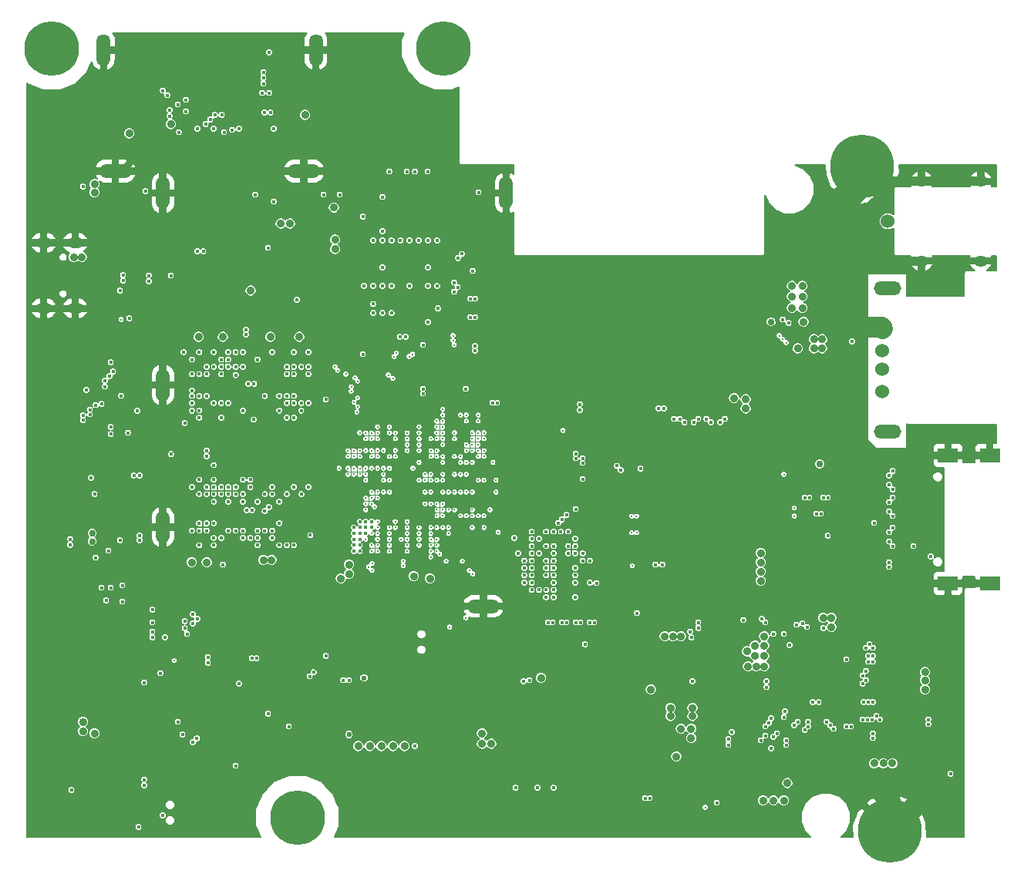
<source format=gbr>
G04 #@! TF.FileFunction,Copper,L2,Inr,Plane*
%FSLAX46Y46*%
G04 Gerber Fmt 4.6, Leading zero omitted, Abs format (unit mm)*
G04 Created by KiCad (PCBNEW no-vcs-found-undefined) date Tue Nov  8 15:56:20 2016*
%MOMM*%
%LPD*%
G01*
G04 APERTURE LIST*
%ADD10C,0.100000*%
%ADD11O,1.524000X1.200000*%
%ADD12C,1.524000*%
%ADD13O,3.000000X1.524000*%
%ADD14R,2.200000X1.600000*%
%ADD15R,0.400000X0.400000*%
%ADD16R,1.422400X1.422400*%
%ADD17O,1.800000X1.200000*%
%ADD18C,6.000000*%
%ADD19C,7.000000*%
%ADD20O,3.500000X1.500000*%
%ADD21O,1.500000X3.500000*%
%ADD22C,0.450000*%
%ADD23C,0.900000*%
%ADD24C,0.327000*%
%ADD25C,0.750000*%
%ADD26C,0.406400*%
%ADD27C,0.600000*%
%ADD28C,0.106680*%
%ADD29C,0.127000*%
%ADD30C,0.508000*%
%ADD31C,2.286000*%
%ADD32C,0.762000*%
%ADD33C,0.711200*%
%ADD34C,1.016000*%
%ADD35C,2.032000*%
G04 APERTURE END LIST*
D10*
D11*
X205010000Y-27629000D03*
X198510000Y-27629000D03*
X198510000Y-36379000D03*
X205010000Y-36379000D03*
D12*
X194810000Y-32004000D03*
D13*
X194810000Y-39394000D03*
X194810000Y-55094000D03*
D12*
X194210000Y-43744000D03*
X194210000Y-46244000D03*
X194210000Y-48244000D03*
X194210000Y-50744000D03*
D14*
X206000000Y-57726000D03*
X201400000Y-57726000D03*
X201400000Y-71776000D03*
X206000000Y-71776000D03*
D15*
X184871000Y-80861000D03*
X185571000Y-80861000D03*
X186271000Y-80861000D03*
X186271000Y-80161000D03*
X186271000Y-79461000D03*
X187871000Y-79461000D03*
X187871000Y-80161000D03*
X187871000Y-80861000D03*
X188571000Y-80861000D03*
X189271000Y-80861000D03*
X189271000Y-82461000D03*
X188571000Y-82461000D03*
X187871000Y-82461000D03*
X187871000Y-83161000D03*
X187871000Y-83861000D03*
X186271000Y-83861000D03*
X186271000Y-83161000D03*
X186271000Y-82461000D03*
X185571000Y-82461000D03*
X184871000Y-82461000D03*
D16*
X187071000Y-81661000D03*
D17*
X102112000Y-41573000D03*
X105582000Y-41573000D03*
X105582000Y-34373000D03*
X102112000Y-34373000D03*
D18*
X130000000Y-97500000D03*
X146000000Y-13000000D03*
D19*
X192000000Y-26000000D03*
X195000000Y-99000000D03*
D18*
X103000000Y-13000000D03*
D20*
X150400000Y-74300000D03*
D21*
X115200000Y-65600000D03*
X115200000Y-28900000D03*
X152900000Y-28900000D03*
D20*
X110000000Y-26500000D03*
X130700000Y-26500000D03*
D21*
X132000000Y-13200000D03*
X108700000Y-13200000D03*
X115200000Y-50000000D03*
D22*
X194945000Y-69977000D03*
X194945000Y-69469000D03*
D23*
X106426000Y-88011000D03*
X106426000Y-86995000D03*
X187579000Y-44958000D03*
X187579000Y-45974000D03*
X186690000Y-44958000D03*
X186690000Y-45974000D03*
X150241000Y-88265000D03*
X150241000Y-89408000D03*
X151257000Y-89408000D03*
X136652000Y-89662000D03*
X107696000Y-27940000D03*
X107696000Y-28829000D03*
D22*
X123190000Y-91821000D03*
X193294000Y-65151000D03*
D23*
X105918000Y-91186000D03*
D22*
X108458000Y-61595000D03*
X106426000Y-55626000D03*
X106426000Y-54991000D03*
X107442000Y-59055000D03*
X107442000Y-65024000D03*
X107442000Y-65532000D03*
X107188000Y-68453000D03*
X107188000Y-67945000D03*
X107315000Y-71501000D03*
X107823000Y-71501000D03*
X107188000Y-74930000D03*
X107188000Y-74422000D03*
X107188000Y-73914000D03*
X107188000Y-73406000D03*
X107188000Y-77470000D03*
X107188000Y-76962000D03*
X107188000Y-76454000D03*
D23*
X144526000Y-89408000D03*
X145669000Y-89408000D03*
X146812000Y-89408000D03*
X147955000Y-89408000D03*
X106299000Y-26035000D03*
X106172000Y-29972000D03*
X149098000Y-82169000D03*
X139319000Y-31750000D03*
X141351000Y-31750000D03*
X143256000Y-31750000D03*
X145415000Y-24003000D03*
X142875000Y-24003000D03*
X140208000Y-24003000D03*
X115062000Y-18923000D03*
X114681000Y-21971000D03*
X119761000Y-16510000D03*
X119761000Y-18288000D03*
X127000000Y-41783000D03*
X108585000Y-85090000D03*
X116078000Y-88519000D03*
X116078000Y-89408000D03*
D22*
X120904000Y-78867000D03*
D23*
X106553000Y-83566000D03*
X103886000Y-98425000D03*
X121920000Y-98425000D03*
X124460000Y-98425000D03*
X123190000Y-96520000D03*
X120015000Y-96520000D03*
D22*
X130683000Y-81026000D03*
D23*
X128016000Y-72263000D03*
X128905000Y-72263000D03*
D22*
X171196000Y-81915000D03*
X171196000Y-82931000D03*
D23*
X136779000Y-99060000D03*
X135636000Y-99060000D03*
D22*
X155321000Y-81534000D03*
X154813000Y-81534000D03*
X154305000Y-81534000D03*
D23*
X148082000Y-82169000D03*
X140462000Y-82169000D03*
D22*
X145034000Y-79248000D03*
X145542000Y-79248000D03*
X146050000Y-79248000D03*
X155575000Y-63119000D03*
X161163000Y-63627000D03*
X161544000Y-61087000D03*
D23*
X161163000Y-50927000D03*
X163449000Y-51308000D03*
X154305000Y-36830000D03*
X156845000Y-36830000D03*
X159385000Y-36830000D03*
X161925000Y-36830000D03*
X164465000Y-36830000D03*
X167005000Y-36830000D03*
X169545000Y-36830000D03*
X172085000Y-36830000D03*
X174625000Y-36830000D03*
X177165000Y-36830000D03*
X179705000Y-36830000D03*
X182245000Y-36830000D03*
X182245000Y-34290000D03*
X182245000Y-31750000D03*
X183515000Y-33020000D03*
X184785000Y-31750000D03*
X160401000Y-42037000D03*
X158369000Y-43688000D03*
X157226000Y-43180000D03*
X169545000Y-43688000D03*
X166751000Y-43688000D03*
X163957000Y-43688000D03*
X161798000Y-43688000D03*
X162941000Y-42037000D03*
X165354000Y-42037000D03*
X168148000Y-42037000D03*
X170815000Y-42037000D03*
X173101000Y-42037000D03*
X175387000Y-42037000D03*
X174117000Y-43688000D03*
X176403000Y-43688000D03*
D22*
X140589000Y-45212000D03*
X125730000Y-19431000D03*
D23*
X131445000Y-17526000D03*
X141605000Y-17526000D03*
X139065000Y-17526000D03*
X136525000Y-17526000D03*
X133985000Y-17526000D03*
X135255000Y-14224000D03*
X137795000Y-14224000D03*
X140335000Y-14224000D03*
X139065000Y-12065000D03*
X136525000Y-12065000D03*
X133985000Y-12065000D03*
X137795000Y-19939000D03*
X140335000Y-19939000D03*
X142748000Y-19939000D03*
X145669000Y-19939000D03*
X120904000Y-34925000D03*
X122428000Y-34925000D03*
X124079000Y-34925000D03*
X125603000Y-34925000D03*
X152273000Y-46228000D03*
X158368982Y-41910000D03*
X129921000Y-30474490D03*
X157093490Y-58547000D03*
X107055460Y-47117000D03*
D24*
X141375000Y-57850000D03*
D22*
X148590000Y-48641000D03*
X137300000Y-42100000D03*
D23*
X121666000Y-14859000D03*
X185801000Y-65532000D03*
X186944000Y-65532000D03*
X188087000Y-65532000D03*
X109855000Y-93726000D03*
X108839000Y-93726000D03*
D22*
X117094000Y-77978000D03*
X117094000Y-77470000D03*
D23*
X127127000Y-85090000D03*
D25*
X123825000Y-89662000D03*
X124460000Y-89662000D03*
D22*
X194564000Y-58547000D03*
X164592000Y-76708000D03*
X164592000Y-77216000D03*
D23*
X112014000Y-85090000D03*
X118872000Y-86100490D03*
X153035000Y-46990000D03*
X156083000Y-41910000D03*
X157226000Y-41910000D03*
D24*
X149825000Y-65650000D03*
X149825000Y-63700000D03*
D22*
X167894000Y-74422000D03*
X163195000Y-64770000D03*
X171704000Y-69723000D03*
X164719000Y-72390000D03*
X167640000Y-69723000D03*
X169926000Y-74422000D03*
X154686000Y-76073000D03*
X154178000Y-76073000D03*
X159131000Y-74041000D03*
X155067000Y-63119000D03*
X154559000Y-63119000D03*
X154051000Y-63119000D03*
X154900000Y-68500000D03*
X156500000Y-69300000D03*
X155700000Y-73300000D03*
X156500000Y-67700000D03*
X156500000Y-66100000D03*
X156500000Y-70900000D03*
X156500000Y-71700000D03*
X156500000Y-70100000D03*
X159700000Y-71700000D03*
X158900000Y-70100000D03*
X159700000Y-69300000D03*
X159700000Y-70100000D03*
X158900000Y-69300000D03*
D23*
X171958000Y-43688000D03*
X189992000Y-53721000D03*
X190500000Y-46863000D03*
X189357000Y-46863000D03*
D22*
X150876000Y-99314000D03*
D23*
X154559000Y-88773000D03*
X156591000Y-88773000D03*
X155575000Y-88773000D03*
D22*
X191897000Y-91186000D03*
X192405000Y-91186000D03*
D23*
X168529000Y-51816000D03*
X162306000Y-51308000D03*
D22*
X168021000Y-48768000D03*
D23*
X169164000Y-64389000D03*
X170180000Y-64389000D03*
X171196000Y-64389000D03*
D22*
X180086000Y-73787000D03*
X179070000Y-73787000D03*
X179578000Y-72771000D03*
X181483000Y-91948000D03*
X180721000Y-91948000D03*
X179959000Y-91948000D03*
X179197000Y-91948000D03*
X175895000Y-53721000D03*
X172974000Y-51435000D03*
X175895000Y-51435000D03*
X168656000Y-48768000D03*
X176530000Y-48768000D03*
X175006000Y-48768000D03*
X173609000Y-48768000D03*
X172085000Y-48768000D03*
X172974000Y-53721000D03*
D23*
X162941000Y-94107000D03*
X106807000Y-91186000D03*
X138049000Y-74295000D03*
X121539000Y-29083000D03*
X119634000Y-29083000D03*
X124333000Y-30353000D03*
X122428000Y-30353000D03*
X120523000Y-30353000D03*
X139065000Y-22225000D03*
X144145000Y-22225000D03*
X141605000Y-22225000D03*
X146685000Y-22225000D03*
D24*
X147225000Y-56550000D03*
D22*
X113665000Y-40259000D03*
X112014000Y-67056000D03*
X112014000Y-66548000D03*
D23*
X119507000Y-81788000D03*
X111760000Y-30099000D03*
X110617000Y-30099000D03*
X105410000Y-40005000D03*
X106299000Y-40005000D03*
D22*
X134366000Y-41783000D03*
D23*
X125984000Y-14351000D03*
X117221000Y-14859000D03*
X123063000Y-16510000D03*
X129286000Y-23622000D03*
X121666000Y-23749000D03*
X111506000Y-25146000D03*
D22*
X111887000Y-21082000D03*
X111887000Y-19431000D03*
X111887000Y-17907000D03*
X111887000Y-16510000D03*
X109982000Y-16510000D03*
X109982000Y-15494000D03*
X109982000Y-14478000D03*
X110998000Y-14478000D03*
X112014000Y-14478000D03*
X106172000Y-21082000D03*
X107188000Y-21082000D03*
X108204000Y-21082000D03*
X109220000Y-21082000D03*
X110236000Y-21082000D03*
X106172000Y-19304000D03*
X107188000Y-19304000D03*
X108204000Y-19304000D03*
X109220000Y-19304000D03*
X110236000Y-19304000D03*
X110236000Y-18288000D03*
D23*
X104648000Y-22225000D03*
X104648000Y-19050000D03*
D22*
X141097000Y-26543000D03*
D23*
X129921000Y-34036000D03*
X137160000Y-74295000D03*
D26*
X142675000Y-63700000D03*
X142675000Y-61750000D03*
D24*
X142675000Y-59800000D03*
X143325000Y-57850000D03*
X140725000Y-59150000D03*
X140075000Y-59800000D03*
X140725000Y-59800000D03*
X140725000Y-61100000D03*
D26*
X140075000Y-63700000D03*
X140725000Y-63050000D03*
D24*
X138775000Y-63050000D03*
X138125000Y-63700000D03*
D23*
X119634000Y-40005000D03*
D22*
X129921000Y-39624000D03*
D23*
X125476000Y-41783000D03*
X128778000Y-41783000D03*
X121793000Y-41783000D03*
X119126000Y-41783000D03*
X121793000Y-72263000D03*
X119380000Y-72263000D03*
X116586000Y-72263000D03*
D22*
X118400000Y-46400000D03*
X120000000Y-46400000D03*
X121600000Y-46400000D03*
X124000000Y-47200000D03*
X118400000Y-53600000D03*
X120000000Y-53600000D03*
X121600000Y-52800000D03*
X124000000Y-52000000D03*
D23*
X118110000Y-98298000D03*
D22*
X122428000Y-79121000D03*
X122682000Y-84074000D03*
D23*
X131572000Y-87503000D03*
X139319000Y-82169000D03*
D22*
X144526000Y-79248000D03*
X171196000Y-81026000D03*
X169672000Y-81026000D03*
D23*
X157226000Y-94107000D03*
X161925000Y-94107000D03*
D24*
X139425000Y-63700000D03*
D23*
X130683000Y-74295000D03*
X129794000Y-74295000D03*
X128016000Y-74295000D03*
X128905000Y-74295000D03*
D24*
X143325000Y-63700000D03*
D26*
X140075000Y-64350000D03*
D24*
X141375000Y-64350000D03*
X142675000Y-64350000D03*
D23*
X140208000Y-71755000D03*
X140208000Y-72771000D03*
D24*
X150475000Y-61750000D03*
X149825000Y-61750000D03*
D22*
X141300000Y-33100000D03*
X137300000Y-35100000D03*
X137300000Y-37100000D03*
X139300000Y-35100000D03*
X138300000Y-35100000D03*
X141300000Y-35100000D03*
X140300000Y-35100000D03*
X143300000Y-35100000D03*
X142300000Y-35100000D03*
X145300000Y-37100000D03*
X145300000Y-35100000D03*
X139300000Y-40100000D03*
X138300000Y-40100000D03*
X143300000Y-41100000D03*
X143300000Y-39100000D03*
X145400000Y-42600000D03*
D24*
X150475000Y-67600000D03*
X150475000Y-53950000D03*
X145275000Y-59150000D03*
X145275000Y-59800000D03*
X144625000Y-58500000D03*
X145275000Y-61750000D03*
X145275000Y-61100000D03*
X143325000Y-61750000D03*
X143325000Y-59800000D03*
D26*
X142675000Y-61100000D03*
X142675000Y-60450000D03*
D24*
X145275000Y-62400000D03*
D26*
X142675000Y-62400000D03*
D24*
X143325000Y-63050000D03*
X143325000Y-62400000D03*
D26*
X142675000Y-63050000D03*
X142025000Y-63700000D03*
D24*
X142025000Y-64350000D03*
D26*
X142025000Y-62400000D03*
X142025000Y-63050000D03*
X142025000Y-61100000D03*
D24*
X142025000Y-59150000D03*
D26*
X142025000Y-60450000D03*
X141375000Y-61750000D03*
X142025000Y-61750000D03*
X141375000Y-63050000D03*
X141375000Y-62400000D03*
X140725000Y-63700000D03*
X141375000Y-63700000D03*
X140725000Y-62400000D03*
X141375000Y-61100000D03*
D24*
X140725000Y-61750000D03*
D26*
X141375000Y-59800000D03*
X142025000Y-59800000D03*
D24*
X140725000Y-60450000D03*
D26*
X141375000Y-60450000D03*
X141375000Y-59150000D03*
D24*
X140075000Y-61100000D03*
X140725000Y-64350000D03*
X140075000Y-62400000D03*
X139425000Y-62400000D03*
X138125000Y-60450000D03*
X136825000Y-63700000D03*
D22*
X130400000Y-62800000D03*
D23*
X127000000Y-58900000D03*
D24*
X136825000Y-60450000D03*
D22*
X135525000Y-53300000D03*
D24*
X136825000Y-54600000D03*
X139425000Y-54600000D03*
X139425000Y-55250000D03*
D22*
X125600000Y-46400000D03*
X126400000Y-61200000D03*
D23*
X127900000Y-58900000D03*
X128800000Y-58900000D03*
D22*
X126400000Y-52000000D03*
X126800000Y-53800000D03*
X126000000Y-53800000D03*
X128800000Y-52800000D03*
X128000000Y-52000000D03*
X130400000Y-53600000D03*
X131200000Y-67600000D03*
X119200000Y-61200000D03*
X120000000Y-60400000D03*
X121600000Y-60400000D03*
X124000000Y-61200000D03*
X118400000Y-67600000D03*
X120000000Y-67600000D03*
X121600000Y-67600000D03*
X124800000Y-66000000D03*
X128000000Y-61200000D03*
X128000000Y-62000000D03*
X128800000Y-61200000D03*
X126400000Y-66800000D03*
X128000000Y-66800000D03*
D26*
X128800000Y-66800000D03*
D22*
X126400000Y-67600000D03*
X127200000Y-67600000D03*
X130400000Y-67600000D03*
X130400000Y-61200000D03*
D24*
X139425000Y-63050000D03*
D26*
X140075000Y-63050000D03*
D24*
X142025000Y-57850000D03*
X139425000Y-57850000D03*
X137475000Y-57850000D03*
X137475000Y-61750000D03*
X138125000Y-59800000D03*
D22*
X130400000Y-48800000D03*
X128000000Y-48000000D03*
X130400000Y-46400000D03*
X131200000Y-53600000D03*
X128800000Y-46400000D03*
X128000000Y-46400000D03*
X197993000Y-91567000D03*
X198374000Y-91186000D03*
X179959000Y-76581000D03*
X179451000Y-76581000D03*
X178943000Y-76581000D03*
X179578000Y-73787000D03*
X179578000Y-73279000D03*
X178943000Y-88519000D03*
X178308000Y-88519000D03*
D23*
X186690000Y-71247000D03*
X188500000Y-71200000D03*
X187600000Y-71200000D03*
D22*
X199263000Y-85471000D03*
X199263000Y-84963000D03*
X199263000Y-84455000D03*
X199136000Y-88011000D03*
X199136000Y-88519000D03*
X199136000Y-89027000D03*
X197612000Y-60452000D03*
X197612000Y-63373000D03*
X195326000Y-63373000D03*
X195326000Y-60452000D03*
X195326000Y-66675000D03*
X199009000Y-61341000D03*
X199009000Y-62611000D03*
X199009000Y-65151000D03*
X199009000Y-63881000D03*
X202819000Y-76327000D03*
X202819000Y-79629000D03*
X202819000Y-84201000D03*
X202819000Y-91313000D03*
X202819000Y-93472000D03*
X202819000Y-74041000D03*
X197612000Y-66675000D03*
X199009000Y-67500000D03*
X181479065Y-83181065D03*
D23*
X170942000Y-86360000D03*
X170942000Y-85471000D03*
X141732000Y-89662000D03*
X140462000Y-89662000D03*
X139192000Y-89662000D03*
X137922000Y-89662000D03*
X173355000Y-86360000D03*
X173355000Y-85471000D03*
D22*
X142875000Y-89662000D03*
X190246000Y-80137000D03*
X117500000Y-46400000D03*
D23*
X119126000Y-44704000D03*
X121793000Y-44704000D03*
X130175000Y-44704000D03*
X127000000Y-44704000D03*
X124841000Y-39624000D03*
X120015000Y-69469000D03*
X118364000Y-69469000D03*
X126238000Y-69215000D03*
D22*
X120800000Y-46400000D03*
X119200000Y-46400000D03*
X125600000Y-47200000D03*
X123200000Y-48000000D03*
X119200000Y-53600000D03*
X121600000Y-53600000D03*
X124000000Y-52800000D03*
D24*
X140075000Y-59150000D03*
X139425000Y-59800000D03*
X139425000Y-59150000D03*
X140075000Y-60450000D03*
X139425000Y-60450000D03*
X140075000Y-61750000D03*
X139425000Y-61750000D03*
D23*
X127127000Y-69215000D03*
D24*
X140725000Y-57200000D03*
X140725000Y-57850000D03*
D22*
X126400000Y-51200000D03*
X130400000Y-52800000D03*
X128000000Y-52800000D03*
X128800000Y-53600000D03*
X129600000Y-53600000D03*
X119200000Y-60400000D03*
X120800000Y-60400000D03*
X123200000Y-62000000D03*
X119200000Y-67600000D03*
X120800000Y-67600000D03*
X124000000Y-66000000D03*
X124800000Y-61200000D03*
X125600000Y-67600000D03*
X127200000Y-61200000D03*
X128800000Y-62000000D03*
X129600000Y-61200000D03*
X126400000Y-66000000D03*
X128000000Y-67600000D03*
X128800000Y-67600000D03*
X129600000Y-67600000D03*
X130400000Y-62000000D03*
X131400000Y-66500000D03*
X131200000Y-61200000D03*
D24*
X140075000Y-57850000D03*
X138775000Y-59150000D03*
D22*
X128800000Y-48000000D03*
X129600000Y-46400000D03*
X130400000Y-48000000D03*
X131200000Y-46400000D03*
X127200000Y-46400000D03*
X125200000Y-53800000D03*
X176022000Y-95885000D03*
X186563000Y-84836000D03*
D23*
X183388000Y-95631000D03*
X183769000Y-93726000D03*
X181102000Y-95631000D03*
X182245000Y-95631000D03*
D22*
X124333000Y-43942000D03*
X124333000Y-44450000D03*
X116100000Y-57600000D03*
X121793000Y-69723000D03*
X122400000Y-52000000D03*
X129921000Y-40640000D03*
D24*
X138775000Y-57200000D03*
D22*
X161290000Y-60325000D03*
X110490000Y-39624000D03*
X114046000Y-74676000D03*
X112522000Y-98552000D03*
X113157000Y-93980000D03*
X117348000Y-88392000D03*
X167640000Y-59182000D03*
D23*
X177927000Y-51435000D03*
D22*
X153924000Y-94234000D03*
D24*
X145275000Y-64350000D03*
X145275000Y-63700000D03*
X145925000Y-63700000D03*
X145925000Y-63050000D03*
X145275000Y-60450000D03*
D22*
X106426000Y-53340000D03*
X106426000Y-53848000D03*
X110617000Y-51181000D03*
X112649000Y-66548000D03*
X112649000Y-67056000D03*
D23*
X129159000Y-32258000D03*
X128143000Y-32258000D03*
D24*
X146575000Y-61750000D03*
D22*
X201676000Y-92710000D03*
D23*
X111506000Y-22352000D03*
X198882000Y-82423000D03*
X198882000Y-81534000D03*
X198882000Y-83439000D03*
D22*
X138300000Y-42100000D03*
D23*
X134112000Y-34036000D03*
X134112000Y-35052000D03*
D22*
X144300000Y-43100000D03*
X144300000Y-34100000D03*
X142300000Y-34100000D03*
X143300000Y-34100000D03*
X140300000Y-34100000D03*
X141300000Y-34100000D03*
X138300000Y-34100000D03*
X139300000Y-34100000D03*
X139300000Y-37100000D03*
X144300000Y-37100000D03*
X145300000Y-34100000D03*
X137300000Y-39100000D03*
X140300000Y-39100000D03*
X142300000Y-39100000D03*
X145300000Y-39100000D03*
D23*
X133985000Y-30485510D03*
D22*
X139300000Y-33100000D03*
X118999000Y-35306000D03*
D24*
X145925000Y-53950000D03*
D22*
X119634000Y-35306000D03*
D24*
X145925000Y-53300000D03*
D22*
X114046000Y-76073000D03*
X109474000Y-54610000D03*
X143764000Y-50419000D03*
X143764000Y-50927000D03*
X115443000Y-77724000D03*
D24*
X144625000Y-55900000D03*
D22*
X149479000Y-46228000D03*
D23*
X184912000Y-45974000D03*
D22*
X111379000Y-55245000D03*
X193167000Y-79756000D03*
X137160000Y-46609000D03*
X149479000Y-45720000D03*
D24*
X145925000Y-61750000D03*
X144625000Y-57200000D03*
D22*
X192659000Y-79756000D03*
D25*
X187325000Y-58674000D03*
D22*
X151892000Y-51943000D03*
X143764000Y-45593000D03*
X151384000Y-51943000D03*
D24*
X143325000Y-56550000D03*
D22*
X181356000Y-88519000D03*
X180848000Y-89027000D03*
X114046000Y-77089000D03*
D24*
X145275000Y-53950000D03*
X142621000Y-46609000D03*
X142240000Y-46863000D03*
X143325000Y-57200000D03*
X142025000Y-57200000D03*
D22*
X114046000Y-77724000D03*
D24*
X145275000Y-54600000D03*
X140589000Y-46863000D03*
X142025000Y-56550000D03*
X140843000Y-46482000D03*
X142025000Y-55900000D03*
D23*
X106299000Y-35941000D03*
X105410000Y-35941000D03*
X181229000Y-77597000D03*
X181229000Y-78613000D03*
X180213000Y-78613000D03*
D24*
X138125000Y-67600000D03*
D22*
X111506000Y-42672000D03*
X126746000Y-86106000D03*
X123571000Y-82804000D03*
X124968000Y-80010000D03*
X125476000Y-80010000D03*
D27*
X135636000Y-88392000D03*
X137287000Y-82169000D03*
D22*
X185674000Y-62357000D03*
D24*
X145925000Y-60450000D03*
D22*
X186182000Y-62357000D03*
X199263000Y-86741000D03*
X199263000Y-87249000D03*
D23*
X107696000Y-88265000D03*
X173222490Y-87757000D03*
X173222490Y-88773000D03*
D22*
X183896000Y-43180000D03*
D23*
X172085000Y-87757000D03*
X172085000Y-77597000D03*
X171196000Y-77597000D03*
X170307000Y-77597000D03*
D22*
X181991000Y-86614000D03*
X192405000Y-82423000D03*
X192024000Y-82804000D03*
D23*
X180213000Y-79756000D03*
X181229000Y-79756000D03*
X179324000Y-79248000D03*
D22*
X181737000Y-87122000D03*
X181356000Y-87503000D03*
X177673000Y-88138000D03*
X185674000Y-87884000D03*
X186055000Y-86995000D03*
X186055000Y-87503000D03*
X183642000Y-89535000D03*
X183642000Y-89027000D03*
X188849000Y-87757000D03*
X188468000Y-87376000D03*
X188087000Y-86995000D03*
X193167000Y-88265000D03*
X193167000Y-88773000D03*
D23*
X187706000Y-75565000D03*
X188595000Y-76581000D03*
X188595000Y-75565000D03*
D22*
X192151000Y-84836000D03*
X192659000Y-84836000D03*
X193167000Y-84836000D03*
X193040000Y-86741000D03*
X192532000Y-86741000D03*
X184531000Y-87376000D03*
X192024000Y-86741000D03*
X192405000Y-78867000D03*
X193167000Y-78867000D03*
X192786000Y-78486000D03*
X184912000Y-86995000D03*
X161290000Y-58547000D03*
X161290000Y-58039000D03*
D23*
X116078000Y-21336000D03*
D22*
X107188000Y-52705000D03*
X107188000Y-53213000D03*
X187452000Y-64135000D03*
X186944000Y-64135000D03*
D24*
X145925000Y-59800000D03*
D22*
X182626000Y-88265000D03*
X182245000Y-88646000D03*
X114935000Y-81661000D03*
D24*
X145275000Y-55250000D03*
D23*
X130810000Y-20320000D03*
D22*
X160528000Y-58039000D03*
X160528000Y-63627000D03*
X160528000Y-57531000D03*
D24*
X146575000Y-63700000D03*
D22*
X188214000Y-62357000D03*
X193167000Y-80391000D03*
X187706000Y-62357000D03*
D24*
X145925000Y-58500000D03*
D22*
X192659000Y-80391000D03*
D23*
X185547000Y-43053000D03*
D22*
X181991000Y-89916000D03*
X141224000Y-44704000D03*
X149479000Y-40513000D03*
X148971000Y-40513000D03*
D24*
X145275000Y-57850000D03*
D23*
X135636000Y-69723000D03*
X134747000Y-71247000D03*
X135636000Y-70739000D03*
D26*
X136175000Y-66950000D03*
X136175000Y-67600000D03*
X136175000Y-68250000D03*
X136825000Y-68250000D03*
X136175000Y-65650000D03*
X136175000Y-66300000D03*
X136825000Y-67600000D03*
X136825000Y-66950000D03*
X136825000Y-65650000D03*
X136825000Y-66300000D03*
D24*
X137475000Y-66950000D03*
D26*
X137475000Y-66300000D03*
D24*
X138125000Y-66300000D03*
D26*
X137475000Y-65650000D03*
X138125000Y-65650000D03*
D24*
X138775000Y-65650000D03*
D26*
X137475000Y-65000000D03*
X136825000Y-65000000D03*
D24*
X138775000Y-65000000D03*
D26*
X138125000Y-65000000D03*
D23*
X180848000Y-68453000D03*
X180848000Y-69469000D03*
X180848000Y-71501000D03*
X180848000Y-70485000D03*
D22*
X173355000Y-82550000D03*
X181483000Y-82550000D03*
D25*
X181991000Y-43053000D03*
D22*
X141859000Y-44704000D03*
X148971000Y-42545000D03*
X149479000Y-42545000D03*
D24*
X145925000Y-57850000D03*
D22*
X181356000Y-76073000D03*
X180975000Y-75692000D03*
D23*
X195317591Y-91558591D03*
X193294000Y-91561490D03*
X194310000Y-91561490D03*
X144526000Y-71247000D03*
X142748000Y-70993000D03*
D24*
X144625000Y-63050000D03*
X144625000Y-60450000D03*
X144625000Y-61750000D03*
X143975000Y-59800000D03*
X144625000Y-59800000D03*
X142675000Y-59150000D03*
X143325000Y-58500000D03*
X143975000Y-60450000D03*
X143325000Y-60450000D03*
X143975000Y-61750000D03*
X143975000Y-63050000D03*
X145275000Y-63050000D03*
D22*
X187198000Y-84836000D03*
X188214000Y-66548000D03*
D24*
X174752000Y-96393000D03*
D22*
X115189000Y-97282000D03*
D24*
X183642000Y-45339000D03*
X145925000Y-55900000D03*
X147193000Y-45593000D03*
D22*
X185928000Y-76581000D03*
X177292000Y-89535000D03*
X183388000Y-86487000D03*
X148463000Y-50419000D03*
D24*
X145275000Y-57200000D03*
D22*
X156337000Y-94234000D03*
D24*
X145275000Y-55900000D03*
D22*
X140081000Y-26543000D03*
X108966000Y-73660000D03*
D24*
X140075000Y-66950000D03*
D22*
X107823000Y-68961000D03*
X110744000Y-72009000D03*
D24*
X137795000Y-69977000D03*
D22*
X110744000Y-73787000D03*
D24*
X138176000Y-70358000D03*
D22*
X108458000Y-72263000D03*
D24*
X143325000Y-65650000D03*
D22*
X110490000Y-67056000D03*
D24*
X140725000Y-65650000D03*
D22*
X109220000Y-68199000D03*
D24*
X138775000Y-67600000D03*
D22*
X107696000Y-61976000D03*
D24*
X139954000Y-48895000D03*
D22*
X107315000Y-60198000D03*
D24*
X140462000Y-49276000D03*
D22*
X112395000Y-52832000D03*
D24*
X143325000Y-55900000D03*
D22*
X113157000Y-93345000D03*
D24*
X116459000Y-80264000D03*
X140075000Y-65650000D03*
X149175000Y-56550000D03*
D22*
X195326000Y-65659000D03*
D24*
X150475000Y-55250000D03*
D22*
X195326000Y-59436000D03*
D24*
X149825000Y-55900000D03*
D22*
X194945000Y-59944000D03*
X194945000Y-60960000D03*
D24*
X150475000Y-55900000D03*
D22*
X195326000Y-61468000D03*
D24*
X149825000Y-56550000D03*
X149825000Y-57200000D03*
D22*
X195326000Y-62357000D03*
X194945000Y-62865000D03*
D24*
X150475000Y-57200000D03*
D22*
X194945000Y-63881000D03*
D24*
X149825000Y-57850000D03*
X150475000Y-57850000D03*
D22*
X195326000Y-64389000D03*
D24*
X149175000Y-57200000D03*
D22*
X194945000Y-66167000D03*
D24*
X148525000Y-56550000D03*
D22*
X194945000Y-67183000D03*
X199517000Y-68834000D03*
X112014000Y-59944000D03*
D24*
X143325000Y-55250000D03*
D22*
X112649000Y-59944000D03*
D24*
X143325000Y-54600000D03*
D22*
X132842000Y-29083000D03*
X125349000Y-29083000D03*
X149860000Y-28829000D03*
X142875000Y-26543000D03*
X108839000Y-50165000D03*
D24*
X138176000Y-69596000D03*
D22*
X106807000Y-50546000D03*
D24*
X138125000Y-68250000D03*
D22*
X118400000Y-47200000D03*
X118400000Y-61200000D03*
D24*
X140725000Y-55900000D03*
D22*
X124563933Y-49860332D03*
X124425500Y-63754000D03*
X125212053Y-49860332D03*
X125002500Y-63754000D03*
X109474000Y-55372000D03*
D24*
X142025000Y-55250000D03*
D22*
X109474000Y-72263000D03*
D24*
X140075000Y-67600000D03*
D22*
X113665000Y-38608000D03*
X192024000Y-81915000D03*
X147611428Y-36030572D03*
D24*
X149825000Y-53300000D03*
D22*
X110830790Y-38533280D03*
D24*
X110617000Y-42799000D03*
X140075000Y-66300000D03*
D22*
X113284000Y-28702000D03*
X173101000Y-77089000D03*
X183388000Y-77343000D03*
X195326000Y-67691000D03*
D24*
X149175000Y-55900000D03*
D22*
X197612000Y-67691000D03*
X121666000Y-20320000D03*
D24*
X152019000Y-66167000D03*
D22*
X126746000Y-34925000D03*
X127381000Y-21844000D03*
D24*
X145925000Y-52650000D03*
X159131000Y-54991000D03*
X149825000Y-55250000D03*
D22*
X116840000Y-86995000D03*
X158115000Y-94234000D03*
X149225000Y-37465000D03*
X113665000Y-37973000D03*
X192405000Y-81407000D03*
X148044572Y-35597428D03*
D24*
X149825000Y-53950000D03*
D22*
X110830790Y-37920720D03*
X183261000Y-42799000D03*
X141986000Y-26543000D03*
X183997600Y-78587600D03*
X178943000Y-75819000D03*
D24*
X183388000Y-59817000D03*
X147225000Y-57850000D03*
D22*
X173990000Y-76708000D03*
D24*
X183261000Y-44958000D03*
X184531000Y-63500000D03*
X145925000Y-55250000D03*
X147066000Y-45085000D03*
D22*
X185420000Y-76200000D03*
D24*
X182880000Y-44577000D03*
X184531000Y-64389000D03*
X145925000Y-54600000D03*
X147066000Y-44577000D03*
D22*
X184785000Y-76327000D03*
D24*
X144625000Y-57850000D03*
X146685000Y-76581000D03*
X142025000Y-66950000D03*
X148463000Y-75565000D03*
X143325000Y-66300000D03*
D22*
X119888000Y-21336000D03*
X126111000Y-17907000D03*
D24*
X149175000Y-65650000D03*
D22*
X122809000Y-21971000D03*
D24*
X150475000Y-64350000D03*
D22*
X126365000Y-20066000D03*
X120396000Y-20828004D03*
X126238000Y-16891000D03*
D24*
X150475000Y-65650000D03*
D22*
X127000000Y-20066000D03*
X121920000Y-22225000D03*
D24*
X147875000Y-64350000D03*
D22*
X126238000Y-15621000D03*
D24*
X148525000Y-53300000D03*
D22*
X115697000Y-18161000D03*
X118999000Y-75692000D03*
X126873000Y-13462000D03*
X120904000Y-20320000D03*
X126238000Y-16256000D03*
D24*
X147875000Y-53300000D03*
D22*
X126873000Y-17907000D03*
X120777000Y-21844000D03*
D24*
X148525000Y-64350000D03*
D22*
X116967000Y-22225000D03*
D24*
X151125000Y-63700000D03*
D22*
X131754307Y-81564242D03*
X160995839Y-52121440D03*
X160995839Y-52734000D03*
X131321163Y-81997386D03*
X123571000Y-21844000D03*
D24*
X149825000Y-64350000D03*
D22*
X115951000Y-19812000D03*
D24*
X148525000Y-53950000D03*
D22*
X116840000Y-19177000D03*
X117602000Y-76708000D03*
X117729000Y-18669000D03*
X117602000Y-75946000D03*
X118999000Y-21844000D03*
D24*
X147225000Y-55900000D03*
D22*
X115951000Y-20447000D03*
D24*
X147225000Y-55250000D03*
D22*
X126400000Y-62000000D03*
D24*
X135525000Y-57200000D03*
D22*
X125600000Y-62800000D03*
D24*
X135525000Y-57850000D03*
X135525000Y-59150000D03*
D22*
X125600000Y-66000000D03*
X125600000Y-66800000D03*
D24*
X135525000Y-59800000D03*
D22*
X133100000Y-51600000D03*
X128000000Y-51200000D03*
X128000000Y-62800000D03*
D24*
X136175000Y-57850000D03*
D22*
X128000000Y-65200000D03*
D24*
X134550000Y-59150000D03*
D22*
X126397040Y-63848960D03*
D24*
X136175000Y-59150000D03*
D22*
X127200000Y-66800000D03*
D24*
X136175000Y-59800000D03*
D22*
X118400000Y-52800000D03*
D24*
X136825000Y-55250000D03*
D22*
X118400000Y-66000000D03*
X119200000Y-52800000D03*
X119200000Y-66000000D03*
D24*
X137475000Y-57200000D03*
D22*
X127200000Y-62000000D03*
D24*
X136825000Y-57850000D03*
D22*
X120000000Y-57800000D03*
X124000000Y-66800000D03*
D24*
X137475000Y-59150000D03*
X136825000Y-59150000D03*
D22*
X126840960Y-63405040D03*
X127200000Y-66000000D03*
D24*
X136825000Y-59800000D03*
D22*
X117600000Y-54200000D03*
D24*
X137475000Y-63050000D03*
D22*
X121600000Y-66800000D03*
D24*
X136600000Y-52400000D03*
D22*
X129600000Y-52000000D03*
D24*
X136500000Y-52975000D03*
D22*
X128800000Y-52000000D03*
X119200000Y-48800000D03*
D24*
X137475000Y-55250000D03*
D22*
X120000000Y-62000000D03*
X120000000Y-48000000D03*
D24*
X137475000Y-55900000D03*
D22*
X120000000Y-61200000D03*
X120800000Y-48000000D03*
D24*
X138125000Y-57200000D03*
D22*
X120800000Y-61200000D03*
X118400000Y-51200000D03*
X119200000Y-65200000D03*
D24*
X137475000Y-59800000D03*
D22*
X120000000Y-57200000D03*
X123200000Y-66000000D03*
D24*
X137475000Y-60450000D03*
D22*
X120800000Y-52000000D03*
X120000000Y-65200000D03*
D24*
X137475000Y-62400000D03*
D22*
X120000000Y-51200000D03*
X122400000Y-66000000D03*
D24*
X138125000Y-63050000D03*
D22*
X119200000Y-51200000D03*
X120000000Y-66000000D03*
D24*
X137475000Y-63700000D03*
X136600000Y-51400000D03*
D22*
X131200000Y-52000000D03*
X129600000Y-51200000D03*
D24*
X135900000Y-50700000D03*
X136200000Y-51900000D03*
D22*
X130400000Y-52000000D03*
X123200000Y-46400000D03*
D24*
X138125000Y-55250000D03*
D22*
X124000000Y-60400000D03*
X122400000Y-47200000D03*
X123200000Y-61200000D03*
D24*
X138125000Y-55900000D03*
D22*
X122400000Y-46400000D03*
X122400000Y-61200000D03*
D24*
X138125000Y-57850000D03*
D22*
X121600000Y-52000000D03*
D24*
X138125000Y-59150000D03*
D22*
X120800000Y-65200000D03*
X120000000Y-48800000D03*
D24*
X138125000Y-61750000D03*
D22*
X120800000Y-62000000D03*
X118400000Y-50600000D03*
X120800000Y-62800000D03*
D24*
X138125000Y-62400000D03*
X135900000Y-50200000D03*
D22*
X128800000Y-51200000D03*
X121600000Y-48800000D03*
D24*
X138775000Y-54600000D03*
D22*
X122400000Y-62800000D03*
X120800000Y-58800000D03*
D24*
X138775000Y-57850000D03*
D22*
X124800000Y-66800000D03*
X121600000Y-47200000D03*
X121600000Y-62000000D03*
D24*
X138775000Y-61750000D03*
D22*
X118400000Y-52000000D03*
D24*
X138775000Y-62400000D03*
D22*
X120800000Y-66800000D03*
D24*
X138450000Y-63375000D03*
D22*
X187706000Y-76708000D03*
X129600000Y-48800000D03*
D24*
X136300000Y-49200000D03*
D22*
X128800000Y-48800000D03*
D24*
X136600000Y-49600000D03*
D22*
X124000000Y-46400000D03*
D24*
X138775000Y-55900000D03*
D22*
X124800000Y-60400000D03*
X123200000Y-48900000D03*
D24*
X139425000Y-57200000D03*
D22*
X124000000Y-62800000D03*
D24*
X134400000Y-48400000D03*
D22*
X129600000Y-48000000D03*
D24*
X135300000Y-48800000D03*
D22*
X131200000Y-48800000D03*
X122400000Y-48000000D03*
D24*
X140075000Y-54600000D03*
D22*
X122400000Y-62000000D03*
X121600000Y-48000000D03*
D24*
X140075000Y-55250000D03*
D22*
X121600000Y-61200000D03*
X118400000Y-48800000D03*
X119200000Y-62000000D03*
D24*
X138775000Y-55250000D03*
D22*
X131200000Y-48000000D03*
D24*
X134100000Y-48000000D03*
D22*
X124000000Y-48000000D03*
D24*
X140725000Y-55250000D03*
D22*
X124000000Y-62000000D03*
X158100000Y-73300000D03*
D24*
X141375000Y-66950000D03*
D22*
X158100000Y-72500000D03*
D24*
X142025000Y-65650000D03*
D22*
X117856000Y-77343000D03*
X116078000Y-37973000D03*
D24*
X145925000Y-56550000D03*
D22*
X115189000Y-17653000D03*
X118491000Y-75184000D03*
X117729000Y-19938988D03*
X118491000Y-76200000D03*
X106426000Y-28194000D03*
X173990000Y-76073000D03*
D25*
X107442000Y-66294000D03*
X107442000Y-67183000D03*
D23*
X179197000Y-51562000D03*
X179197000Y-52578000D03*
D22*
X107823000Y-52197000D03*
D24*
X147875000Y-58500000D03*
D22*
X108458000Y-52070000D03*
D24*
X147875000Y-57850000D03*
D22*
X108839000Y-49530000D03*
D24*
X149175000Y-63700000D03*
D22*
X109347000Y-49022000D03*
D24*
X147225000Y-59800000D03*
D22*
X109728000Y-48514000D03*
D24*
X151775000Y-60450000D03*
D22*
X109474000Y-47498000D03*
D24*
X149175000Y-61750000D03*
X136175000Y-57200000D03*
X136825000Y-57200000D03*
D22*
X162560000Y-76073000D03*
X162052000Y-76073000D03*
X160500000Y-70900000D03*
X160500000Y-71700000D03*
X160500000Y-68500000D03*
X160500000Y-70100000D03*
X160500000Y-67700000D03*
X159700000Y-67700000D03*
X158623000Y-65151000D03*
X159004000Y-64770000D03*
X156500000Y-68500000D03*
X158100000Y-67700000D03*
X157300000Y-67700000D03*
X160500000Y-73300000D03*
X162100000Y-71700000D03*
X162100000Y-69300000D03*
X161036000Y-76073000D03*
X160528000Y-76073000D03*
X158100000Y-71700000D03*
X157300000Y-70900000D03*
X157300000Y-69300000D03*
X157300000Y-70100000D03*
D23*
X156718000Y-82169000D03*
D22*
X190754000Y-87503000D03*
X190246000Y-87503000D03*
X157988000Y-76073000D03*
X157480000Y-76073000D03*
X158100000Y-70900000D03*
X158100000Y-69300000D03*
X158100000Y-70100000D03*
X161300000Y-69300000D03*
X169291000Y-69723000D03*
X159512000Y-76073000D03*
X159004000Y-76073000D03*
X159700000Y-68500000D03*
X158100000Y-68500000D03*
X161544000Y-78486000D03*
X153797000Y-66802000D03*
D23*
X168783000Y-83439000D03*
D22*
X193929000Y-86741000D03*
X193548000Y-86360000D03*
D24*
X145925000Y-64350000D03*
X147225000Y-63700000D03*
X147875000Y-61750000D03*
D23*
X185420000Y-39116000D03*
X185420000Y-40259000D03*
X185420000Y-41529000D03*
X184277000Y-41529000D03*
X184277000Y-40259000D03*
X184277000Y-39116000D03*
D22*
X144272000Y-26543000D03*
D23*
X181229000Y-80899000D03*
X179451000Y-80899000D03*
X180340000Y-80899000D03*
D22*
X183515000Y-85852000D03*
X177292000Y-88900000D03*
X165053273Y-58881273D03*
X176911000Y-53721000D03*
X165504690Y-59332690D03*
X176403000Y-54102000D03*
D24*
X166674800Y-64414400D03*
D22*
X174879000Y-53721000D03*
D24*
X167208200Y-64414400D03*
D22*
X175387000Y-54102000D03*
D24*
X166674800Y-66217800D03*
D22*
X173482000Y-54102000D03*
D24*
X167233600Y-66217800D03*
D22*
X173990000Y-53721000D03*
X105156000Y-94488000D03*
X113157000Y-82677000D03*
D24*
X142025000Y-65000000D03*
D22*
X171323000Y-53721000D03*
D24*
X141605000Y-69850000D03*
D22*
X155448000Y-82423000D03*
D24*
X166751000Y-69850000D03*
X141605000Y-69342000D03*
D22*
X154813000Y-82550000D03*
X171958000Y-53721000D03*
X167259000Y-75057000D03*
X172466000Y-54102000D03*
D24*
X138775000Y-66300000D03*
D22*
X133096000Y-79756000D03*
X129032000Y-87503000D03*
D24*
X140725000Y-65000000D03*
D22*
X134620000Y-29083000D03*
D24*
X140075000Y-68250000D03*
D22*
X127381000Y-29845000D03*
D24*
X138775000Y-68250000D03*
D22*
X137160000Y-31496000D03*
X139319000Y-29337000D03*
D24*
X138775000Y-66950000D03*
D22*
X140300000Y-42100000D03*
D24*
X151450000Y-58500000D03*
D22*
X157300000Y-73300000D03*
D24*
X148525000Y-61750000D03*
D22*
X147574000Y-39243000D03*
D24*
X151775000Y-61750000D03*
D22*
X147193000Y-38735000D03*
X138300000Y-39100000D03*
D24*
X149825000Y-60450000D03*
X148525000Y-57200000D03*
D22*
X145400000Y-41600000D03*
D24*
X149175000Y-58500000D03*
D22*
X144300000Y-39100000D03*
D24*
X150475000Y-60450000D03*
X147225000Y-61750000D03*
D22*
X147193000Y-39751000D03*
X139300000Y-42100000D03*
D24*
X148525000Y-58500000D03*
D22*
X139300000Y-39100000D03*
D24*
X148525000Y-59800000D03*
D22*
X138300000Y-41100000D03*
D24*
X147875000Y-59800000D03*
D22*
X162814000Y-71755000D03*
D24*
X144625000Y-66300000D03*
D22*
X159512000Y-64262000D03*
X173228000Y-77724000D03*
X182245000Y-77343000D03*
X154900000Y-70900000D03*
D24*
X148844000Y-70358000D03*
X146304000Y-69342000D03*
D22*
X155700000Y-70900000D03*
X155700000Y-67700000D03*
D24*
X146575000Y-65650000D03*
D22*
X156500000Y-66900000D03*
D24*
X145600000Y-68575000D03*
D22*
X158100000Y-66100000D03*
D24*
X145275000Y-67600000D03*
X146575000Y-66300000D03*
D22*
X154200000Y-68500000D03*
X155700000Y-66100000D03*
D24*
X145275000Y-65650000D03*
D22*
X155700000Y-68500000D03*
D24*
X145925000Y-65650000D03*
X145275000Y-68250000D03*
D22*
X157300000Y-66100000D03*
X154900000Y-70100000D03*
D24*
X145275000Y-66950000D03*
D22*
X159700000Y-66100000D03*
D24*
X144625000Y-68250000D03*
D22*
X158900000Y-66100000D03*
D24*
X144625000Y-67600000D03*
D22*
X154900000Y-71700000D03*
D24*
X144625000Y-66950000D03*
D22*
X160500000Y-66900000D03*
D24*
X144625000Y-68900000D03*
X143325000Y-66950000D03*
D22*
X154900000Y-69300000D03*
X155700000Y-66900000D03*
D24*
X144625000Y-65650000D03*
D22*
X155700000Y-72500000D03*
D24*
X143325000Y-67600000D03*
D22*
X157300000Y-72500000D03*
D24*
X142025000Y-68250000D03*
D22*
X156500000Y-72500000D03*
D24*
X142025000Y-67600000D03*
D22*
X155700000Y-69300000D03*
D24*
X142025000Y-66300000D03*
X148082000Y-69342000D03*
D22*
X155700000Y-70100000D03*
X155700000Y-71700000D03*
D24*
X149225000Y-70739000D03*
D22*
X161300000Y-68500000D03*
X170053000Y-69723000D03*
D23*
X171577000Y-90805000D03*
D22*
X168148000Y-95377000D03*
X168656000Y-95377000D03*
D24*
X149175000Y-55250000D03*
D22*
X190881000Y-45212000D03*
D24*
X149175000Y-64350000D03*
D22*
X118942290Y-88787148D03*
X170234053Y-52557887D03*
X118509146Y-89220292D03*
X169621493Y-52557887D03*
X105029000Y-67564000D03*
X120142000Y-80518000D03*
X105029000Y-66929000D03*
X120142000Y-79883000D03*
X135001000Y-82423000D03*
X135636000Y-82423000D03*
D28*
X140400000Y-65325000D02*
X141700000Y-65325000D01*
D29*
X124400000Y-67200000D02*
X124400000Y-65600000D01*
X126000000Y-67200000D02*
X126000000Y-65500000D01*
X119600000Y-61600000D02*
X119600000Y-66500000D01*
D28*
X150150000Y-56875000D02*
X147875000Y-56875000D01*
X150150000Y-56875000D02*
X150800000Y-56875000D01*
X144950000Y-67925000D02*
X137800000Y-67925000D01*
X144950000Y-67925000D02*
X145600000Y-67925000D01*
X141700000Y-67275000D02*
X141700000Y-65325000D01*
X141700000Y-65325000D02*
X143975000Y-65325000D01*
X140400000Y-65975000D02*
X140400000Y-65325000D01*
X140400000Y-65325000D02*
X139750000Y-65325000D01*
D30*
X131445000Y-17526000D02*
X129921000Y-19050000D01*
X129921000Y-19050000D02*
X126238000Y-19050000D01*
X126238000Y-19050000D02*
X125730000Y-19431000D01*
D29*
X155300000Y-72100000D02*
X158400000Y-72100000D01*
X155300000Y-71300000D02*
X154600000Y-71300000D01*
X155300000Y-71300000D02*
X160900000Y-71300000D01*
X155300000Y-70500000D02*
X154600000Y-70500000D01*
X155300000Y-70500000D02*
X161000000Y-70500000D01*
X155300000Y-69700000D02*
X154600000Y-69700000D01*
X155300000Y-69700000D02*
X158500000Y-69700000D01*
X155300000Y-68900000D02*
X158900000Y-68900000D01*
X155300000Y-68100000D02*
X160900000Y-68100000D01*
X155300000Y-67300000D02*
X156100000Y-67300000D01*
X161700000Y-68900000D02*
X161700000Y-69600000D01*
X160100000Y-67300000D02*
X160900000Y-67300000D01*
X160900000Y-67300000D02*
X160900000Y-68100000D01*
X160900000Y-68100000D02*
X160900000Y-68900000D01*
X160900000Y-68900000D02*
X161700000Y-68900000D01*
X161700000Y-68900000D02*
X162600000Y-68900000D01*
X159700000Y-69300000D02*
X160100000Y-68900000D01*
X160100000Y-68900000D02*
X160100000Y-67300000D01*
X159300000Y-66500000D02*
X159300000Y-65800000D01*
X158500000Y-66500000D02*
X158500000Y-65800000D01*
X155300000Y-66500000D02*
X158500000Y-66500000D01*
X158500000Y-66500000D02*
X159300000Y-66500000D01*
X159300000Y-66500000D02*
X160000000Y-66500000D01*
X157700000Y-72900000D02*
X157700000Y-65600000D01*
X157700000Y-72900000D02*
X157700000Y-73700000D01*
X156900000Y-72900000D02*
X156900000Y-72100000D01*
X156100000Y-72900000D02*
X156900000Y-72900000D01*
X156900000Y-72900000D02*
X157700000Y-72900000D01*
X157700000Y-72900000D02*
X161400000Y-72900000D01*
X155700000Y-73300000D02*
X156100000Y-72900000D01*
X156100000Y-72900000D02*
X156100000Y-67300000D01*
X156100000Y-67300000D02*
X156100000Y-65700000D01*
X155700000Y-73300000D02*
X155300000Y-72900000D01*
X155300000Y-72900000D02*
X155300000Y-72100000D01*
X155300000Y-72100000D02*
X155300000Y-71300000D01*
X155300000Y-71300000D02*
X155300000Y-70500000D01*
X155300000Y-70500000D02*
X155300000Y-69700000D01*
X155300000Y-69700000D02*
X155300000Y-68900000D01*
X155300000Y-68900000D02*
X155300000Y-68100000D01*
X155300000Y-68100000D02*
X155300000Y-67300000D01*
X155300000Y-67300000D02*
X155300000Y-66500000D01*
X155300000Y-66500000D02*
X155300000Y-65700000D01*
D31*
X192000000Y-26000000D02*
X192000000Y-28100000D01*
X192000000Y-28100000D02*
X189200000Y-30900000D01*
X194210000Y-43744000D02*
X194066000Y-43600000D01*
X194066000Y-43600000D02*
X191900000Y-43600000D01*
X195000000Y-99000000D02*
X195000000Y-95600000D01*
X195000000Y-95600000D02*
X193500000Y-94100000D01*
X195000000Y-99000000D02*
X198500000Y-95500000D01*
X198500000Y-95500000D02*
X200800000Y-95500000D01*
D29*
X126800000Y-61600000D02*
X126800000Y-62400000D01*
X126400000Y-61200000D02*
X126800000Y-61600000D01*
X126800000Y-61600000D02*
X127600000Y-61600000D01*
X120400000Y-62400000D02*
X124400000Y-62400000D01*
X118800000Y-65600000D02*
X120400000Y-65600000D01*
X121200000Y-67200000D02*
X120400000Y-67200000D01*
X128800000Y-66800000D02*
X129200000Y-67200000D01*
X129200000Y-67200000D02*
X129200000Y-68000000D01*
X128000000Y-66800000D02*
X128400000Y-67200000D01*
X128400000Y-67200000D02*
X128400000Y-68000000D01*
X126800000Y-66400000D02*
X126800000Y-65700000D01*
X125200000Y-67300000D02*
X125200000Y-66400000D01*
X123600000Y-66400000D02*
X125200000Y-66400000D01*
X125200000Y-66400000D02*
X126800000Y-66400000D01*
X126800000Y-66400000D02*
X127700000Y-66400000D01*
X127700000Y-66400000D02*
X127700000Y-66500000D01*
X127700000Y-66500000D02*
X128000000Y-66800000D01*
X123600000Y-67200000D02*
X124400000Y-67200000D01*
X124400000Y-67200000D02*
X126000000Y-67200000D01*
X123600000Y-61600000D02*
X123600000Y-61600000D01*
X123600000Y-61600000D02*
X123600000Y-66400000D01*
X123600000Y-66400000D02*
X123600000Y-67200000D01*
X122800000Y-60800000D02*
X122800000Y-66600000D01*
X122000000Y-60800000D02*
X122000000Y-62400000D01*
X121200000Y-60800000D02*
X121200000Y-67200000D01*
X121200000Y-67200000D02*
X121200000Y-67300000D01*
X118400000Y-67600000D02*
X118800000Y-67200000D01*
X118800000Y-67200000D02*
X118800000Y-65600000D01*
X120400000Y-60800000D02*
X120400000Y-62400000D01*
X120400000Y-62400000D02*
X120400000Y-65600000D01*
X120000000Y-60400000D02*
X120400000Y-60800000D01*
X120400000Y-60800000D02*
X121200000Y-60800000D01*
X121200000Y-60800000D02*
X122000000Y-60800000D01*
X122000000Y-60800000D02*
X122800000Y-60800000D01*
X122800000Y-60800000D02*
X125300000Y-60800000D01*
X124000000Y-61200000D02*
X123600000Y-61600000D01*
X123600000Y-61600000D02*
X119600000Y-61600000D01*
D28*
X139425000Y-67275000D02*
X141700000Y-67275000D01*
X141700000Y-67275000D02*
X145600000Y-67275000D01*
X139425000Y-66625000D02*
X144950000Y-66625000D01*
X139100000Y-65975000D02*
X140400000Y-65975000D01*
X140400000Y-65975000D02*
X146900000Y-65975000D01*
X143325000Y-59800000D02*
X143650000Y-60125000D01*
X143650000Y-60125000D02*
X143650000Y-61100000D01*
X145275000Y-59800000D02*
X145600000Y-60125000D01*
X145600000Y-60125000D02*
X145600000Y-61100000D01*
X145275000Y-59150000D02*
X144950000Y-59475000D01*
X144950000Y-59475000D02*
X144950000Y-61100000D01*
X135850000Y-60125000D02*
X135850000Y-56875000D01*
X136500000Y-56875000D02*
X136500000Y-60125000D01*
X137150000Y-56875000D02*
X136500000Y-56875000D01*
X136500000Y-56875000D02*
X135850000Y-56875000D01*
X135850000Y-56875000D02*
X135200000Y-56875000D01*
X137150000Y-55575000D02*
X137150000Y-56875000D01*
X137150000Y-56875000D02*
X137150000Y-60775000D01*
X137800000Y-54925000D02*
X137800000Y-63375000D01*
X139425000Y-57850000D02*
X139750000Y-58175000D01*
X139750000Y-58175000D02*
X139750000Y-62075000D01*
X139100000Y-55575000D02*
X139100000Y-62075000D01*
X138450000Y-54925000D02*
X138450000Y-62725000D01*
X145600000Y-58175000D02*
X146250000Y-58175000D01*
X145600000Y-57525000D02*
X144300000Y-57525000D01*
X145600000Y-56875000D02*
X141700000Y-56875000D01*
X146250000Y-56225000D02*
X141700000Y-56225000D01*
X146250000Y-55575000D02*
X140400000Y-55575000D01*
X146250000Y-54925000D02*
X143650000Y-54925000D01*
X146250000Y-55575000D02*
X147550000Y-55575000D01*
X146250000Y-54275000D02*
X146250000Y-54925000D01*
X146250000Y-54925000D02*
X146250000Y-55575000D01*
X146250000Y-55575000D02*
X146250000Y-56225000D01*
X139425000Y-54600000D02*
X139750000Y-54925000D01*
X139750000Y-54925000D02*
X143650000Y-54925000D01*
X137150000Y-55575000D02*
X137150000Y-54925000D01*
X137150000Y-54925000D02*
X137800000Y-54925000D01*
X137800000Y-54925000D02*
X138450000Y-54925000D01*
X148200000Y-54275000D02*
X146250000Y-54275000D01*
X146250000Y-54275000D02*
X143650000Y-54275000D01*
X148200000Y-53625000D02*
X145600000Y-53625000D01*
X147550000Y-59150000D02*
X147550000Y-60125000D01*
X148200000Y-59150000D02*
X148200000Y-60450000D01*
X150475000Y-61750000D02*
X150150000Y-61425000D01*
X150150000Y-61425000D02*
X150150000Y-60125000D01*
X146250000Y-62400000D02*
X146250000Y-61100000D01*
X146250000Y-61100000D02*
X146250000Y-61425000D01*
X146250000Y-61425000D02*
X146250000Y-61100000D01*
X146900000Y-64025000D02*
X146900000Y-61425000D01*
X147550000Y-62400000D02*
X147550000Y-61425000D01*
X148200000Y-64025000D02*
X148200000Y-61425000D01*
X148850000Y-64025000D02*
X148850000Y-61425000D01*
X148200000Y-64025000D02*
X148200000Y-65000000D01*
X148850000Y-64025000D02*
X148850000Y-64675000D01*
X149500000Y-64025000D02*
X149500000Y-65000000D01*
X149825000Y-63700000D02*
X150150000Y-64025000D01*
X150150000Y-64025000D02*
X150150000Y-65000000D01*
X148200000Y-53625000D02*
X150150000Y-53625000D01*
X146250000Y-63375000D02*
X146250000Y-66950000D01*
X145275000Y-62400000D02*
X144950000Y-62725000D01*
X144950000Y-62725000D02*
X144950000Y-66625000D01*
X144950000Y-66625000D02*
X144950000Y-67925000D01*
X144950000Y-67925000D02*
X144950000Y-68575000D01*
X144300000Y-61100000D02*
X144300000Y-64675000D01*
X144300000Y-64675000D02*
X144625000Y-64675000D01*
X145275000Y-62400000D02*
X145600000Y-62725000D01*
X145600000Y-62725000D02*
X145600000Y-67275000D01*
X143325000Y-63700000D02*
X143650000Y-64025000D01*
X143650000Y-64025000D02*
X146900000Y-64025000D01*
X146900000Y-64025000D02*
X148200000Y-64025000D01*
X148200000Y-64025000D02*
X148850000Y-64025000D01*
X148850000Y-64025000D02*
X149500000Y-64025000D01*
X143325000Y-63700000D02*
X143650000Y-63375000D01*
X143650000Y-63375000D02*
X146250000Y-63375000D01*
X146250000Y-63375000D02*
X150475000Y-63375000D01*
X143325000Y-59800000D02*
X143650000Y-60125000D01*
X143650000Y-60125000D02*
X146575000Y-60125000D01*
X144300000Y-61100000D02*
X144300000Y-59475000D01*
X148850000Y-55575000D02*
X150800000Y-55575000D01*
X148850000Y-56225000D02*
X150150000Y-56225000D01*
X149500000Y-57525000D02*
X150800000Y-57525000D01*
X147550000Y-58175000D02*
X148850000Y-58175000D01*
X149825000Y-54600000D02*
X150150000Y-54925000D01*
X150150000Y-54925000D02*
X150150000Y-56225000D01*
X150150000Y-56225000D02*
X150150000Y-56875000D01*
X150150000Y-56875000D02*
X150150000Y-58175000D01*
X150475000Y-53950000D02*
X149825000Y-54600000D01*
X149825000Y-54600000D02*
X149500000Y-54925000D01*
X149500000Y-54925000D02*
X149500000Y-57525000D01*
X149500000Y-57525000D02*
X149500000Y-58175000D01*
X148850000Y-59150000D02*
X148850000Y-58175000D01*
X148850000Y-58175000D02*
X148850000Y-56225000D01*
X148850000Y-56225000D02*
X148850000Y-55575000D01*
X148850000Y-55575000D02*
X148850000Y-54925000D01*
X148850000Y-54925000D02*
X148200000Y-54275000D01*
X148200000Y-54275000D02*
X148200000Y-53625000D01*
X148200000Y-53625000D02*
X148200000Y-52975000D01*
X148200000Y-59150000D02*
X148200000Y-58175000D01*
X147550000Y-59150000D02*
X147550000Y-58175000D01*
X147550000Y-58175000D02*
X147550000Y-57200000D01*
X145275000Y-59150000D02*
X145600000Y-58825000D01*
X145600000Y-58825000D02*
X145600000Y-58175000D01*
X145600000Y-58175000D02*
X145600000Y-57525000D01*
X145600000Y-57525000D02*
X145600000Y-56875000D01*
X145600000Y-56875000D02*
X145600000Y-53625000D01*
X144787500Y-58662500D02*
X144950000Y-58500000D01*
X144950000Y-58500000D02*
X144950000Y-55575000D01*
X140725000Y-59150000D02*
X140400000Y-58825000D01*
X140400000Y-58825000D02*
X140400000Y-55575000D01*
X140400000Y-55575000D02*
X140400000Y-54925000D01*
X138450000Y-67275000D02*
X138450000Y-68575000D01*
X138450000Y-66625000D02*
X138450000Y-66100000D01*
X138450000Y-66100000D02*
X138575000Y-65975000D01*
X138575000Y-65975000D02*
X139100000Y-65975000D01*
X139100000Y-65975000D02*
X139425000Y-65975000D01*
X139425000Y-67275000D02*
X138450000Y-67275000D01*
X139425000Y-66625000D02*
X138450000Y-66625000D01*
X138125000Y-63700000D02*
X137800000Y-63375000D01*
X137800000Y-63375000D02*
X136500000Y-63375000D01*
X139425000Y-62400000D02*
X139100000Y-62725000D01*
X139100000Y-62725000D02*
X138450000Y-62725000D01*
X138450000Y-62725000D02*
X137150000Y-62725000D01*
X140725000Y-61750000D02*
X140400000Y-62075000D01*
X140400000Y-62075000D02*
X139750000Y-62075000D01*
X139750000Y-62075000D02*
X139100000Y-62075000D01*
X139100000Y-62075000D02*
X135525000Y-62075000D01*
X139425000Y-54600000D02*
X139100000Y-54925000D01*
X139100000Y-54925000D02*
X138450000Y-54925000D01*
X139425000Y-55250000D02*
X139100000Y-55575000D01*
X139100000Y-55575000D02*
X137150000Y-55575000D01*
X137150000Y-55575000D02*
X136175000Y-55575000D01*
X141375000Y-57850000D02*
X141050000Y-57525000D01*
X141050000Y-57525000D02*
X135200000Y-57525000D01*
X140075000Y-59800000D02*
X139750000Y-59475000D01*
X139750000Y-59475000D02*
X135200000Y-59475000D01*
X140075000Y-59800000D02*
X139750000Y-60125000D01*
X139750000Y-60125000D02*
X136500000Y-60125000D01*
X136500000Y-60125000D02*
X135850000Y-60125000D01*
X135850000Y-60125000D02*
X135200000Y-60125000D01*
D29*
X123600000Y-46800000D02*
X123600000Y-46000000D01*
X122800000Y-46800000D02*
X122800000Y-46000000D01*
X128400000Y-51600000D02*
X130000000Y-51600000D01*
X130100000Y-52400000D02*
X130800000Y-52400000D01*
X118800000Y-53200000D02*
X119600000Y-53200000D01*
X118800000Y-51600000D02*
X118100000Y-51600000D01*
X118800000Y-52400000D02*
X118100000Y-52400000D01*
X128000000Y-52000000D02*
X128400000Y-51600000D01*
X128400000Y-51600000D02*
X128400000Y-50800000D01*
X119600000Y-48400000D02*
X131900000Y-48400000D01*
X118800000Y-47600000D02*
X124400000Y-47600000D01*
X118400000Y-46400000D02*
X118800000Y-46800000D01*
X118800000Y-46800000D02*
X118800000Y-47600000D01*
X118800000Y-47600000D02*
X118800000Y-51600000D01*
X118800000Y-51600000D02*
X118800000Y-52400000D01*
X118800000Y-52400000D02*
X118800000Y-53200000D01*
X120000000Y-46400000D02*
X119600000Y-46800000D01*
X119600000Y-46800000D02*
X119600000Y-48400000D01*
X119600000Y-48400000D02*
X119600000Y-52500000D01*
X120000000Y-46400000D02*
X120400000Y-46800000D01*
X120400000Y-46800000D02*
X120400000Y-49300000D01*
X121600000Y-46400000D02*
X121200000Y-46800000D01*
X121200000Y-46800000D02*
X121200000Y-52500000D01*
X122000000Y-46800000D02*
X122800000Y-46800000D01*
X122800000Y-46800000D02*
X123600000Y-46800000D01*
X121600000Y-46400000D02*
X122000000Y-46800000D01*
X122000000Y-46800000D02*
X122000000Y-52400000D01*
X128800000Y-46400000D02*
X129200000Y-46800000D01*
X129200000Y-46800000D02*
X129200000Y-54200000D01*
X130400000Y-46400000D02*
X130000000Y-46800000D01*
X130000000Y-46800000D02*
X130000000Y-51600000D01*
X130000000Y-51600000D02*
X130000000Y-53100000D01*
X130400000Y-46400000D02*
X130800000Y-46800000D01*
X130800000Y-46800000D02*
X130800000Y-52400000D01*
X130800000Y-52400000D02*
X130800000Y-53200000D01*
D32*
X110000000Y-26500000D02*
X110533000Y-26500000D01*
X110533000Y-26500000D02*
X111506000Y-25527000D01*
X111506000Y-25527000D02*
X111506000Y-25146000D01*
D33*
X142675000Y-58500000D02*
X142675000Y-52000000D01*
X145275000Y-59150000D02*
X147550000Y-59150000D01*
X147550000Y-59150000D02*
X148200000Y-59150000D01*
X148200000Y-59150000D02*
X148200000Y-59150000D01*
X148200000Y-59150000D02*
X148850000Y-59150000D01*
X148850000Y-59150000D02*
X149825000Y-59150000D01*
X144625000Y-58500000D02*
X144787500Y-58662500D01*
X144787500Y-58662500D02*
X145275000Y-59150000D01*
X142025000Y-59150000D02*
X142025000Y-58500000D01*
X142025000Y-58500000D02*
X142675000Y-58500000D01*
X143325000Y-62400000D02*
X146250000Y-62400000D01*
X146250000Y-62400000D02*
X147550000Y-62400000D01*
X147550000Y-62400000D02*
X147225000Y-62400000D01*
X142675000Y-61100000D02*
X143650000Y-61100000D01*
X143650000Y-61100000D02*
X144300000Y-61100000D01*
X144300000Y-61100000D02*
X144950000Y-61100000D01*
X144950000Y-61100000D02*
X145600000Y-61100000D01*
X145600000Y-61100000D02*
X146250000Y-61100000D01*
X146250000Y-61100000D02*
X146575000Y-61100000D01*
D34*
X198510000Y-36379000D02*
X194621000Y-36379000D01*
X194621000Y-36379000D02*
X194600000Y-36400000D01*
X198510000Y-27629000D02*
X205010000Y-27629000D01*
X193802000Y-29210000D02*
X193802000Y-30099000D01*
D35*
X190881000Y-33020000D02*
X193802000Y-30099000D01*
D34*
X195383000Y-27629000D02*
X193802000Y-29210000D01*
X195383000Y-27629000D02*
X198510000Y-27629000D01*
D29*
G36*
X130900595Y-11400952D02*
X130678500Y-11882500D01*
X130678500Y-12882500D01*
X131682500Y-12882500D01*
X131682500Y-12862500D01*
X132317500Y-12862500D01*
X132317500Y-12882500D01*
X133321500Y-12882500D01*
X133321500Y-11882500D01*
X133099405Y-11400952D01*
X133009096Y-11317500D01*
X141703210Y-11317500D01*
X141387302Y-12078292D01*
X141385701Y-13913656D01*
X142086584Y-15609924D01*
X143383250Y-16908855D01*
X145078292Y-17612698D01*
X146913656Y-17614299D01*
X147682500Y-17296619D01*
X147682500Y-25500000D01*
X147706668Y-25621502D01*
X147775494Y-25724506D01*
X147878498Y-25793332D01*
X148000000Y-25817500D01*
X153682500Y-25817500D01*
X153682500Y-26808108D01*
X153609935Y-26741052D01*
X153414264Y-26682669D01*
X153217500Y-26764945D01*
X153217500Y-28582500D01*
X153237500Y-28582500D01*
X153237500Y-29217500D01*
X153217500Y-29217500D01*
X153217500Y-31035055D01*
X153414264Y-31117331D01*
X153609935Y-31058948D01*
X153682500Y-30991892D01*
X153682500Y-35500000D01*
X153706668Y-35621502D01*
X153775494Y-35724506D01*
X153878498Y-35793332D01*
X154000000Y-35817500D01*
X181000000Y-35817500D01*
X181121502Y-35793332D01*
X181224506Y-35724506D01*
X181293332Y-35621502D01*
X181317500Y-35500000D01*
X181317500Y-29113544D01*
X181698265Y-30035066D01*
X182460919Y-30799052D01*
X183457883Y-31213028D01*
X184537381Y-31213970D01*
X185535066Y-30801735D01*
X186299052Y-30039081D01*
X186709770Y-29049961D01*
X189399052Y-29049961D01*
X189823957Y-29535229D01*
X191342472Y-30098861D01*
X192961090Y-30038479D01*
X194176043Y-29535229D01*
X194600948Y-29049961D01*
X192000000Y-26449013D01*
X189399052Y-29049961D01*
X186709770Y-29049961D01*
X186713028Y-29042117D01*
X186713970Y-27962619D01*
X186301735Y-26964934D01*
X185539081Y-26200948D01*
X184615637Y-25817500D01*
X187918860Y-25817500D01*
X187961521Y-26961090D01*
X188464771Y-28176043D01*
X188950039Y-28600948D01*
X191550987Y-26000000D01*
X191536845Y-25985858D01*
X191705203Y-25817500D01*
X192294797Y-25817500D01*
X192463155Y-25985858D01*
X192449013Y-26000000D01*
X195049961Y-28600948D01*
X195535229Y-28176043D01*
X195914011Y-27155541D01*
X197276437Y-27155541D01*
X197364095Y-27329000D01*
X198192500Y-27329000D01*
X198192500Y-26621625D01*
X198827500Y-26621625D01*
X198827500Y-27329000D01*
X199655905Y-27329000D01*
X199743563Y-27155541D01*
X203776437Y-27155541D01*
X203864095Y-27329000D01*
X204692500Y-27329000D01*
X204692500Y-26621625D01*
X205327500Y-26621625D01*
X205327500Y-27329000D01*
X206155905Y-27329000D01*
X206243563Y-27155541D01*
X206193972Y-27078702D01*
X205905589Y-26729499D01*
X205505524Y-26517237D01*
X205327500Y-26621625D01*
X204692500Y-26621625D01*
X204514476Y-26517237D01*
X204114411Y-26729499D01*
X203826028Y-27078702D01*
X203776437Y-27155541D01*
X199743563Y-27155541D01*
X199693972Y-27078702D01*
X199405589Y-26729499D01*
X199005524Y-26517237D01*
X198827500Y-26621625D01*
X198192500Y-26621625D01*
X198014476Y-26517237D01*
X197614411Y-26729499D01*
X197326028Y-27078702D01*
X197276437Y-27155541D01*
X195914011Y-27155541D01*
X196098861Y-26657528D01*
X196067524Y-25817500D01*
X206682500Y-25817500D01*
X206682500Y-28182500D01*
X206191328Y-28182500D01*
X206193972Y-28179298D01*
X206243563Y-28102459D01*
X206155905Y-27929000D01*
X205327500Y-27929000D01*
X205327500Y-27966500D01*
X204692500Y-27966500D01*
X204692500Y-27929000D01*
X203864095Y-27929000D01*
X203776437Y-28102459D01*
X203826028Y-28179298D01*
X203828672Y-28182500D01*
X199691328Y-28182500D01*
X199693972Y-28179298D01*
X199743563Y-28102459D01*
X199655905Y-27929000D01*
X198827500Y-27929000D01*
X198827500Y-27966500D01*
X198192500Y-27966500D01*
X198192500Y-27929000D01*
X197364095Y-27929000D01*
X197276437Y-28102459D01*
X197326028Y-28179298D01*
X197328672Y-28182500D01*
X195750000Y-28182500D01*
X195628498Y-28206668D01*
X195525494Y-28275494D01*
X195456668Y-28378498D01*
X195432500Y-28500000D01*
X195432500Y-31279371D01*
X195350253Y-31196980D01*
X195000295Y-31051665D01*
X194621367Y-31051335D01*
X194271157Y-31196039D01*
X194002980Y-31463747D01*
X193857665Y-31813705D01*
X193857335Y-32192633D01*
X194002039Y-32542843D01*
X194269747Y-32811020D01*
X194619705Y-32956335D01*
X194998633Y-32956665D01*
X195348843Y-32811961D01*
X195432500Y-32728450D01*
X195432500Y-35500000D01*
X195456668Y-35621502D01*
X195525494Y-35724506D01*
X195628498Y-35793332D01*
X195750000Y-35817500D01*
X197335279Y-35817500D01*
X197326028Y-35828702D01*
X197276437Y-35905541D01*
X197364095Y-36079000D01*
X198192500Y-36079000D01*
X198192500Y-36041500D01*
X198827500Y-36041500D01*
X198827500Y-36079000D01*
X199655905Y-36079000D01*
X199743563Y-35905541D01*
X199693972Y-35828702D01*
X199684721Y-35817500D01*
X203835279Y-35817500D01*
X203826028Y-35828702D01*
X203776437Y-35905541D01*
X203864095Y-36079000D01*
X204692500Y-36079000D01*
X204692500Y-36041500D01*
X205327500Y-36041500D01*
X205327500Y-36079000D01*
X206155905Y-36079000D01*
X206243563Y-35905541D01*
X206193972Y-35828702D01*
X206184721Y-35817500D01*
X206682500Y-35817500D01*
X206682500Y-37382500D01*
X205709575Y-37382500D01*
X205905589Y-37278501D01*
X206193972Y-36929298D01*
X206243563Y-36852459D01*
X206155905Y-36679000D01*
X205327500Y-36679000D01*
X205327500Y-36716500D01*
X204692500Y-36716500D01*
X204692500Y-36679000D01*
X203864095Y-36679000D01*
X203776437Y-36852459D01*
X203826028Y-36929298D01*
X204114411Y-37278501D01*
X204310425Y-37382500D01*
X203500000Y-37382500D01*
X203378498Y-37406668D01*
X203275494Y-37475494D01*
X203206668Y-37578498D01*
X203182500Y-37700000D01*
X203182500Y-40182500D01*
X197000000Y-40182500D01*
X196913500Y-40199706D01*
X196913500Y-37846000D01*
X196908666Y-37821700D01*
X196894901Y-37801099D01*
X196874300Y-37787334D01*
X196850000Y-37782500D01*
X192659000Y-37782500D01*
X192634700Y-37787334D01*
X192614099Y-37801099D01*
X192600334Y-37821700D01*
X192595500Y-37846000D01*
X192595500Y-56007000D01*
X192600334Y-56031300D01*
X192614099Y-56051901D01*
X193503099Y-56940901D01*
X193523700Y-56954666D01*
X193548000Y-56959500D01*
X196850000Y-56959500D01*
X196874300Y-56954666D01*
X196894901Y-56940901D01*
X196908666Y-56920300D01*
X196913500Y-56896000D01*
X196913500Y-56812322D01*
X199728500Y-56812322D01*
X199728500Y-57265625D01*
X199871375Y-57408500D01*
X201082500Y-57408500D01*
X201082500Y-56497375D01*
X201717500Y-56497375D01*
X201717500Y-57408500D01*
X202928625Y-57408500D01*
X203071500Y-57265625D01*
X203071500Y-56812322D01*
X204328500Y-56812322D01*
X204328500Y-57265625D01*
X204471375Y-57408500D01*
X205682500Y-57408500D01*
X205682500Y-56497375D01*
X205539625Y-56354500D01*
X204786321Y-56354500D01*
X204576271Y-56441506D01*
X204415506Y-56602272D01*
X204328500Y-56812322D01*
X203071500Y-56812322D01*
X202984494Y-56602272D01*
X202823729Y-56441506D01*
X202613679Y-56354500D01*
X201860375Y-56354500D01*
X201717500Y-56497375D01*
X201082500Y-56497375D01*
X200939625Y-56354500D01*
X200186321Y-56354500D01*
X199976271Y-56441506D01*
X199815506Y-56602272D01*
X199728500Y-56812322D01*
X196913500Y-56812322D01*
X196913500Y-54300294D01*
X197000000Y-54317500D01*
X206682500Y-54317500D01*
X206682500Y-56354500D01*
X206460375Y-56354500D01*
X206317500Y-56497375D01*
X206317500Y-57408500D01*
X206337500Y-57408500D01*
X206337500Y-58043500D01*
X206317500Y-58043500D01*
X206317500Y-58063500D01*
X205682500Y-58063500D01*
X205682500Y-58043500D01*
X204471375Y-58043500D01*
X204328500Y-58186375D01*
X204328500Y-58482500D01*
X203071500Y-58482500D01*
X203071500Y-58186375D01*
X202928625Y-58043500D01*
X201717500Y-58043500D01*
X201717500Y-58063500D01*
X201082500Y-58063500D01*
X201082500Y-58043500D01*
X199871375Y-58043500D01*
X199728500Y-58186375D01*
X199728500Y-58639678D01*
X199815506Y-58849728D01*
X199976271Y-59010494D01*
X200186321Y-59097500D01*
X200932500Y-59097500D01*
X200932500Y-70404500D01*
X200186321Y-70404500D01*
X199976271Y-70491506D01*
X199815506Y-70652272D01*
X199728500Y-70862322D01*
X199728500Y-71315625D01*
X199871375Y-71458500D01*
X201082500Y-71458500D01*
X201082500Y-71438500D01*
X201717500Y-71438500D01*
X201717500Y-71458500D01*
X202928625Y-71458500D01*
X203071500Y-71315625D01*
X203071500Y-71017500D01*
X204328500Y-71017500D01*
X204328500Y-71315625D01*
X204471375Y-71458500D01*
X205682500Y-71458500D01*
X205682500Y-71438500D01*
X206317500Y-71438500D01*
X206317500Y-71458500D01*
X206337500Y-71458500D01*
X206337500Y-72093500D01*
X206317500Y-72093500D01*
X206317500Y-72113500D01*
X205682500Y-72113500D01*
X205682500Y-72093500D01*
X204471375Y-72093500D01*
X204382375Y-72182500D01*
X203500000Y-72182500D01*
X203378498Y-72206668D01*
X203275494Y-72275494D01*
X203206668Y-72378498D01*
X203182500Y-72500000D01*
X203182500Y-99682500D01*
X199089592Y-99682500D01*
X199098861Y-99657528D01*
X199038479Y-98038910D01*
X198535229Y-96823957D01*
X198049961Y-96399052D01*
X195449013Y-99000000D01*
X195463155Y-99014142D01*
X195014142Y-99463155D01*
X195000000Y-99449013D01*
X194985858Y-99463155D01*
X194536845Y-99014142D01*
X194550987Y-99000000D01*
X191950039Y-96399052D01*
X191464771Y-96823957D01*
X190901139Y-98342472D01*
X190951128Y-99682500D01*
X189654509Y-99682500D01*
X190299052Y-99039081D01*
X190713028Y-98042117D01*
X190713970Y-96962619D01*
X190301735Y-95964934D01*
X190286866Y-95950039D01*
X192399052Y-95950039D01*
X195000000Y-98550987D01*
X197600948Y-95950039D01*
X197176043Y-95464771D01*
X195657528Y-94901139D01*
X194038910Y-94961521D01*
X192823957Y-95464771D01*
X192399052Y-95950039D01*
X190286866Y-95950039D01*
X189539081Y-95200948D01*
X188542117Y-94786972D01*
X187462619Y-94786030D01*
X186464934Y-95198265D01*
X185700948Y-95960919D01*
X185286972Y-96957883D01*
X185286030Y-98037381D01*
X185698265Y-99035066D01*
X186344570Y-99682500D01*
X134089171Y-99682500D01*
X134612698Y-98421708D01*
X134614299Y-96586344D01*
X134563379Y-96463106D01*
X174397939Y-96463106D01*
X174451719Y-96593263D01*
X174551213Y-96692931D01*
X174681276Y-96746938D01*
X174822106Y-96747061D01*
X174952263Y-96693281D01*
X175051931Y-96593787D01*
X175105938Y-96463724D01*
X175106061Y-96322894D01*
X175052281Y-96192737D01*
X174952787Y-96093069D01*
X174822724Y-96039062D01*
X174681894Y-96038939D01*
X174551737Y-96092719D01*
X174452069Y-96192213D01*
X174398062Y-96322276D01*
X174397939Y-96463106D01*
X134563379Y-96463106D01*
X134358511Y-95967285D01*
X175606428Y-95967285D01*
X175669551Y-96120054D01*
X175786331Y-96237038D01*
X175938989Y-96300428D01*
X176104285Y-96300572D01*
X176257054Y-96237449D01*
X176374038Y-96120669D01*
X176437428Y-95968011D01*
X176437572Y-95802715D01*
X176419032Y-95757844D01*
X180461389Y-95757844D01*
X180558694Y-95993340D01*
X180738712Y-96173673D01*
X180974038Y-96271388D01*
X181228844Y-96271611D01*
X181464340Y-96174306D01*
X181644673Y-95994288D01*
X181673450Y-95924984D01*
X181701694Y-95993340D01*
X181881712Y-96173673D01*
X182117038Y-96271388D01*
X182371844Y-96271611D01*
X182607340Y-96174306D01*
X182787673Y-95994288D01*
X182816450Y-95924984D01*
X182844694Y-95993340D01*
X183024712Y-96173673D01*
X183260038Y-96271388D01*
X183514844Y-96271611D01*
X183750340Y-96174306D01*
X183930673Y-95994288D01*
X184028388Y-95758962D01*
X184028611Y-95504156D01*
X183931306Y-95268660D01*
X183751288Y-95088327D01*
X183515962Y-94990612D01*
X183261156Y-94990389D01*
X183025660Y-95087694D01*
X182845327Y-95267712D01*
X182816550Y-95337016D01*
X182788306Y-95268660D01*
X182608288Y-95088327D01*
X182372962Y-94990612D01*
X182118156Y-94990389D01*
X181882660Y-95087694D01*
X181702327Y-95267712D01*
X181673550Y-95337016D01*
X181645306Y-95268660D01*
X181465288Y-95088327D01*
X181229962Y-94990612D01*
X180975156Y-94990389D01*
X180739660Y-95087694D01*
X180559327Y-95267712D01*
X180461612Y-95503038D01*
X180461389Y-95757844D01*
X176419032Y-95757844D01*
X176374449Y-95649946D01*
X176257669Y-95532962D01*
X176105011Y-95469572D01*
X175939715Y-95469428D01*
X175786946Y-95532551D01*
X175669962Y-95649331D01*
X175606572Y-95801989D01*
X175606428Y-95967285D01*
X134358511Y-95967285D01*
X134148609Y-95459285D01*
X167732428Y-95459285D01*
X167795551Y-95612054D01*
X167912331Y-95729038D01*
X168064989Y-95792428D01*
X168230285Y-95792572D01*
X168383054Y-95729449D01*
X168401931Y-95710605D01*
X168420331Y-95729038D01*
X168572989Y-95792428D01*
X168738285Y-95792572D01*
X168891054Y-95729449D01*
X169008038Y-95612669D01*
X169071428Y-95460011D01*
X169071572Y-95294715D01*
X169008449Y-95141946D01*
X168891669Y-95024962D01*
X168739011Y-94961572D01*
X168573715Y-94961428D01*
X168420946Y-95024551D01*
X168402069Y-95043395D01*
X168383669Y-95024962D01*
X168231011Y-94961572D01*
X168065715Y-94961428D01*
X167912946Y-95024551D01*
X167795962Y-95141331D01*
X167732572Y-95293989D01*
X167732428Y-95459285D01*
X134148609Y-95459285D01*
X133913416Y-94890076D01*
X133340626Y-94316285D01*
X153508428Y-94316285D01*
X153571551Y-94469054D01*
X153688331Y-94586038D01*
X153840989Y-94649428D01*
X154006285Y-94649572D01*
X154159054Y-94586449D01*
X154276038Y-94469669D01*
X154339428Y-94317011D01*
X154339428Y-94316285D01*
X155921428Y-94316285D01*
X155984551Y-94469054D01*
X156101331Y-94586038D01*
X156253989Y-94649428D01*
X156419285Y-94649572D01*
X156572054Y-94586449D01*
X156689038Y-94469669D01*
X156752428Y-94317011D01*
X156752428Y-94316285D01*
X157699428Y-94316285D01*
X157762551Y-94469054D01*
X157879331Y-94586038D01*
X158031989Y-94649428D01*
X158197285Y-94649572D01*
X158350054Y-94586449D01*
X158467038Y-94469669D01*
X158530428Y-94317011D01*
X158530572Y-94151715D01*
X158467449Y-93998946D01*
X158350669Y-93881962D01*
X158280547Y-93852844D01*
X183128389Y-93852844D01*
X183225694Y-94088340D01*
X183405712Y-94268673D01*
X183641038Y-94366388D01*
X183895844Y-94366611D01*
X184131340Y-94269306D01*
X184311673Y-94089288D01*
X184409388Y-93853962D01*
X184409611Y-93599156D01*
X184312306Y-93363660D01*
X184132288Y-93183327D01*
X183896962Y-93085612D01*
X183642156Y-93085389D01*
X183406660Y-93182694D01*
X183226327Y-93362712D01*
X183128612Y-93598038D01*
X183128389Y-93852844D01*
X158280547Y-93852844D01*
X158198011Y-93818572D01*
X158032715Y-93818428D01*
X157879946Y-93881551D01*
X157762962Y-93998331D01*
X157699572Y-94150989D01*
X157699428Y-94316285D01*
X156752428Y-94316285D01*
X156752572Y-94151715D01*
X156689449Y-93998946D01*
X156572669Y-93881962D01*
X156420011Y-93818572D01*
X156254715Y-93818428D01*
X156101946Y-93881551D01*
X155984962Y-93998331D01*
X155921572Y-94150989D01*
X155921428Y-94316285D01*
X154339428Y-94316285D01*
X154339572Y-94151715D01*
X154276449Y-93998946D01*
X154159669Y-93881962D01*
X154007011Y-93818572D01*
X153841715Y-93818428D01*
X153688946Y-93881551D01*
X153571962Y-93998331D01*
X153508572Y-94150989D01*
X153508428Y-94316285D01*
X133340626Y-94316285D01*
X132616750Y-93591145D01*
X130921708Y-92887302D01*
X129086344Y-92885701D01*
X127390076Y-93586584D01*
X126091145Y-94883250D01*
X125387302Y-96578292D01*
X125385701Y-98413656D01*
X125909976Y-99682500D01*
X100317500Y-99682500D01*
X100317500Y-98634285D01*
X112106428Y-98634285D01*
X112169551Y-98787054D01*
X112286331Y-98904038D01*
X112438989Y-98967428D01*
X112604285Y-98967572D01*
X112757054Y-98904449D01*
X112874038Y-98787669D01*
X112937428Y-98635011D01*
X112937572Y-98469715D01*
X112874449Y-98316946D01*
X112757669Y-98199962D01*
X112605011Y-98136572D01*
X112439715Y-98136428D01*
X112286946Y-98199551D01*
X112169962Y-98316331D01*
X112106572Y-98468989D01*
X112106428Y-98634285D01*
X100317500Y-98634285D01*
X100317500Y-97957040D01*
X115459406Y-97957040D01*
X115541519Y-98155769D01*
X115693432Y-98307946D01*
X115892016Y-98390406D01*
X116107040Y-98390594D01*
X116305769Y-98308481D01*
X116457946Y-98156568D01*
X116540406Y-97957984D01*
X116540594Y-97742960D01*
X116458481Y-97544231D01*
X116306568Y-97392054D01*
X116107984Y-97309594D01*
X115892960Y-97309406D01*
X115694231Y-97391519D01*
X115542054Y-97543432D01*
X115459594Y-97742016D01*
X115459406Y-97957040D01*
X100317500Y-97957040D01*
X100317500Y-97364285D01*
X114773428Y-97364285D01*
X114836551Y-97517054D01*
X114953331Y-97634038D01*
X115105989Y-97697428D01*
X115271285Y-97697572D01*
X115424054Y-97634449D01*
X115541038Y-97517669D01*
X115604428Y-97365011D01*
X115604572Y-97199715D01*
X115541449Y-97046946D01*
X115424669Y-96929962D01*
X115272011Y-96866572D01*
X115106715Y-96866428D01*
X114953946Y-96929551D01*
X114836962Y-97046331D01*
X114773572Y-97198989D01*
X114773428Y-97364285D01*
X100317500Y-97364285D01*
X100317500Y-96257040D01*
X115459406Y-96257040D01*
X115541519Y-96455769D01*
X115693432Y-96607946D01*
X115892016Y-96690406D01*
X116107040Y-96690594D01*
X116305769Y-96608481D01*
X116457946Y-96456568D01*
X116540406Y-96257984D01*
X116540594Y-96042960D01*
X116458481Y-95844231D01*
X116306568Y-95692054D01*
X116107984Y-95609594D01*
X115892960Y-95609406D01*
X115694231Y-95691519D01*
X115542054Y-95843432D01*
X115459594Y-96042016D01*
X115459406Y-96257040D01*
X100317500Y-96257040D01*
X100317500Y-94570285D01*
X104740428Y-94570285D01*
X104803551Y-94723054D01*
X104920331Y-94840038D01*
X105072989Y-94903428D01*
X105238285Y-94903572D01*
X105391054Y-94840449D01*
X105508038Y-94723669D01*
X105571428Y-94571011D01*
X105571572Y-94405715D01*
X105508449Y-94252946D01*
X105391669Y-94135962D01*
X105239011Y-94072572D01*
X105073715Y-94072428D01*
X104920946Y-94135551D01*
X104803962Y-94252331D01*
X104740572Y-94404989D01*
X104740428Y-94570285D01*
X100317500Y-94570285D01*
X100317500Y-93427285D01*
X112741428Y-93427285D01*
X112804551Y-93580054D01*
X112886895Y-93662541D01*
X112804962Y-93744331D01*
X112741572Y-93896989D01*
X112741428Y-94062285D01*
X112804551Y-94215054D01*
X112921331Y-94332038D01*
X113073989Y-94395428D01*
X113239285Y-94395572D01*
X113392054Y-94332449D01*
X113509038Y-94215669D01*
X113572428Y-94063011D01*
X113572572Y-93897715D01*
X113509449Y-93744946D01*
X113427105Y-93662459D01*
X113509038Y-93580669D01*
X113572428Y-93428011D01*
X113572572Y-93262715D01*
X113509449Y-93109946D01*
X113392669Y-92992962D01*
X113240011Y-92929572D01*
X113074715Y-92929428D01*
X112921946Y-92992551D01*
X112804962Y-93109331D01*
X112741572Y-93261989D01*
X112741428Y-93427285D01*
X100317500Y-93427285D01*
X100317500Y-92792285D01*
X201260428Y-92792285D01*
X201323551Y-92945054D01*
X201440331Y-93062038D01*
X201592989Y-93125428D01*
X201758285Y-93125572D01*
X201911054Y-93062449D01*
X202028038Y-92945669D01*
X202091428Y-92793011D01*
X202091572Y-92627715D01*
X202028449Y-92474946D01*
X201911669Y-92357962D01*
X201759011Y-92294572D01*
X201593715Y-92294428D01*
X201440946Y-92357551D01*
X201323962Y-92474331D01*
X201260572Y-92626989D01*
X201260428Y-92792285D01*
X100317500Y-92792285D01*
X100317500Y-91903285D01*
X122774428Y-91903285D01*
X122837551Y-92056054D01*
X122954331Y-92173038D01*
X123106989Y-92236428D01*
X123272285Y-92236572D01*
X123425054Y-92173449D01*
X123542038Y-92056669D01*
X123605428Y-91904011D01*
X123605572Y-91738715D01*
X123584755Y-91688334D01*
X192653389Y-91688334D01*
X192750694Y-91923830D01*
X192930712Y-92104163D01*
X193166038Y-92201878D01*
X193420844Y-92202101D01*
X193656340Y-92104796D01*
X193802096Y-91959294D01*
X193946712Y-92104163D01*
X194182038Y-92201878D01*
X194436844Y-92202101D01*
X194672340Y-92104796D01*
X194815334Y-91962052D01*
X194954303Y-92101264D01*
X195189629Y-92198979D01*
X195444435Y-92199202D01*
X195679931Y-92101897D01*
X195860264Y-91921879D01*
X195957979Y-91686553D01*
X195958202Y-91431747D01*
X195860897Y-91196251D01*
X195680879Y-91015918D01*
X195445553Y-90918203D01*
X195190747Y-90917980D01*
X194955251Y-91015285D01*
X194812257Y-91158029D01*
X194673288Y-91018817D01*
X194437962Y-90921102D01*
X194183156Y-90920879D01*
X193947660Y-91018184D01*
X193801904Y-91163686D01*
X193657288Y-91018817D01*
X193421962Y-90921102D01*
X193167156Y-90920879D01*
X192931660Y-91018184D01*
X192751327Y-91198202D01*
X192653612Y-91433528D01*
X192653389Y-91688334D01*
X123584755Y-91688334D01*
X123542449Y-91585946D01*
X123425669Y-91468962D01*
X123273011Y-91405572D01*
X123107715Y-91405428D01*
X122954946Y-91468551D01*
X122837962Y-91585331D01*
X122774572Y-91737989D01*
X122774428Y-91903285D01*
X100317500Y-91903285D01*
X100317500Y-90931844D01*
X170936389Y-90931844D01*
X171033694Y-91167340D01*
X171213712Y-91347673D01*
X171449038Y-91445388D01*
X171703844Y-91445611D01*
X171939340Y-91348306D01*
X172119673Y-91168288D01*
X172217388Y-90932962D01*
X172217611Y-90678156D01*
X172120306Y-90442660D01*
X171940288Y-90262327D01*
X171704962Y-90164612D01*
X171450156Y-90164389D01*
X171214660Y-90261694D01*
X171034327Y-90441712D01*
X170936612Y-90677038D01*
X170936389Y-90931844D01*
X100317500Y-90931844D01*
X100317500Y-89788844D01*
X136011389Y-89788844D01*
X136108694Y-90024340D01*
X136288712Y-90204673D01*
X136524038Y-90302388D01*
X136778844Y-90302611D01*
X137014340Y-90205306D01*
X137194673Y-90025288D01*
X137287106Y-89802681D01*
X137378694Y-90024340D01*
X137558712Y-90204673D01*
X137794038Y-90302388D01*
X138048844Y-90302611D01*
X138284340Y-90205306D01*
X138464673Y-90025288D01*
X138557106Y-89802681D01*
X138648694Y-90024340D01*
X138828712Y-90204673D01*
X139064038Y-90302388D01*
X139318844Y-90302611D01*
X139554340Y-90205306D01*
X139734673Y-90025288D01*
X139827106Y-89802681D01*
X139918694Y-90024340D01*
X140098712Y-90204673D01*
X140334038Y-90302388D01*
X140588844Y-90302611D01*
X140824340Y-90205306D01*
X141004673Y-90025288D01*
X141097106Y-89802681D01*
X141188694Y-90024340D01*
X141368712Y-90204673D01*
X141604038Y-90302388D01*
X141858844Y-90302611D01*
X142094340Y-90205306D01*
X142274673Y-90025288D01*
X142372388Y-89789962D01*
X142372427Y-89744285D01*
X142459428Y-89744285D01*
X142522551Y-89897054D01*
X142639331Y-90014038D01*
X142791989Y-90077428D01*
X142957285Y-90077572D01*
X143110054Y-90014449D01*
X143227038Y-89897669D01*
X143290428Y-89745011D01*
X143290572Y-89579715D01*
X143227449Y-89426946D01*
X143110669Y-89309962D01*
X142958011Y-89246572D01*
X142792715Y-89246428D01*
X142639946Y-89309551D01*
X142522962Y-89426331D01*
X142459572Y-89578989D01*
X142459428Y-89744285D01*
X142372427Y-89744285D01*
X142372611Y-89535156D01*
X142275306Y-89299660D01*
X142095288Y-89119327D01*
X141859962Y-89021612D01*
X141605156Y-89021389D01*
X141369660Y-89118694D01*
X141189327Y-89298712D01*
X141096894Y-89521319D01*
X141005306Y-89299660D01*
X140825288Y-89119327D01*
X140589962Y-89021612D01*
X140335156Y-89021389D01*
X140099660Y-89118694D01*
X139919327Y-89298712D01*
X139826894Y-89521319D01*
X139735306Y-89299660D01*
X139555288Y-89119327D01*
X139319962Y-89021612D01*
X139065156Y-89021389D01*
X138829660Y-89118694D01*
X138649327Y-89298712D01*
X138556894Y-89521319D01*
X138465306Y-89299660D01*
X138285288Y-89119327D01*
X138049962Y-89021612D01*
X137795156Y-89021389D01*
X137559660Y-89118694D01*
X137379327Y-89298712D01*
X137286894Y-89521319D01*
X137195306Y-89299660D01*
X137015288Y-89119327D01*
X136779962Y-89021612D01*
X136525156Y-89021389D01*
X136289660Y-89118694D01*
X136109327Y-89298712D01*
X136011612Y-89534038D01*
X136011389Y-89788844D01*
X100317500Y-89788844D01*
X100317500Y-89302577D01*
X118093574Y-89302577D01*
X118156697Y-89455346D01*
X118273477Y-89572330D01*
X118426135Y-89635720D01*
X118591431Y-89635864D01*
X118744200Y-89572741D01*
X118861184Y-89455961D01*
X118924574Y-89303303D01*
X118924662Y-89202633D01*
X119024575Y-89202720D01*
X119177344Y-89139597D01*
X119294328Y-89022817D01*
X119357718Y-88870159D01*
X119357862Y-88704863D01*
X119294739Y-88552094D01*
X119231893Y-88489138D01*
X135145415Y-88489138D01*
X135219932Y-88669483D01*
X135357792Y-88807583D01*
X135538006Y-88882414D01*
X135733138Y-88882585D01*
X135913483Y-88808068D01*
X136051583Y-88670208D01*
X136126414Y-88489994D01*
X136126500Y-88391844D01*
X149600389Y-88391844D01*
X149697694Y-88627340D01*
X149877712Y-88807673D01*
X149947016Y-88836450D01*
X149878660Y-88864694D01*
X149698327Y-89044712D01*
X149600612Y-89280038D01*
X149600389Y-89534844D01*
X149697694Y-89770340D01*
X149877712Y-89950673D01*
X150113038Y-90048388D01*
X150367844Y-90048611D01*
X150603340Y-89951306D01*
X150749096Y-89805804D01*
X150893712Y-89950673D01*
X151129038Y-90048388D01*
X151383844Y-90048611D01*
X151505642Y-89998285D01*
X181575428Y-89998285D01*
X181638551Y-90151054D01*
X181755331Y-90268038D01*
X181907989Y-90331428D01*
X182073285Y-90331572D01*
X182226054Y-90268449D01*
X182343038Y-90151669D01*
X182406428Y-89999011D01*
X182406572Y-89833715D01*
X182343449Y-89680946D01*
X182226669Y-89563962D01*
X182074011Y-89500572D01*
X181908715Y-89500428D01*
X181755946Y-89563551D01*
X181638962Y-89680331D01*
X181575572Y-89832989D01*
X181575428Y-89998285D01*
X151505642Y-89998285D01*
X151619340Y-89951306D01*
X151799673Y-89771288D01*
X151897388Y-89535962D01*
X151897611Y-89281156D01*
X151800306Y-89045660D01*
X151620288Y-88865327D01*
X151384962Y-88767612D01*
X151130156Y-88767389D01*
X150894660Y-88864694D01*
X150748904Y-89010196D01*
X150604288Y-88865327D01*
X150534984Y-88836550D01*
X150603340Y-88808306D01*
X150783673Y-88628288D01*
X150881388Y-88392962D01*
X150881611Y-88138156D01*
X150784306Y-87902660D01*
X150765523Y-87883844D01*
X171444389Y-87883844D01*
X171541694Y-88119340D01*
X171721712Y-88299673D01*
X171957038Y-88397388D01*
X172211844Y-88397611D01*
X172447340Y-88300306D01*
X172627673Y-88120288D01*
X172653688Y-88057636D01*
X172679184Y-88119340D01*
X172824686Y-88265096D01*
X172679817Y-88409712D01*
X172582102Y-88645038D01*
X172581879Y-88899844D01*
X172679184Y-89135340D01*
X172859202Y-89315673D01*
X173094528Y-89413388D01*
X173349334Y-89413611D01*
X173584830Y-89316306D01*
X173765163Y-89136288D01*
X173829110Y-88982285D01*
X176876428Y-88982285D01*
X176939551Y-89135054D01*
X177021895Y-89217541D01*
X176939962Y-89299331D01*
X176876572Y-89451989D01*
X176876428Y-89617285D01*
X176939551Y-89770054D01*
X177056331Y-89887038D01*
X177208989Y-89950428D01*
X177374285Y-89950572D01*
X177527054Y-89887449D01*
X177644038Y-89770669D01*
X177707428Y-89618011D01*
X177707572Y-89452715D01*
X177644449Y-89299946D01*
X177562105Y-89217459D01*
X177644038Y-89135669D01*
X177654993Y-89109285D01*
X180432428Y-89109285D01*
X180495551Y-89262054D01*
X180612331Y-89379038D01*
X180764989Y-89442428D01*
X180930285Y-89442572D01*
X181083054Y-89379449D01*
X181200038Y-89262669D01*
X181263428Y-89110011D01*
X181263428Y-89109285D01*
X183226428Y-89109285D01*
X183289551Y-89262054D01*
X183308395Y-89280931D01*
X183289962Y-89299331D01*
X183226572Y-89451989D01*
X183226428Y-89617285D01*
X183289551Y-89770054D01*
X183406331Y-89887038D01*
X183558989Y-89950428D01*
X183724285Y-89950572D01*
X183877054Y-89887449D01*
X183994038Y-89770669D01*
X184057428Y-89618011D01*
X184057572Y-89452715D01*
X183994449Y-89299946D01*
X183975605Y-89281069D01*
X183994038Y-89262669D01*
X184057428Y-89110011D01*
X184057572Y-88944715D01*
X183994449Y-88791946D01*
X183877669Y-88674962D01*
X183725011Y-88611572D01*
X183559715Y-88611428D01*
X183406946Y-88674551D01*
X183289962Y-88791331D01*
X183226572Y-88943989D01*
X183226428Y-89109285D01*
X181263428Y-89109285D01*
X181263572Y-88944715D01*
X181256491Y-88927577D01*
X181272989Y-88934428D01*
X181438285Y-88934572D01*
X181591054Y-88871449D01*
X181708038Y-88754669D01*
X181718993Y-88728285D01*
X181829428Y-88728285D01*
X181892551Y-88881054D01*
X182009331Y-88998038D01*
X182161989Y-89061428D01*
X182327285Y-89061572D01*
X182480054Y-88998449D01*
X182597038Y-88881669D01*
X182660428Y-88729011D01*
X182660470Y-88680530D01*
X182708285Y-88680572D01*
X182861054Y-88617449D01*
X182978038Y-88500669D01*
X183041428Y-88348011D01*
X183041428Y-88347285D01*
X192751428Y-88347285D01*
X192814551Y-88500054D01*
X192833395Y-88518931D01*
X192814962Y-88537331D01*
X192751572Y-88689989D01*
X192751428Y-88855285D01*
X192814551Y-89008054D01*
X192931331Y-89125038D01*
X193083989Y-89188428D01*
X193249285Y-89188572D01*
X193402054Y-89125449D01*
X193519038Y-89008669D01*
X193582428Y-88856011D01*
X193582572Y-88690715D01*
X193519449Y-88537946D01*
X193500605Y-88519069D01*
X193519038Y-88500669D01*
X193582428Y-88348011D01*
X193582572Y-88182715D01*
X193519449Y-88029946D01*
X193402669Y-87912962D01*
X193250011Y-87849572D01*
X193084715Y-87849428D01*
X192931946Y-87912551D01*
X192814962Y-88029331D01*
X192751572Y-88181989D01*
X192751428Y-88347285D01*
X183041428Y-88347285D01*
X183041572Y-88182715D01*
X182978449Y-88029946D01*
X182914900Y-87966285D01*
X185258428Y-87966285D01*
X185321551Y-88119054D01*
X185438331Y-88236038D01*
X185590989Y-88299428D01*
X185756285Y-88299572D01*
X185909054Y-88236449D01*
X186026038Y-88119669D01*
X186089428Y-87967011D01*
X186089470Y-87918530D01*
X186137285Y-87918572D01*
X186290054Y-87855449D01*
X186407038Y-87738669D01*
X186470428Y-87586011D01*
X186470572Y-87420715D01*
X186407449Y-87267946D01*
X186388605Y-87249069D01*
X186407038Y-87230669D01*
X186470428Y-87078011D01*
X186470428Y-87077285D01*
X187671428Y-87077285D01*
X187734551Y-87230054D01*
X187851331Y-87347038D01*
X188003989Y-87410428D01*
X188052470Y-87410470D01*
X188052428Y-87458285D01*
X188115551Y-87611054D01*
X188232331Y-87728038D01*
X188384989Y-87791428D01*
X188433470Y-87791470D01*
X188433428Y-87839285D01*
X188496551Y-87992054D01*
X188613331Y-88109038D01*
X188765989Y-88172428D01*
X188931285Y-88172572D01*
X189084054Y-88109449D01*
X189201038Y-87992669D01*
X189264428Y-87840011D01*
X189264572Y-87674715D01*
X189227621Y-87585285D01*
X189830428Y-87585285D01*
X189893551Y-87738054D01*
X190010331Y-87855038D01*
X190162989Y-87918428D01*
X190328285Y-87918572D01*
X190481054Y-87855449D01*
X190499931Y-87836605D01*
X190518331Y-87855038D01*
X190670989Y-87918428D01*
X190836285Y-87918572D01*
X190989054Y-87855449D01*
X191106038Y-87738669D01*
X191169428Y-87586011D01*
X191169572Y-87420715D01*
X191106449Y-87267946D01*
X190989669Y-87150962D01*
X190837011Y-87087572D01*
X190671715Y-87087428D01*
X190518946Y-87150551D01*
X190500069Y-87169395D01*
X190481669Y-87150962D01*
X190329011Y-87087572D01*
X190163715Y-87087428D01*
X190010946Y-87150551D01*
X189893962Y-87267331D01*
X189830572Y-87419989D01*
X189830428Y-87585285D01*
X189227621Y-87585285D01*
X189201449Y-87521946D01*
X189084669Y-87404962D01*
X188932011Y-87341572D01*
X188883530Y-87341530D01*
X188883572Y-87293715D01*
X188820449Y-87140946D01*
X188703669Y-87023962D01*
X188551011Y-86960572D01*
X188502530Y-86960530D01*
X188502572Y-86912715D01*
X188465621Y-86823285D01*
X191608428Y-86823285D01*
X191671551Y-86976054D01*
X191788331Y-87093038D01*
X191940989Y-87156428D01*
X192106285Y-87156572D01*
X192259054Y-87093449D01*
X192277931Y-87074605D01*
X192296331Y-87093038D01*
X192448989Y-87156428D01*
X192614285Y-87156572D01*
X192767054Y-87093449D01*
X192785931Y-87074605D01*
X192804331Y-87093038D01*
X192956989Y-87156428D01*
X193122285Y-87156572D01*
X193275054Y-87093449D01*
X193392038Y-86976669D01*
X193455428Y-86824011D01*
X193455474Y-86771477D01*
X193464989Y-86775428D01*
X193513470Y-86775470D01*
X193513428Y-86823285D01*
X193576551Y-86976054D01*
X193693331Y-87093038D01*
X193845989Y-87156428D01*
X194011285Y-87156572D01*
X194164054Y-87093449D01*
X194281038Y-86976669D01*
X194344428Y-86824011D01*
X194344428Y-86823285D01*
X198847428Y-86823285D01*
X198910551Y-86976054D01*
X198929395Y-86994931D01*
X198910962Y-87013331D01*
X198847572Y-87165989D01*
X198847428Y-87331285D01*
X198910551Y-87484054D01*
X199027331Y-87601038D01*
X199179989Y-87664428D01*
X199345285Y-87664572D01*
X199498054Y-87601449D01*
X199615038Y-87484669D01*
X199678428Y-87332011D01*
X199678572Y-87166715D01*
X199615449Y-87013946D01*
X199596605Y-86995069D01*
X199615038Y-86976669D01*
X199678428Y-86824011D01*
X199678572Y-86658715D01*
X199615449Y-86505946D01*
X199498669Y-86388962D01*
X199346011Y-86325572D01*
X199180715Y-86325428D01*
X199027946Y-86388551D01*
X198910962Y-86505331D01*
X198847572Y-86657989D01*
X198847428Y-86823285D01*
X194344428Y-86823285D01*
X194344572Y-86658715D01*
X194281449Y-86505946D01*
X194164669Y-86388962D01*
X194012011Y-86325572D01*
X193963530Y-86325530D01*
X193963572Y-86277715D01*
X193900449Y-86124946D01*
X193783669Y-86007962D01*
X193631011Y-85944572D01*
X193465715Y-85944428D01*
X193312946Y-86007551D01*
X193195962Y-86124331D01*
X193132572Y-86276989D01*
X193132526Y-86329523D01*
X193123011Y-86325572D01*
X192957715Y-86325428D01*
X192804946Y-86388551D01*
X192786069Y-86407395D01*
X192767669Y-86388962D01*
X192615011Y-86325572D01*
X192449715Y-86325428D01*
X192296946Y-86388551D01*
X192278069Y-86407395D01*
X192259669Y-86388962D01*
X192107011Y-86325572D01*
X191941715Y-86325428D01*
X191788946Y-86388551D01*
X191671962Y-86505331D01*
X191608572Y-86657989D01*
X191608428Y-86823285D01*
X188465621Y-86823285D01*
X188439449Y-86759946D01*
X188322669Y-86642962D01*
X188170011Y-86579572D01*
X188004715Y-86579428D01*
X187851946Y-86642551D01*
X187734962Y-86759331D01*
X187671572Y-86911989D01*
X187671428Y-87077285D01*
X186470428Y-87077285D01*
X186470572Y-86912715D01*
X186407449Y-86759946D01*
X186290669Y-86642962D01*
X186138011Y-86579572D01*
X185972715Y-86579428D01*
X185819946Y-86642551D01*
X185702962Y-86759331D01*
X185639572Y-86911989D01*
X185639428Y-87077285D01*
X185702551Y-87230054D01*
X185721395Y-87248931D01*
X185702962Y-87267331D01*
X185639572Y-87419989D01*
X185639530Y-87468470D01*
X185591715Y-87468428D01*
X185438946Y-87531551D01*
X185321962Y-87648331D01*
X185258572Y-87800989D01*
X185258428Y-87966285D01*
X182914900Y-87966285D01*
X182861669Y-87912962D01*
X182709011Y-87849572D01*
X182543715Y-87849428D01*
X182390946Y-87912551D01*
X182273962Y-88029331D01*
X182210572Y-88181989D01*
X182210530Y-88230470D01*
X182162715Y-88230428D01*
X182009946Y-88293551D01*
X181892962Y-88410331D01*
X181829572Y-88562989D01*
X181829428Y-88728285D01*
X181718993Y-88728285D01*
X181771428Y-88602011D01*
X181771572Y-88436715D01*
X181708449Y-88283946D01*
X181591669Y-88166962D01*
X181439011Y-88103572D01*
X181273715Y-88103428D01*
X181120946Y-88166551D01*
X181003962Y-88283331D01*
X180940572Y-88435989D01*
X180940428Y-88601285D01*
X180947509Y-88618423D01*
X180931011Y-88611572D01*
X180765715Y-88611428D01*
X180612946Y-88674551D01*
X180495962Y-88791331D01*
X180432572Y-88943989D01*
X180432428Y-89109285D01*
X177654993Y-89109285D01*
X177707428Y-88983011D01*
X177707572Y-88817715D01*
X177644449Y-88664946D01*
X177527669Y-88547962D01*
X177375011Y-88484572D01*
X177209715Y-88484428D01*
X177056946Y-88547551D01*
X176939962Y-88664331D01*
X176876572Y-88816989D01*
X176876428Y-88982285D01*
X173829110Y-88982285D01*
X173862878Y-88900962D01*
X173863101Y-88646156D01*
X173765796Y-88410660D01*
X173620294Y-88264904D01*
X173664991Y-88220285D01*
X177257428Y-88220285D01*
X177320551Y-88373054D01*
X177437331Y-88490038D01*
X177589989Y-88553428D01*
X177755285Y-88553572D01*
X177908054Y-88490449D01*
X178025038Y-88373669D01*
X178088428Y-88221011D01*
X178088572Y-88055715D01*
X178025449Y-87902946D01*
X177908669Y-87785962D01*
X177756011Y-87722572D01*
X177590715Y-87722428D01*
X177437946Y-87785551D01*
X177320962Y-87902331D01*
X177257572Y-88054989D01*
X177257428Y-88220285D01*
X173664991Y-88220285D01*
X173765163Y-88120288D01*
X173862878Y-87884962D01*
X173863101Y-87630156D01*
X173844561Y-87585285D01*
X180940428Y-87585285D01*
X181003551Y-87738054D01*
X181120331Y-87855038D01*
X181272989Y-87918428D01*
X181438285Y-87918572D01*
X181591054Y-87855449D01*
X181708038Y-87738669D01*
X181771428Y-87586011D01*
X181771470Y-87537530D01*
X181819285Y-87537572D01*
X181972054Y-87474449D01*
X181988246Y-87458285D01*
X184115428Y-87458285D01*
X184178551Y-87611054D01*
X184295331Y-87728038D01*
X184447989Y-87791428D01*
X184613285Y-87791572D01*
X184766054Y-87728449D01*
X184883038Y-87611669D01*
X184946428Y-87459011D01*
X184946470Y-87410530D01*
X184994285Y-87410572D01*
X185147054Y-87347449D01*
X185264038Y-87230669D01*
X185327428Y-87078011D01*
X185327572Y-86912715D01*
X185264449Y-86759946D01*
X185147669Y-86642962D01*
X184995011Y-86579572D01*
X184829715Y-86579428D01*
X184676946Y-86642551D01*
X184559962Y-86759331D01*
X184496572Y-86911989D01*
X184496530Y-86960470D01*
X184448715Y-86960428D01*
X184295946Y-87023551D01*
X184178962Y-87140331D01*
X184115572Y-87292989D01*
X184115428Y-87458285D01*
X181988246Y-87458285D01*
X182089038Y-87357669D01*
X182152428Y-87205011D01*
X182152572Y-87039715D01*
X182137430Y-87003068D01*
X182226054Y-86966449D01*
X182343038Y-86849669D01*
X182406428Y-86697011D01*
X182406539Y-86569285D01*
X182972428Y-86569285D01*
X183035551Y-86722054D01*
X183152331Y-86839038D01*
X183304989Y-86902428D01*
X183470285Y-86902572D01*
X183623054Y-86839449D01*
X183740038Y-86722669D01*
X183803428Y-86570011D01*
X183803572Y-86404715D01*
X183740449Y-86251946D01*
X183709686Y-86221129D01*
X183750054Y-86204449D01*
X183867038Y-86087669D01*
X183930428Y-85935011D01*
X183930572Y-85769715D01*
X183867449Y-85616946D01*
X183750669Y-85499962D01*
X183598011Y-85436572D01*
X183432715Y-85436428D01*
X183279946Y-85499551D01*
X183162962Y-85616331D01*
X183099572Y-85768989D01*
X183099428Y-85934285D01*
X183162551Y-86087054D01*
X183193314Y-86117871D01*
X183152946Y-86134551D01*
X183035962Y-86251331D01*
X182972572Y-86403989D01*
X182972428Y-86569285D01*
X182406539Y-86569285D01*
X182406572Y-86531715D01*
X182343449Y-86378946D01*
X182226669Y-86261962D01*
X182074011Y-86198572D01*
X181908715Y-86198428D01*
X181755946Y-86261551D01*
X181638962Y-86378331D01*
X181575572Y-86530989D01*
X181575428Y-86696285D01*
X181590570Y-86732932D01*
X181501946Y-86769551D01*
X181384962Y-86886331D01*
X181321572Y-87038989D01*
X181321530Y-87087470D01*
X181273715Y-87087428D01*
X181120946Y-87150551D01*
X181003962Y-87267331D01*
X180940572Y-87419989D01*
X180940428Y-87585285D01*
X173844561Y-87585285D01*
X173765796Y-87394660D01*
X173585778Y-87214327D01*
X173350452Y-87116612D01*
X173095646Y-87116389D01*
X172860150Y-87213694D01*
X172679817Y-87393712D01*
X172653802Y-87456364D01*
X172628306Y-87394660D01*
X172448288Y-87214327D01*
X172212962Y-87116612D01*
X171958156Y-87116389D01*
X171722660Y-87213694D01*
X171542327Y-87393712D01*
X171444612Y-87629038D01*
X171444389Y-87883844D01*
X150765523Y-87883844D01*
X150604288Y-87722327D01*
X150368962Y-87624612D01*
X150114156Y-87624389D01*
X149878660Y-87721694D01*
X149698327Y-87901712D01*
X149600612Y-88137038D01*
X149600389Y-88391844D01*
X136126500Y-88391844D01*
X136126585Y-88294862D01*
X136052068Y-88114517D01*
X135914208Y-87976417D01*
X135733994Y-87901586D01*
X135538862Y-87901415D01*
X135358517Y-87975932D01*
X135220417Y-88113792D01*
X135145586Y-88294006D01*
X135145415Y-88489138D01*
X119231893Y-88489138D01*
X119177959Y-88435110D01*
X119025301Y-88371720D01*
X118860005Y-88371576D01*
X118707236Y-88434699D01*
X118590252Y-88551479D01*
X118526862Y-88704137D01*
X118526774Y-88804807D01*
X118426861Y-88804720D01*
X118274092Y-88867843D01*
X118157108Y-88984623D01*
X118093718Y-89137281D01*
X118093574Y-89302577D01*
X100317500Y-89302577D01*
X100317500Y-87121844D01*
X105785389Y-87121844D01*
X105882694Y-87357340D01*
X106028196Y-87503096D01*
X105883327Y-87647712D01*
X105785612Y-87883038D01*
X105785389Y-88137844D01*
X105882694Y-88373340D01*
X106062712Y-88553673D01*
X106298038Y-88651388D01*
X106552844Y-88651611D01*
X106788340Y-88554306D01*
X106968673Y-88374288D01*
X107055588Y-88164973D01*
X107055389Y-88391844D01*
X107152694Y-88627340D01*
X107332712Y-88807673D01*
X107568038Y-88905388D01*
X107822844Y-88905611D01*
X108058340Y-88808306D01*
X108238673Y-88628288D01*
X108302620Y-88474285D01*
X116932428Y-88474285D01*
X116995551Y-88627054D01*
X117112331Y-88744038D01*
X117264989Y-88807428D01*
X117430285Y-88807572D01*
X117583054Y-88744449D01*
X117700038Y-88627669D01*
X117763428Y-88475011D01*
X117763572Y-88309715D01*
X117700449Y-88156946D01*
X117583669Y-88039962D01*
X117431011Y-87976572D01*
X117265715Y-87976428D01*
X117112946Y-88039551D01*
X116995962Y-88156331D01*
X116932572Y-88308989D01*
X116932428Y-88474285D01*
X108302620Y-88474285D01*
X108336388Y-88392962D01*
X108336611Y-88138156D01*
X108239306Y-87902660D01*
X108059288Y-87722327D01*
X107823962Y-87624612D01*
X107569156Y-87624389D01*
X107333660Y-87721694D01*
X107153327Y-87901712D01*
X107066412Y-88111027D01*
X107066611Y-87884156D01*
X106969306Y-87648660D01*
X106906042Y-87585285D01*
X128616428Y-87585285D01*
X128679551Y-87738054D01*
X128796331Y-87855038D01*
X128948989Y-87918428D01*
X129114285Y-87918572D01*
X129267054Y-87855449D01*
X129384038Y-87738669D01*
X129447428Y-87586011D01*
X129447572Y-87420715D01*
X129384449Y-87267946D01*
X129267669Y-87150962D01*
X129115011Y-87087572D01*
X128949715Y-87087428D01*
X128796946Y-87150551D01*
X128679962Y-87267331D01*
X128616572Y-87419989D01*
X128616428Y-87585285D01*
X106906042Y-87585285D01*
X106823804Y-87502904D01*
X106968673Y-87358288D01*
X107066388Y-87122962D01*
X107066427Y-87077285D01*
X116424428Y-87077285D01*
X116487551Y-87230054D01*
X116604331Y-87347038D01*
X116756989Y-87410428D01*
X116922285Y-87410572D01*
X117075054Y-87347449D01*
X117192038Y-87230669D01*
X117255428Y-87078011D01*
X117255572Y-86912715D01*
X117192449Y-86759946D01*
X117075669Y-86642962D01*
X116923011Y-86579572D01*
X116757715Y-86579428D01*
X116604946Y-86642551D01*
X116487962Y-86759331D01*
X116424572Y-86911989D01*
X116424428Y-87077285D01*
X107066427Y-87077285D01*
X107066611Y-86868156D01*
X106969306Y-86632660D01*
X106789288Y-86452327D01*
X106553962Y-86354612D01*
X106299156Y-86354389D01*
X106063660Y-86451694D01*
X105883327Y-86631712D01*
X105785612Y-86867038D01*
X105785389Y-87121844D01*
X100317500Y-87121844D01*
X100317500Y-86188285D01*
X126330428Y-86188285D01*
X126393551Y-86341054D01*
X126510331Y-86458038D01*
X126662989Y-86521428D01*
X126828285Y-86521572D01*
X126981054Y-86458449D01*
X127098038Y-86341669D01*
X127161428Y-86189011D01*
X127161572Y-86023715D01*
X127098449Y-85870946D01*
X126981669Y-85753962D01*
X126829011Y-85690572D01*
X126663715Y-85690428D01*
X126510946Y-85753551D01*
X126393962Y-85870331D01*
X126330572Y-86022989D01*
X126330428Y-86188285D01*
X100317500Y-86188285D01*
X100317500Y-85597844D01*
X170301389Y-85597844D01*
X170398694Y-85833340D01*
X170480696Y-85915485D01*
X170399327Y-85996712D01*
X170301612Y-86232038D01*
X170301389Y-86486844D01*
X170398694Y-86722340D01*
X170578712Y-86902673D01*
X170814038Y-87000388D01*
X171068844Y-87000611D01*
X171304340Y-86903306D01*
X171484673Y-86723288D01*
X171582388Y-86487962D01*
X171582611Y-86233156D01*
X171485306Y-85997660D01*
X171403304Y-85915515D01*
X171484673Y-85834288D01*
X171582388Y-85598962D01*
X171582388Y-85597844D01*
X172714389Y-85597844D01*
X172811694Y-85833340D01*
X172893696Y-85915485D01*
X172812327Y-85996712D01*
X172714612Y-86232038D01*
X172714389Y-86486844D01*
X172811694Y-86722340D01*
X172991712Y-86902673D01*
X173227038Y-87000388D01*
X173481844Y-87000611D01*
X173717340Y-86903306D01*
X173897673Y-86723288D01*
X173995388Y-86487962D01*
X173995611Y-86233156D01*
X173898306Y-85997660D01*
X173816304Y-85915515D01*
X173897673Y-85834288D01*
X173995388Y-85598962D01*
X173995611Y-85344156D01*
X173898306Y-85108660D01*
X173718288Y-84928327D01*
X173694104Y-84918285D01*
X186147428Y-84918285D01*
X186210551Y-85071054D01*
X186327331Y-85188038D01*
X186479989Y-85251428D01*
X186645285Y-85251572D01*
X186798054Y-85188449D01*
X186880541Y-85106105D01*
X186962331Y-85188038D01*
X187114989Y-85251428D01*
X187280285Y-85251572D01*
X187433054Y-85188449D01*
X187550038Y-85071669D01*
X187613428Y-84919011D01*
X187613428Y-84918285D01*
X191735428Y-84918285D01*
X191798551Y-85071054D01*
X191915331Y-85188038D01*
X192067989Y-85251428D01*
X192233285Y-85251572D01*
X192386054Y-85188449D01*
X192404931Y-85169605D01*
X192423331Y-85188038D01*
X192575989Y-85251428D01*
X192741285Y-85251572D01*
X192894054Y-85188449D01*
X192912931Y-85169605D01*
X192931331Y-85188038D01*
X193083989Y-85251428D01*
X193249285Y-85251572D01*
X193402054Y-85188449D01*
X193519038Y-85071669D01*
X193582428Y-84919011D01*
X193582572Y-84753715D01*
X193519449Y-84600946D01*
X193402669Y-84483962D01*
X193250011Y-84420572D01*
X193084715Y-84420428D01*
X192931946Y-84483551D01*
X192913069Y-84502395D01*
X192894669Y-84483962D01*
X192742011Y-84420572D01*
X192576715Y-84420428D01*
X192423946Y-84483551D01*
X192405069Y-84502395D01*
X192386669Y-84483962D01*
X192234011Y-84420572D01*
X192068715Y-84420428D01*
X191915946Y-84483551D01*
X191798962Y-84600331D01*
X191735572Y-84752989D01*
X191735428Y-84918285D01*
X187613428Y-84918285D01*
X187613572Y-84753715D01*
X187550449Y-84600946D01*
X187433669Y-84483962D01*
X187281011Y-84420572D01*
X187115715Y-84420428D01*
X186962946Y-84483551D01*
X186880459Y-84565895D01*
X186798669Y-84483962D01*
X186646011Y-84420572D01*
X186480715Y-84420428D01*
X186327946Y-84483551D01*
X186210962Y-84600331D01*
X186147572Y-84752989D01*
X186147428Y-84918285D01*
X173694104Y-84918285D01*
X173482962Y-84830612D01*
X173228156Y-84830389D01*
X172992660Y-84927694D01*
X172812327Y-85107712D01*
X172714612Y-85343038D01*
X172714389Y-85597844D01*
X171582388Y-85597844D01*
X171582611Y-85344156D01*
X171485306Y-85108660D01*
X171305288Y-84928327D01*
X171069962Y-84830612D01*
X170815156Y-84830389D01*
X170579660Y-84927694D01*
X170399327Y-85107712D01*
X170301612Y-85343038D01*
X170301389Y-85597844D01*
X100317500Y-85597844D01*
X100317500Y-83565844D01*
X168142389Y-83565844D01*
X168239694Y-83801340D01*
X168419712Y-83981673D01*
X168655038Y-84079388D01*
X168909844Y-84079611D01*
X169145340Y-83982306D01*
X169325673Y-83802288D01*
X169423388Y-83566962D01*
X169423611Y-83312156D01*
X169403445Y-83263350D01*
X181063493Y-83263350D01*
X181126616Y-83416119D01*
X181243396Y-83533103D01*
X181396054Y-83596493D01*
X181561350Y-83596637D01*
X181714119Y-83533514D01*
X181831103Y-83416734D01*
X181894493Y-83264076D01*
X181894637Y-83098780D01*
X181831514Y-82946011D01*
X181753102Y-82867462D01*
X181835038Y-82785669D01*
X181898428Y-82633011D01*
X181898572Y-82467715D01*
X181835449Y-82314946D01*
X181718669Y-82197962D01*
X181566011Y-82134572D01*
X181400715Y-82134428D01*
X181247946Y-82197551D01*
X181130962Y-82314331D01*
X181067572Y-82466989D01*
X181067428Y-82632285D01*
X181130551Y-82785054D01*
X181208963Y-82863603D01*
X181127027Y-82945396D01*
X181063637Y-83098054D01*
X181063493Y-83263350D01*
X169403445Y-83263350D01*
X169326306Y-83076660D01*
X169146288Y-82896327D01*
X168910962Y-82798612D01*
X168656156Y-82798389D01*
X168420660Y-82895694D01*
X168240327Y-83075712D01*
X168142612Y-83311038D01*
X168142389Y-83565844D01*
X100317500Y-83565844D01*
X100317500Y-82759285D01*
X112741428Y-82759285D01*
X112804551Y-82912054D01*
X112921331Y-83029038D01*
X113073989Y-83092428D01*
X113239285Y-83092572D01*
X113392054Y-83029449D01*
X113509038Y-82912669D01*
X113519993Y-82886285D01*
X123155428Y-82886285D01*
X123218551Y-83039054D01*
X123335331Y-83156038D01*
X123487989Y-83219428D01*
X123653285Y-83219572D01*
X123806054Y-83156449D01*
X123923038Y-83039669D01*
X123986428Y-82887011D01*
X123986572Y-82721715D01*
X123923449Y-82568946D01*
X123859900Y-82505285D01*
X134585428Y-82505285D01*
X134648551Y-82658054D01*
X134765331Y-82775038D01*
X134917989Y-82838428D01*
X135083285Y-82838572D01*
X135236054Y-82775449D01*
X135318541Y-82693105D01*
X135400331Y-82775038D01*
X135552989Y-82838428D01*
X135718285Y-82838572D01*
X135871054Y-82775449D01*
X135988038Y-82658669D01*
X136051428Y-82506011D01*
X136051572Y-82340715D01*
X136020758Y-82266138D01*
X136796415Y-82266138D01*
X136870932Y-82446483D01*
X137008792Y-82584583D01*
X137189006Y-82659414D01*
X137384138Y-82659585D01*
X137450209Y-82632285D01*
X154397428Y-82632285D01*
X154460551Y-82785054D01*
X154577331Y-82902038D01*
X154729989Y-82965428D01*
X154895285Y-82965572D01*
X155048054Y-82902449D01*
X155165038Y-82785669D01*
X155182049Y-82744703D01*
X155212331Y-82775038D01*
X155364989Y-82838428D01*
X155530285Y-82838572D01*
X155683054Y-82775449D01*
X155800038Y-82658669D01*
X155863428Y-82506011D01*
X155863572Y-82340715D01*
X155845032Y-82295844D01*
X156077389Y-82295844D01*
X156174694Y-82531340D01*
X156354712Y-82711673D01*
X156590038Y-82809388D01*
X156844844Y-82809611D01*
X157080340Y-82712306D01*
X157160501Y-82632285D01*
X172939428Y-82632285D01*
X173002551Y-82785054D01*
X173119331Y-82902038D01*
X173271989Y-82965428D01*
X173437285Y-82965572D01*
X173590054Y-82902449D01*
X173707038Y-82785669D01*
X173770428Y-82633011D01*
X173770572Y-82467715D01*
X173707449Y-82314946D01*
X173590669Y-82197962D01*
X173438011Y-82134572D01*
X173272715Y-82134428D01*
X173119946Y-82197551D01*
X173002962Y-82314331D01*
X172939572Y-82466989D01*
X172939428Y-82632285D01*
X157160501Y-82632285D01*
X157260673Y-82532288D01*
X157358388Y-82296962D01*
X157358611Y-82042156D01*
X157340071Y-81997285D01*
X191608428Y-81997285D01*
X191671551Y-82150054D01*
X191788331Y-82267038D01*
X191940989Y-82330428D01*
X191993523Y-82330474D01*
X191989572Y-82339989D01*
X191989530Y-82388470D01*
X191941715Y-82388428D01*
X191788946Y-82451551D01*
X191671962Y-82568331D01*
X191608572Y-82720989D01*
X191608428Y-82886285D01*
X191671551Y-83039054D01*
X191788331Y-83156038D01*
X191940989Y-83219428D01*
X192106285Y-83219572D01*
X192259054Y-83156449D01*
X192376038Y-83039669D01*
X192439428Y-82887011D01*
X192439470Y-82838530D01*
X192487285Y-82838572D01*
X192640054Y-82775449D01*
X192757038Y-82658669D01*
X192820428Y-82506011D01*
X192820572Y-82340715D01*
X192757449Y-82187946D01*
X192640669Y-82070962D01*
X192488011Y-82007572D01*
X192435477Y-82007526D01*
X192439428Y-81998011D01*
X192439572Y-81832715D01*
X192435362Y-81822527D01*
X192487285Y-81822572D01*
X192640054Y-81759449D01*
X192738831Y-81660844D01*
X198241389Y-81660844D01*
X198338694Y-81896340D01*
X198420696Y-81978485D01*
X198339327Y-82059712D01*
X198241612Y-82295038D01*
X198241389Y-82549844D01*
X198338694Y-82785340D01*
X198484196Y-82931096D01*
X198339327Y-83075712D01*
X198241612Y-83311038D01*
X198241389Y-83565844D01*
X198338694Y-83801340D01*
X198518712Y-83981673D01*
X198754038Y-84079388D01*
X199008844Y-84079611D01*
X199244340Y-83982306D01*
X199424673Y-83802288D01*
X199522388Y-83566962D01*
X199522611Y-83312156D01*
X199425306Y-83076660D01*
X199279804Y-82930904D01*
X199424673Y-82786288D01*
X199522388Y-82550962D01*
X199522611Y-82296156D01*
X199425306Y-82060660D01*
X199343304Y-81978515D01*
X199424673Y-81897288D01*
X199522388Y-81661962D01*
X199522611Y-81407156D01*
X199425306Y-81171660D01*
X199245288Y-80991327D01*
X199009962Y-80893612D01*
X198755156Y-80893389D01*
X198519660Y-80990694D01*
X198339327Y-81170712D01*
X198241612Y-81406038D01*
X198241389Y-81660844D01*
X192738831Y-81660844D01*
X192757038Y-81642669D01*
X192820428Y-81490011D01*
X192820572Y-81324715D01*
X192757449Y-81171946D01*
X192640669Y-81054962D01*
X192488011Y-80991572D01*
X192322715Y-80991428D01*
X192169946Y-81054551D01*
X192052962Y-81171331D01*
X191989572Y-81323989D01*
X191989428Y-81489285D01*
X191993638Y-81499473D01*
X191941715Y-81499428D01*
X191788946Y-81562551D01*
X191671962Y-81679331D01*
X191608572Y-81831989D01*
X191608428Y-81997285D01*
X157340071Y-81997285D01*
X157261306Y-81806660D01*
X157081288Y-81626327D01*
X156845962Y-81528612D01*
X156591156Y-81528389D01*
X156355660Y-81625694D01*
X156175327Y-81805712D01*
X156077612Y-82041038D01*
X156077389Y-82295844D01*
X155845032Y-82295844D01*
X155800449Y-82187946D01*
X155683669Y-82070962D01*
X155531011Y-82007572D01*
X155365715Y-82007428D01*
X155212946Y-82070551D01*
X155095962Y-82187331D01*
X155078951Y-82228297D01*
X155048669Y-82197962D01*
X154896011Y-82134572D01*
X154730715Y-82134428D01*
X154577946Y-82197551D01*
X154460962Y-82314331D01*
X154397572Y-82466989D01*
X154397428Y-82632285D01*
X137450209Y-82632285D01*
X137564483Y-82585068D01*
X137702583Y-82447208D01*
X137777414Y-82266994D01*
X137777585Y-82071862D01*
X137703068Y-81891517D01*
X137565208Y-81753417D01*
X137384994Y-81678586D01*
X137189862Y-81678415D01*
X137009517Y-81752932D01*
X136871417Y-81890792D01*
X136796586Y-82071006D01*
X136796415Y-82266138D01*
X136020758Y-82266138D01*
X135988449Y-82187946D01*
X135871669Y-82070962D01*
X135719011Y-82007572D01*
X135553715Y-82007428D01*
X135400946Y-82070551D01*
X135318459Y-82152895D01*
X135236669Y-82070962D01*
X135084011Y-82007572D01*
X134918715Y-82007428D01*
X134765946Y-82070551D01*
X134648962Y-82187331D01*
X134585572Y-82339989D01*
X134585428Y-82505285D01*
X123859900Y-82505285D01*
X123806669Y-82451962D01*
X123654011Y-82388572D01*
X123488715Y-82388428D01*
X123335946Y-82451551D01*
X123218962Y-82568331D01*
X123155572Y-82720989D01*
X123155428Y-82886285D01*
X113519993Y-82886285D01*
X113572428Y-82760011D01*
X113572572Y-82594715D01*
X113509449Y-82441946D01*
X113392669Y-82324962D01*
X113240011Y-82261572D01*
X113074715Y-82261428D01*
X112921946Y-82324551D01*
X112804962Y-82441331D01*
X112741572Y-82593989D01*
X112741428Y-82759285D01*
X100317500Y-82759285D01*
X100317500Y-82079671D01*
X130905591Y-82079671D01*
X130968714Y-82232440D01*
X131085494Y-82349424D01*
X131238152Y-82412814D01*
X131403448Y-82412958D01*
X131556217Y-82349835D01*
X131673201Y-82233055D01*
X131736591Y-82080397D01*
X131736679Y-81979727D01*
X131836592Y-81979814D01*
X131989361Y-81916691D01*
X132106345Y-81799911D01*
X132169735Y-81647253D01*
X132169879Y-81481957D01*
X132106756Y-81329188D01*
X131989976Y-81212204D01*
X131837318Y-81148814D01*
X131672022Y-81148670D01*
X131519253Y-81211793D01*
X131402269Y-81328573D01*
X131338879Y-81481231D01*
X131338791Y-81581901D01*
X131238878Y-81581814D01*
X131086109Y-81644937D01*
X130969125Y-81761717D01*
X130905735Y-81914375D01*
X130905591Y-82079671D01*
X100317500Y-82079671D01*
X100317500Y-81743285D01*
X114519428Y-81743285D01*
X114582551Y-81896054D01*
X114699331Y-82013038D01*
X114851989Y-82076428D01*
X115017285Y-82076572D01*
X115170054Y-82013449D01*
X115287038Y-81896669D01*
X115350428Y-81744011D01*
X115350572Y-81578715D01*
X115287449Y-81425946D01*
X115170669Y-81308962D01*
X115018011Y-81245572D01*
X114852715Y-81245428D01*
X114699946Y-81308551D01*
X114582962Y-81425331D01*
X114519572Y-81577989D01*
X114519428Y-81743285D01*
X100317500Y-81743285D01*
X100317500Y-80334106D01*
X116104939Y-80334106D01*
X116158719Y-80464263D01*
X116258213Y-80563931D01*
X116388276Y-80617938D01*
X116529106Y-80618061D01*
X116659263Y-80564281D01*
X116758931Y-80464787D01*
X116812938Y-80334724D01*
X116813061Y-80193894D01*
X116759281Y-80063737D01*
X116661001Y-79965285D01*
X119726428Y-79965285D01*
X119789551Y-80118054D01*
X119871895Y-80200541D01*
X119789962Y-80282331D01*
X119726572Y-80434989D01*
X119726428Y-80600285D01*
X119789551Y-80753054D01*
X119906331Y-80870038D01*
X120058989Y-80933428D01*
X120224285Y-80933572D01*
X120377054Y-80870449D01*
X120494038Y-80753669D01*
X120557428Y-80601011D01*
X120557572Y-80435715D01*
X120494449Y-80282946D01*
X120412105Y-80200459D01*
X120494038Y-80118669D01*
X120504993Y-80092285D01*
X124552428Y-80092285D01*
X124615551Y-80245054D01*
X124732331Y-80362038D01*
X124884989Y-80425428D01*
X125050285Y-80425572D01*
X125203054Y-80362449D01*
X125221931Y-80343605D01*
X125240331Y-80362038D01*
X125392989Y-80425428D01*
X125558285Y-80425572D01*
X125711054Y-80362449D01*
X125828038Y-80245669D01*
X125891428Y-80093011D01*
X125891572Y-79927715D01*
X125854621Y-79838285D01*
X132680428Y-79838285D01*
X132743551Y-79991054D01*
X132860331Y-80108038D01*
X133012989Y-80171428D01*
X133178285Y-80171572D01*
X133331054Y-80108449D01*
X133448038Y-79991669D01*
X133511428Y-79839011D01*
X133511572Y-79673715D01*
X133448449Y-79520946D01*
X133331669Y-79403962D01*
X133179011Y-79340572D01*
X133013715Y-79340428D01*
X132860946Y-79403551D01*
X132743962Y-79520331D01*
X132680572Y-79672989D01*
X132680428Y-79838285D01*
X125854621Y-79838285D01*
X125828449Y-79774946D01*
X125711669Y-79657962D01*
X125559011Y-79594572D01*
X125393715Y-79594428D01*
X125240946Y-79657551D01*
X125222069Y-79676395D01*
X125203669Y-79657962D01*
X125051011Y-79594572D01*
X124885715Y-79594428D01*
X124732946Y-79657551D01*
X124615962Y-79774331D01*
X124552572Y-79926989D01*
X124552428Y-80092285D01*
X120504993Y-80092285D01*
X120557428Y-79966011D01*
X120557572Y-79800715D01*
X120494449Y-79647946D01*
X120377669Y-79530962D01*
X120225011Y-79467572D01*
X120059715Y-79467428D01*
X119906946Y-79530551D01*
X119789962Y-79647331D01*
X119726572Y-79799989D01*
X119726428Y-79965285D01*
X116661001Y-79965285D01*
X116659787Y-79964069D01*
X116529724Y-79910062D01*
X116388894Y-79909939D01*
X116258737Y-79963719D01*
X116159069Y-80063213D01*
X116105062Y-80193276D01*
X116104939Y-80334106D01*
X100317500Y-80334106D01*
X100317500Y-79189040D01*
X143037406Y-79189040D01*
X143119519Y-79387769D01*
X143271432Y-79539946D01*
X143470016Y-79622406D01*
X143685040Y-79622594D01*
X143883769Y-79540481D01*
X144035946Y-79388568D01*
X144041644Y-79374844D01*
X178683389Y-79374844D01*
X178780694Y-79610340D01*
X178960712Y-79790673D01*
X179196038Y-79888388D01*
X179450844Y-79888611D01*
X179572428Y-79838374D01*
X179572389Y-79882844D01*
X179669694Y-80118340D01*
X179849712Y-80298673D01*
X179982359Y-80353752D01*
X179977660Y-80355694D01*
X179895515Y-80437696D01*
X179814288Y-80356327D01*
X179578962Y-80258612D01*
X179324156Y-80258389D01*
X179088660Y-80355694D01*
X178908327Y-80535712D01*
X178810612Y-80771038D01*
X178810389Y-81025844D01*
X178907694Y-81261340D01*
X179087712Y-81441673D01*
X179323038Y-81539388D01*
X179577844Y-81539611D01*
X179813340Y-81442306D01*
X179895485Y-81360304D01*
X179976712Y-81441673D01*
X180212038Y-81539388D01*
X180466844Y-81539611D01*
X180702340Y-81442306D01*
X180784485Y-81360304D01*
X180865712Y-81441673D01*
X181101038Y-81539388D01*
X181355844Y-81539611D01*
X181591340Y-81442306D01*
X181771673Y-81262288D01*
X181869388Y-81026962D01*
X181869611Y-80772156D01*
X181772306Y-80536660D01*
X181592288Y-80356327D01*
X181522984Y-80327550D01*
X181591340Y-80299306D01*
X181671501Y-80219285D01*
X189830428Y-80219285D01*
X189893551Y-80372054D01*
X190010331Y-80489038D01*
X190162989Y-80552428D01*
X190328285Y-80552572D01*
X190481054Y-80489449D01*
X190598038Y-80372669D01*
X190661428Y-80220011D01*
X190661572Y-80054715D01*
X190598449Y-79901946D01*
X190534900Y-79838285D01*
X192243428Y-79838285D01*
X192306551Y-79991054D01*
X192388895Y-80073541D01*
X192306962Y-80155331D01*
X192243572Y-80307989D01*
X192243428Y-80473285D01*
X192306551Y-80626054D01*
X192423331Y-80743038D01*
X192575989Y-80806428D01*
X192741285Y-80806572D01*
X192894054Y-80743449D01*
X192912931Y-80724605D01*
X192931331Y-80743038D01*
X193083989Y-80806428D01*
X193249285Y-80806572D01*
X193402054Y-80743449D01*
X193519038Y-80626669D01*
X193582428Y-80474011D01*
X193582572Y-80308715D01*
X193519449Y-80155946D01*
X193437105Y-80073459D01*
X193519038Y-79991669D01*
X193582428Y-79839011D01*
X193582572Y-79673715D01*
X193519449Y-79520946D01*
X193402669Y-79403962D01*
X193250011Y-79340572D01*
X193084715Y-79340428D01*
X192931946Y-79403551D01*
X192913069Y-79422395D01*
X192894669Y-79403962D01*
X192742011Y-79340572D01*
X192576715Y-79340428D01*
X192423946Y-79403551D01*
X192306962Y-79520331D01*
X192243572Y-79672989D01*
X192243428Y-79838285D01*
X190534900Y-79838285D01*
X190481669Y-79784962D01*
X190329011Y-79721572D01*
X190163715Y-79721428D01*
X190010946Y-79784551D01*
X189893962Y-79901331D01*
X189830572Y-80053989D01*
X189830428Y-80219285D01*
X181671501Y-80219285D01*
X181771673Y-80119288D01*
X181869388Y-79883962D01*
X181869611Y-79629156D01*
X181772306Y-79393660D01*
X181592288Y-79213327D01*
X181522984Y-79184550D01*
X181591340Y-79156306D01*
X181771673Y-78976288D01*
X181869388Y-78740962D01*
X181869450Y-78669885D01*
X183582028Y-78669885D01*
X183645151Y-78822654D01*
X183761931Y-78939638D01*
X183914589Y-79003028D01*
X184079885Y-79003172D01*
X184210301Y-78949285D01*
X191989428Y-78949285D01*
X192052551Y-79102054D01*
X192169331Y-79219038D01*
X192321989Y-79282428D01*
X192487285Y-79282572D01*
X192640054Y-79219449D01*
X192757038Y-79102669D01*
X192785993Y-79032939D01*
X192814551Y-79102054D01*
X192931331Y-79219038D01*
X193083989Y-79282428D01*
X193249285Y-79282572D01*
X193402054Y-79219449D01*
X193519038Y-79102669D01*
X193582428Y-78950011D01*
X193582572Y-78784715D01*
X193519449Y-78631946D01*
X193402669Y-78514962D01*
X193250011Y-78451572D01*
X193201530Y-78451530D01*
X193201572Y-78403715D01*
X193138449Y-78250946D01*
X193021669Y-78133962D01*
X192869011Y-78070572D01*
X192703715Y-78070428D01*
X192550946Y-78133551D01*
X192433962Y-78250331D01*
X192370572Y-78402989D01*
X192370530Y-78451470D01*
X192322715Y-78451428D01*
X192169946Y-78514551D01*
X192052962Y-78631331D01*
X191989572Y-78783989D01*
X191989428Y-78949285D01*
X184210301Y-78949285D01*
X184232654Y-78940049D01*
X184349638Y-78823269D01*
X184413028Y-78670611D01*
X184413172Y-78505315D01*
X184350049Y-78352546D01*
X184233269Y-78235562D01*
X184080611Y-78172172D01*
X183915315Y-78172028D01*
X183762546Y-78235151D01*
X183645562Y-78351931D01*
X183582172Y-78504589D01*
X183582028Y-78669885D01*
X181869450Y-78669885D01*
X181869611Y-78486156D01*
X181772306Y-78250660D01*
X181626804Y-78104904D01*
X181771673Y-77960288D01*
X181869388Y-77724962D01*
X181869565Y-77522424D01*
X181892551Y-77578054D01*
X182009331Y-77695038D01*
X182161989Y-77758428D01*
X182327285Y-77758572D01*
X182480054Y-77695449D01*
X182597038Y-77578669D01*
X182660428Y-77426011D01*
X182660428Y-77425285D01*
X182972428Y-77425285D01*
X183035551Y-77578054D01*
X183152331Y-77695038D01*
X183304989Y-77758428D01*
X183470285Y-77758572D01*
X183623054Y-77695449D01*
X183740038Y-77578669D01*
X183803428Y-77426011D01*
X183803572Y-77260715D01*
X183740449Y-77107946D01*
X183623669Y-76990962D01*
X183471011Y-76927572D01*
X183305715Y-76927428D01*
X183152946Y-76990551D01*
X183035962Y-77107331D01*
X182972572Y-77259989D01*
X182972428Y-77425285D01*
X182660428Y-77425285D01*
X182660572Y-77260715D01*
X182597449Y-77107946D01*
X182480669Y-76990962D01*
X182328011Y-76927572D01*
X182162715Y-76927428D01*
X182009946Y-76990551D01*
X181892962Y-77107331D01*
X181829572Y-77259989D01*
X181829474Y-77373016D01*
X181772306Y-77234660D01*
X181592288Y-77054327D01*
X181356962Y-76956612D01*
X181102156Y-76956389D01*
X180866660Y-77053694D01*
X180686327Y-77233712D01*
X180588612Y-77469038D01*
X180588389Y-77723844D01*
X180685694Y-77959340D01*
X180831196Y-78105096D01*
X180720904Y-78215196D01*
X180576288Y-78070327D01*
X180340962Y-77972612D01*
X180086156Y-77972389D01*
X179850660Y-78069694D01*
X179670327Y-78249712D01*
X179572612Y-78485038D01*
X179572461Y-78657647D01*
X179451962Y-78607612D01*
X179197156Y-78607389D01*
X178961660Y-78704694D01*
X178781327Y-78884712D01*
X178683612Y-79120038D01*
X178683389Y-79374844D01*
X144041644Y-79374844D01*
X144118406Y-79189984D01*
X144118594Y-78974960D01*
X144036481Y-78776231D01*
X143884568Y-78624054D01*
X143750263Y-78568285D01*
X161128428Y-78568285D01*
X161191551Y-78721054D01*
X161308331Y-78838038D01*
X161460989Y-78901428D01*
X161626285Y-78901572D01*
X161779054Y-78838449D01*
X161896038Y-78721669D01*
X161959428Y-78569011D01*
X161959572Y-78403715D01*
X161896449Y-78250946D01*
X161779669Y-78133962D01*
X161627011Y-78070572D01*
X161461715Y-78070428D01*
X161308946Y-78133551D01*
X161191962Y-78250331D01*
X161128572Y-78402989D01*
X161128428Y-78568285D01*
X143750263Y-78568285D01*
X143685984Y-78541594D01*
X143470960Y-78541406D01*
X143272231Y-78623519D01*
X143120054Y-78775432D01*
X143037594Y-78974016D01*
X143037406Y-79189040D01*
X100317500Y-79189040D01*
X100317500Y-77171285D01*
X113630428Y-77171285D01*
X113693551Y-77324054D01*
X113775895Y-77406541D01*
X113693962Y-77488331D01*
X113630572Y-77640989D01*
X113630428Y-77806285D01*
X113693551Y-77959054D01*
X113810331Y-78076038D01*
X113962989Y-78139428D01*
X114128285Y-78139572D01*
X114281054Y-78076449D01*
X114398038Y-77959669D01*
X114461428Y-77807011D01*
X114461428Y-77806285D01*
X115027428Y-77806285D01*
X115090551Y-77959054D01*
X115207331Y-78076038D01*
X115359989Y-78139428D01*
X115525285Y-78139572D01*
X115678054Y-78076449D01*
X115795038Y-77959669D01*
X115858428Y-77807011D01*
X115858572Y-77641715D01*
X115795449Y-77488946D01*
X115678669Y-77371962D01*
X115526011Y-77308572D01*
X115360715Y-77308428D01*
X115207946Y-77371551D01*
X115090962Y-77488331D01*
X115027572Y-77640989D01*
X115027428Y-77806285D01*
X114461428Y-77806285D01*
X114461572Y-77641715D01*
X114398449Y-77488946D01*
X114316105Y-77406459D01*
X114398038Y-77324669D01*
X114461428Y-77172011D01*
X114461572Y-77006715D01*
X114398449Y-76853946D01*
X114281669Y-76736962D01*
X114129011Y-76673572D01*
X113963715Y-76673428D01*
X113810946Y-76736551D01*
X113693962Y-76853331D01*
X113630572Y-77005989D01*
X113630428Y-77171285D01*
X100317500Y-77171285D01*
X100317500Y-76155285D01*
X113630428Y-76155285D01*
X113693551Y-76308054D01*
X113810331Y-76425038D01*
X113962989Y-76488428D01*
X114128285Y-76488572D01*
X114281054Y-76425449D01*
X114398038Y-76308669D01*
X114461428Y-76156011D01*
X114461539Y-76028285D01*
X117186428Y-76028285D01*
X117249551Y-76181054D01*
X117366331Y-76298038D01*
X117436061Y-76326993D01*
X117366946Y-76355551D01*
X117249962Y-76472331D01*
X117186572Y-76624989D01*
X117186428Y-76790285D01*
X117249551Y-76943054D01*
X117366331Y-77060038D01*
X117500471Y-77115738D01*
X117440572Y-77259989D01*
X117440428Y-77425285D01*
X117503551Y-77578054D01*
X117620331Y-77695038D01*
X117772989Y-77758428D01*
X117938285Y-77758572D01*
X118091054Y-77695449D01*
X118208038Y-77578669D01*
X118245255Y-77489040D01*
X143037406Y-77489040D01*
X143119519Y-77687769D01*
X143271432Y-77839946D01*
X143470016Y-77922406D01*
X143685040Y-77922594D01*
X143883769Y-77840481D01*
X144000608Y-77723844D01*
X169666389Y-77723844D01*
X169763694Y-77959340D01*
X169943712Y-78139673D01*
X170179038Y-78237388D01*
X170433844Y-78237611D01*
X170669340Y-78140306D01*
X170751485Y-78058304D01*
X170832712Y-78139673D01*
X171068038Y-78237388D01*
X171322844Y-78237611D01*
X171558340Y-78140306D01*
X171640485Y-78058304D01*
X171721712Y-78139673D01*
X171957038Y-78237388D01*
X172211844Y-78237611D01*
X172447340Y-78140306D01*
X172627673Y-77960288D01*
X172725388Y-77724962D01*
X172725611Y-77470156D01*
X172628306Y-77234660D01*
X172565042Y-77171285D01*
X172685428Y-77171285D01*
X172748551Y-77324054D01*
X172865331Y-77441038D01*
X172906297Y-77458049D01*
X172875962Y-77488331D01*
X172812572Y-77640989D01*
X172812428Y-77806285D01*
X172875551Y-77959054D01*
X172992331Y-78076038D01*
X173144989Y-78139428D01*
X173310285Y-78139572D01*
X173463054Y-78076449D01*
X173580038Y-77959669D01*
X173643428Y-77807011D01*
X173643572Y-77641715D01*
X173580449Y-77488946D01*
X173463669Y-77371962D01*
X173422703Y-77354951D01*
X173453038Y-77324669D01*
X173516428Y-77172011D01*
X173516572Y-77006715D01*
X173453449Y-76853946D01*
X173336669Y-76736962D01*
X173184011Y-76673572D01*
X173018715Y-76673428D01*
X172865946Y-76736551D01*
X172748962Y-76853331D01*
X172685572Y-77005989D01*
X172685428Y-77171285D01*
X172565042Y-77171285D01*
X172448288Y-77054327D01*
X172212962Y-76956612D01*
X171958156Y-76956389D01*
X171722660Y-77053694D01*
X171640515Y-77135696D01*
X171559288Y-77054327D01*
X171323962Y-76956612D01*
X171069156Y-76956389D01*
X170833660Y-77053694D01*
X170751515Y-77135696D01*
X170670288Y-77054327D01*
X170434962Y-76956612D01*
X170180156Y-76956389D01*
X169944660Y-77053694D01*
X169764327Y-77233712D01*
X169666612Y-77469038D01*
X169666389Y-77723844D01*
X144000608Y-77723844D01*
X144035946Y-77688568D01*
X144118406Y-77489984D01*
X144118594Y-77274960D01*
X144036481Y-77076231D01*
X143884568Y-76924054D01*
X143685984Y-76841594D01*
X143470960Y-76841406D01*
X143272231Y-76923519D01*
X143120054Y-77075432D01*
X143037594Y-77274016D01*
X143037406Y-77489040D01*
X118245255Y-77489040D01*
X118271428Y-77426011D01*
X118271572Y-77260715D01*
X118208449Y-77107946D01*
X118091669Y-76990962D01*
X117957529Y-76935262D01*
X118017428Y-76791011D01*
X118017549Y-76651106D01*
X146330939Y-76651106D01*
X146384719Y-76781263D01*
X146484213Y-76880931D01*
X146614276Y-76934938D01*
X146755106Y-76935061D01*
X146885263Y-76881281D01*
X146984931Y-76781787D01*
X147038938Y-76651724D01*
X147039061Y-76510894D01*
X146985281Y-76380737D01*
X146885787Y-76281069D01*
X146755724Y-76227062D01*
X146614894Y-76226939D01*
X146484737Y-76280719D01*
X146385069Y-76380213D01*
X146331062Y-76510276D01*
X146330939Y-76651106D01*
X118017549Y-76651106D01*
X118017572Y-76625715D01*
X117954449Y-76472946D01*
X117837669Y-76355962D01*
X117767939Y-76327007D01*
X117837054Y-76298449D01*
X117954038Y-76181669D01*
X118017428Y-76029011D01*
X118017572Y-75863715D01*
X117954449Y-75710946D01*
X117837669Y-75593962D01*
X117685011Y-75530572D01*
X117519715Y-75530428D01*
X117366946Y-75593551D01*
X117249962Y-75710331D01*
X117186572Y-75862989D01*
X117186428Y-76028285D01*
X114461539Y-76028285D01*
X114461572Y-75990715D01*
X114398449Y-75837946D01*
X114281669Y-75720962D01*
X114129011Y-75657572D01*
X113963715Y-75657428D01*
X113810946Y-75720551D01*
X113693962Y-75837331D01*
X113630572Y-75989989D01*
X113630428Y-76155285D01*
X100317500Y-76155285D01*
X100317500Y-75266285D01*
X118075428Y-75266285D01*
X118138551Y-75419054D01*
X118255331Y-75536038D01*
X118407989Y-75599428D01*
X118573285Y-75599572D01*
X118590423Y-75592491D01*
X118583572Y-75608989D01*
X118583428Y-75774285D01*
X118590509Y-75791423D01*
X118574011Y-75784572D01*
X118408715Y-75784428D01*
X118255946Y-75847551D01*
X118138962Y-75964331D01*
X118075572Y-76116989D01*
X118075428Y-76282285D01*
X118138551Y-76435054D01*
X118255331Y-76552038D01*
X118407989Y-76615428D01*
X118573285Y-76615572D01*
X118726054Y-76552449D01*
X118843038Y-76435669D01*
X118906428Y-76283011D01*
X118906539Y-76155285D01*
X157064428Y-76155285D01*
X157127551Y-76308054D01*
X157244331Y-76425038D01*
X157396989Y-76488428D01*
X157562285Y-76488572D01*
X157715054Y-76425449D01*
X157733931Y-76406605D01*
X157752331Y-76425038D01*
X157904989Y-76488428D01*
X158070285Y-76488572D01*
X158223054Y-76425449D01*
X158340038Y-76308669D01*
X158403428Y-76156011D01*
X158403428Y-76155285D01*
X158588428Y-76155285D01*
X158651551Y-76308054D01*
X158768331Y-76425038D01*
X158920989Y-76488428D01*
X159086285Y-76488572D01*
X159239054Y-76425449D01*
X159257931Y-76406605D01*
X159276331Y-76425038D01*
X159428989Y-76488428D01*
X159594285Y-76488572D01*
X159747054Y-76425449D01*
X159864038Y-76308669D01*
X159927428Y-76156011D01*
X159927428Y-76155285D01*
X160112428Y-76155285D01*
X160175551Y-76308054D01*
X160292331Y-76425038D01*
X160444989Y-76488428D01*
X160610285Y-76488572D01*
X160763054Y-76425449D01*
X160781931Y-76406605D01*
X160800331Y-76425038D01*
X160952989Y-76488428D01*
X161118285Y-76488572D01*
X161271054Y-76425449D01*
X161388038Y-76308669D01*
X161451428Y-76156011D01*
X161451428Y-76155285D01*
X161636428Y-76155285D01*
X161699551Y-76308054D01*
X161816331Y-76425038D01*
X161968989Y-76488428D01*
X162134285Y-76488572D01*
X162287054Y-76425449D01*
X162305931Y-76406605D01*
X162324331Y-76425038D01*
X162476989Y-76488428D01*
X162642285Y-76488572D01*
X162795054Y-76425449D01*
X162912038Y-76308669D01*
X162975428Y-76156011D01*
X162975428Y-76155285D01*
X173574428Y-76155285D01*
X173637551Y-76308054D01*
X173719895Y-76390541D01*
X173637962Y-76472331D01*
X173574572Y-76624989D01*
X173574428Y-76790285D01*
X173637551Y-76943054D01*
X173754331Y-77060038D01*
X173906989Y-77123428D01*
X174072285Y-77123572D01*
X174225054Y-77060449D01*
X174342038Y-76943669D01*
X174405428Y-76791011D01*
X174405572Y-76625715D01*
X174342449Y-76472946D01*
X174260105Y-76390459D01*
X174342038Y-76308669D01*
X174405428Y-76156011D01*
X174405572Y-75990715D01*
X174368621Y-75901285D01*
X178527428Y-75901285D01*
X178590551Y-76054054D01*
X178707331Y-76171038D01*
X178859989Y-76234428D01*
X179025285Y-76234572D01*
X179178054Y-76171449D01*
X179295038Y-76054669D01*
X179358428Y-75902011D01*
X179358539Y-75774285D01*
X180559428Y-75774285D01*
X180622551Y-75927054D01*
X180739331Y-76044038D01*
X180891989Y-76107428D01*
X180940470Y-76107470D01*
X180940428Y-76155285D01*
X181003551Y-76308054D01*
X181120331Y-76425038D01*
X181272989Y-76488428D01*
X181438285Y-76488572D01*
X181591054Y-76425449D01*
X181607246Y-76409285D01*
X184369428Y-76409285D01*
X184432551Y-76562054D01*
X184549331Y-76679038D01*
X184701989Y-76742428D01*
X184867285Y-76742572D01*
X185020054Y-76679449D01*
X185137038Y-76562669D01*
X185154049Y-76521703D01*
X185184331Y-76552038D01*
X185336989Y-76615428D01*
X185502285Y-76615572D01*
X185512473Y-76611362D01*
X185512428Y-76663285D01*
X185575551Y-76816054D01*
X185692331Y-76933038D01*
X185844989Y-76996428D01*
X186010285Y-76996572D01*
X186163054Y-76933449D01*
X186280038Y-76816669D01*
X186343428Y-76664011D01*
X186343572Y-76498715D01*
X186280449Y-76345946D01*
X186163669Y-76228962D01*
X186011011Y-76165572D01*
X185845715Y-76165428D01*
X185835527Y-76169638D01*
X185835572Y-76117715D01*
X185772449Y-75964946D01*
X185655669Y-75847962D01*
X185503011Y-75784572D01*
X185337715Y-75784428D01*
X185184946Y-75847551D01*
X185067962Y-75964331D01*
X185050951Y-76005297D01*
X185020669Y-75974962D01*
X184868011Y-75911572D01*
X184702715Y-75911428D01*
X184549946Y-75974551D01*
X184432962Y-76091331D01*
X184369572Y-76243989D01*
X184369428Y-76409285D01*
X181607246Y-76409285D01*
X181708038Y-76308669D01*
X181771428Y-76156011D01*
X181771572Y-75990715D01*
X181708449Y-75837946D01*
X181591669Y-75720962D01*
X181521547Y-75691844D01*
X187065389Y-75691844D01*
X187162694Y-75927340D01*
X187342712Y-76107673D01*
X187578038Y-76205388D01*
X187832844Y-76205611D01*
X188068340Y-76108306D01*
X188150485Y-76026304D01*
X188197196Y-76073096D01*
X188052327Y-76217712D01*
X187979278Y-76393636D01*
X187941669Y-76355962D01*
X187789011Y-76292572D01*
X187623715Y-76292428D01*
X187470946Y-76355551D01*
X187353962Y-76472331D01*
X187290572Y-76624989D01*
X187290428Y-76790285D01*
X187353551Y-76943054D01*
X187470331Y-77060038D01*
X187622989Y-77123428D01*
X187788285Y-77123572D01*
X187941054Y-77060449D01*
X188055025Y-76946677D01*
X188231712Y-77123673D01*
X188467038Y-77221388D01*
X188721844Y-77221611D01*
X188957340Y-77124306D01*
X189137673Y-76944288D01*
X189235388Y-76708962D01*
X189235611Y-76454156D01*
X189138306Y-76218660D01*
X188992804Y-76072904D01*
X189137673Y-75928288D01*
X189235388Y-75692962D01*
X189235611Y-75438156D01*
X189138306Y-75202660D01*
X188958288Y-75022327D01*
X188722962Y-74924612D01*
X188468156Y-74924389D01*
X188232660Y-75021694D01*
X188150515Y-75103696D01*
X188069288Y-75022327D01*
X187833962Y-74924612D01*
X187579156Y-74924389D01*
X187343660Y-75021694D01*
X187163327Y-75201712D01*
X187065612Y-75437038D01*
X187065389Y-75691844D01*
X181521547Y-75691844D01*
X181439011Y-75657572D01*
X181390530Y-75657530D01*
X181390572Y-75609715D01*
X181327449Y-75456946D01*
X181210669Y-75339962D01*
X181058011Y-75276572D01*
X180892715Y-75276428D01*
X180739946Y-75339551D01*
X180622962Y-75456331D01*
X180559572Y-75608989D01*
X180559428Y-75774285D01*
X179358539Y-75774285D01*
X179358572Y-75736715D01*
X179295449Y-75583946D01*
X179178669Y-75466962D01*
X179026011Y-75403572D01*
X178860715Y-75403428D01*
X178707946Y-75466551D01*
X178590962Y-75583331D01*
X178527572Y-75735989D01*
X178527428Y-75901285D01*
X174368621Y-75901285D01*
X174342449Y-75837946D01*
X174225669Y-75720962D01*
X174073011Y-75657572D01*
X173907715Y-75657428D01*
X173754946Y-75720551D01*
X173637962Y-75837331D01*
X173574572Y-75989989D01*
X173574428Y-76155285D01*
X162975428Y-76155285D01*
X162975572Y-75990715D01*
X162912449Y-75837946D01*
X162795669Y-75720962D01*
X162643011Y-75657572D01*
X162477715Y-75657428D01*
X162324946Y-75720551D01*
X162306069Y-75739395D01*
X162287669Y-75720962D01*
X162135011Y-75657572D01*
X161969715Y-75657428D01*
X161816946Y-75720551D01*
X161699962Y-75837331D01*
X161636572Y-75989989D01*
X161636428Y-76155285D01*
X161451428Y-76155285D01*
X161451572Y-75990715D01*
X161388449Y-75837946D01*
X161271669Y-75720962D01*
X161119011Y-75657572D01*
X160953715Y-75657428D01*
X160800946Y-75720551D01*
X160782069Y-75739395D01*
X160763669Y-75720962D01*
X160611011Y-75657572D01*
X160445715Y-75657428D01*
X160292946Y-75720551D01*
X160175962Y-75837331D01*
X160112572Y-75989989D01*
X160112428Y-76155285D01*
X159927428Y-76155285D01*
X159927572Y-75990715D01*
X159864449Y-75837946D01*
X159747669Y-75720962D01*
X159595011Y-75657572D01*
X159429715Y-75657428D01*
X159276946Y-75720551D01*
X159258069Y-75739395D01*
X159239669Y-75720962D01*
X159087011Y-75657572D01*
X158921715Y-75657428D01*
X158768946Y-75720551D01*
X158651962Y-75837331D01*
X158588572Y-75989989D01*
X158588428Y-76155285D01*
X158403428Y-76155285D01*
X158403572Y-75990715D01*
X158340449Y-75837946D01*
X158223669Y-75720962D01*
X158071011Y-75657572D01*
X157905715Y-75657428D01*
X157752946Y-75720551D01*
X157734069Y-75739395D01*
X157715669Y-75720962D01*
X157563011Y-75657572D01*
X157397715Y-75657428D01*
X157244946Y-75720551D01*
X157127962Y-75837331D01*
X157064572Y-75989989D01*
X157064428Y-76155285D01*
X118906539Y-76155285D01*
X118906572Y-76117715D01*
X118899491Y-76100577D01*
X118915989Y-76107428D01*
X119081285Y-76107572D01*
X119234054Y-76044449D01*
X119351038Y-75927669D01*
X119414428Y-75775011D01*
X119414549Y-75635106D01*
X148108939Y-75635106D01*
X148162719Y-75765263D01*
X148262213Y-75864931D01*
X148392276Y-75918938D01*
X148533106Y-75919061D01*
X148663263Y-75865281D01*
X148762931Y-75765787D01*
X148816938Y-75635724D01*
X148817057Y-75499075D01*
X149082500Y-75621500D01*
X150082500Y-75621500D01*
X150082500Y-74617500D01*
X150717500Y-74617500D01*
X150717500Y-75621500D01*
X151717500Y-75621500D01*
X152199048Y-75399405D01*
X152439418Y-75139285D01*
X166843428Y-75139285D01*
X166906551Y-75292054D01*
X167023331Y-75409038D01*
X167175989Y-75472428D01*
X167341285Y-75472572D01*
X167494054Y-75409449D01*
X167611038Y-75292669D01*
X167674428Y-75140011D01*
X167674572Y-74974715D01*
X167611449Y-74821946D01*
X167494669Y-74704962D01*
X167342011Y-74641572D01*
X167176715Y-74641428D01*
X167023946Y-74704551D01*
X166906962Y-74821331D01*
X166843572Y-74973989D01*
X166843428Y-75139285D01*
X152439418Y-75139285D01*
X152558948Y-75009935D01*
X152617331Y-74814264D01*
X152535055Y-74617500D01*
X150717500Y-74617500D01*
X150082500Y-74617500D01*
X148264945Y-74617500D01*
X148182669Y-74814264D01*
X148241052Y-75009935D01*
X148426822Y-75210969D01*
X148392894Y-75210939D01*
X148262737Y-75264719D01*
X148163069Y-75364213D01*
X148109062Y-75494276D01*
X148108939Y-75635106D01*
X119414549Y-75635106D01*
X119414572Y-75609715D01*
X119351449Y-75456946D01*
X119234669Y-75339962D01*
X119082011Y-75276572D01*
X118916715Y-75276428D01*
X118899577Y-75283509D01*
X118906428Y-75267011D01*
X118906572Y-75101715D01*
X118843449Y-74948946D01*
X118726669Y-74831962D01*
X118574011Y-74768572D01*
X118408715Y-74768428D01*
X118255946Y-74831551D01*
X118138962Y-74948331D01*
X118075572Y-75100989D01*
X118075428Y-75266285D01*
X100317500Y-75266285D01*
X100317500Y-74758285D01*
X113630428Y-74758285D01*
X113693551Y-74911054D01*
X113810331Y-75028038D01*
X113962989Y-75091428D01*
X114128285Y-75091572D01*
X114281054Y-75028449D01*
X114398038Y-74911669D01*
X114461428Y-74759011D01*
X114461572Y-74593715D01*
X114398449Y-74440946D01*
X114281669Y-74323962D01*
X114129011Y-74260572D01*
X113963715Y-74260428D01*
X113810946Y-74323551D01*
X113693962Y-74440331D01*
X113630572Y-74592989D01*
X113630428Y-74758285D01*
X100317500Y-74758285D01*
X100317500Y-73742285D01*
X108550428Y-73742285D01*
X108613551Y-73895054D01*
X108730331Y-74012038D01*
X108882989Y-74075428D01*
X109048285Y-74075572D01*
X109201054Y-74012449D01*
X109318038Y-73895669D01*
X109328993Y-73869285D01*
X110328428Y-73869285D01*
X110391551Y-74022054D01*
X110508331Y-74139038D01*
X110660989Y-74202428D01*
X110826285Y-74202572D01*
X110979054Y-74139449D01*
X111096038Y-74022669D01*
X111159428Y-73870011D01*
X111159501Y-73785736D01*
X148182669Y-73785736D01*
X148264945Y-73982500D01*
X150082500Y-73982500D01*
X150082500Y-72978500D01*
X150717500Y-72978500D01*
X150717500Y-73982500D01*
X152535055Y-73982500D01*
X152617331Y-73785736D01*
X152558948Y-73590065D01*
X152199048Y-73200595D01*
X151717500Y-72978500D01*
X150717500Y-72978500D01*
X150082500Y-72978500D01*
X149082500Y-72978500D01*
X148600952Y-73200595D01*
X148241052Y-73590065D01*
X148182669Y-73785736D01*
X111159501Y-73785736D01*
X111159572Y-73704715D01*
X111096449Y-73551946D01*
X110979669Y-73434962D01*
X110827011Y-73371572D01*
X110661715Y-73371428D01*
X110508946Y-73434551D01*
X110391962Y-73551331D01*
X110328572Y-73703989D01*
X110328428Y-73869285D01*
X109328993Y-73869285D01*
X109381428Y-73743011D01*
X109381572Y-73577715D01*
X109318449Y-73424946D01*
X109201669Y-73307962D01*
X109049011Y-73244572D01*
X108883715Y-73244428D01*
X108730946Y-73307551D01*
X108613962Y-73424331D01*
X108550572Y-73576989D01*
X108550428Y-73742285D01*
X100317500Y-73742285D01*
X100317500Y-72345285D01*
X108042428Y-72345285D01*
X108105551Y-72498054D01*
X108222331Y-72615038D01*
X108374989Y-72678428D01*
X108540285Y-72678572D01*
X108693054Y-72615449D01*
X108810038Y-72498669D01*
X108873428Y-72346011D01*
X108873428Y-72345285D01*
X109058428Y-72345285D01*
X109121551Y-72498054D01*
X109238331Y-72615038D01*
X109390989Y-72678428D01*
X109556285Y-72678572D01*
X109709054Y-72615449D01*
X109826038Y-72498669D01*
X109889428Y-72346011D01*
X109889572Y-72180715D01*
X109852621Y-72091285D01*
X110328428Y-72091285D01*
X110391551Y-72244054D01*
X110508331Y-72361038D01*
X110660989Y-72424428D01*
X110826285Y-72424572D01*
X110979054Y-72361449D01*
X111096038Y-72244669D01*
X111159428Y-72092011D01*
X111159572Y-71926715D01*
X111096449Y-71773946D01*
X110979669Y-71656962D01*
X110827011Y-71593572D01*
X110661715Y-71593428D01*
X110508946Y-71656551D01*
X110391962Y-71773331D01*
X110328572Y-71925989D01*
X110328428Y-72091285D01*
X109852621Y-72091285D01*
X109826449Y-72027946D01*
X109709669Y-71910962D01*
X109557011Y-71847572D01*
X109391715Y-71847428D01*
X109238946Y-71910551D01*
X109121962Y-72027331D01*
X109058572Y-72179989D01*
X109058428Y-72345285D01*
X108873428Y-72345285D01*
X108873572Y-72180715D01*
X108810449Y-72027946D01*
X108693669Y-71910962D01*
X108541011Y-71847572D01*
X108375715Y-71847428D01*
X108222946Y-71910551D01*
X108105962Y-72027331D01*
X108042572Y-72179989D01*
X108042428Y-72345285D01*
X100317500Y-72345285D01*
X100317500Y-71373844D01*
X134106389Y-71373844D01*
X134203694Y-71609340D01*
X134383712Y-71789673D01*
X134619038Y-71887388D01*
X134873844Y-71887611D01*
X135109340Y-71790306D01*
X135289673Y-71610288D01*
X135387388Y-71374962D01*
X135387428Y-71329307D01*
X135508038Y-71379388D01*
X135762844Y-71379611D01*
X135998340Y-71282306D01*
X136161086Y-71119844D01*
X142107389Y-71119844D01*
X142204694Y-71355340D01*
X142384712Y-71535673D01*
X142620038Y-71633388D01*
X142874844Y-71633611D01*
X143110340Y-71536306D01*
X143273086Y-71373844D01*
X143885389Y-71373844D01*
X143982694Y-71609340D01*
X144162712Y-71789673D01*
X144398038Y-71887388D01*
X144652844Y-71887611D01*
X144888340Y-71790306D01*
X145068673Y-71610288D01*
X145166388Y-71374962D01*
X145166611Y-71120156D01*
X145069306Y-70884660D01*
X144889288Y-70704327D01*
X144653962Y-70606612D01*
X144399156Y-70606389D01*
X144163660Y-70703694D01*
X143983327Y-70883712D01*
X143885612Y-71119038D01*
X143885389Y-71373844D01*
X143273086Y-71373844D01*
X143290673Y-71356288D01*
X143388388Y-71120962D01*
X143388611Y-70866156D01*
X143291306Y-70630660D01*
X143111288Y-70450327D01*
X143057774Y-70428106D01*
X148489939Y-70428106D01*
X148543719Y-70558263D01*
X148643213Y-70657931D01*
X148773276Y-70711938D01*
X148871024Y-70712023D01*
X148870939Y-70809106D01*
X148924719Y-70939263D01*
X149024213Y-71038931D01*
X149154276Y-71092938D01*
X149295106Y-71093061D01*
X149425263Y-71039281D01*
X149524931Y-70939787D01*
X149578938Y-70809724D01*
X149579061Y-70668894D01*
X149525281Y-70538737D01*
X149425787Y-70439069D01*
X149295724Y-70385062D01*
X149197976Y-70384977D01*
X149198061Y-70287894D01*
X149144281Y-70157737D01*
X149044787Y-70058069D01*
X148914724Y-70004062D01*
X148773894Y-70003939D01*
X148643737Y-70057719D01*
X148544069Y-70157213D01*
X148490062Y-70287276D01*
X148489939Y-70428106D01*
X143057774Y-70428106D01*
X142875962Y-70352612D01*
X142621156Y-70352389D01*
X142385660Y-70449694D01*
X142205327Y-70629712D01*
X142107612Y-70865038D01*
X142107389Y-71119844D01*
X136161086Y-71119844D01*
X136178673Y-71102288D01*
X136276388Y-70866962D01*
X136276611Y-70612156D01*
X136179306Y-70376660D01*
X136033804Y-70230904D01*
X136178673Y-70086288D01*
X136194942Y-70047106D01*
X137440939Y-70047106D01*
X137494719Y-70177263D01*
X137594213Y-70276931D01*
X137724276Y-70330938D01*
X137822024Y-70331023D01*
X137821939Y-70428106D01*
X137875719Y-70558263D01*
X137975213Y-70657931D01*
X138105276Y-70711938D01*
X138246106Y-70712061D01*
X138376263Y-70658281D01*
X138475931Y-70558787D01*
X138529938Y-70428724D01*
X138530061Y-70287894D01*
X138476281Y-70157737D01*
X138376787Y-70058069D01*
X138246724Y-70004062D01*
X138148976Y-70003977D01*
X138149023Y-69949976D01*
X138246106Y-69950061D01*
X138376263Y-69896281D01*
X138475931Y-69796787D01*
X138529938Y-69666724D01*
X138530061Y-69525894D01*
X138483045Y-69412106D01*
X141250939Y-69412106D01*
X141304719Y-69542263D01*
X141358369Y-69596006D01*
X141305069Y-69649213D01*
X141251062Y-69779276D01*
X141250939Y-69920106D01*
X141304719Y-70050263D01*
X141404213Y-70149931D01*
X141534276Y-70203938D01*
X141675106Y-70204061D01*
X141805263Y-70150281D01*
X141904931Y-70050787D01*
X141958938Y-69920724D01*
X141959061Y-69779894D01*
X141905281Y-69649737D01*
X141851631Y-69595994D01*
X141904931Y-69542787D01*
X141958938Y-69412724D01*
X141958938Y-69412106D01*
X145949939Y-69412106D01*
X146003719Y-69542263D01*
X146103213Y-69641931D01*
X146233276Y-69695938D01*
X146374106Y-69696061D01*
X146504263Y-69642281D01*
X146603931Y-69542787D01*
X146657938Y-69412724D01*
X146657938Y-69412106D01*
X147727939Y-69412106D01*
X147781719Y-69542263D01*
X147881213Y-69641931D01*
X148011276Y-69695938D01*
X148152106Y-69696061D01*
X148282263Y-69642281D01*
X148381931Y-69542787D01*
X148435938Y-69412724D01*
X148435964Y-69382285D01*
X154484428Y-69382285D01*
X154547551Y-69535054D01*
X154664331Y-69652038D01*
X154779931Y-69700040D01*
X154664946Y-69747551D01*
X154547962Y-69864331D01*
X154484572Y-70016989D01*
X154484428Y-70182285D01*
X154547551Y-70335054D01*
X154664331Y-70452038D01*
X154779931Y-70500040D01*
X154664946Y-70547551D01*
X154547962Y-70664331D01*
X154484572Y-70816989D01*
X154484428Y-70982285D01*
X154547551Y-71135054D01*
X154664331Y-71252038D01*
X154779931Y-71300040D01*
X154664946Y-71347551D01*
X154547962Y-71464331D01*
X154484572Y-71616989D01*
X154484428Y-71782285D01*
X154547551Y-71935054D01*
X154664331Y-72052038D01*
X154816989Y-72115428D01*
X154982285Y-72115572D01*
X155135054Y-72052449D01*
X155252038Y-71935669D01*
X155300040Y-71820069D01*
X155347551Y-71935054D01*
X155464331Y-72052038D01*
X155579931Y-72100040D01*
X155464946Y-72147551D01*
X155347962Y-72264331D01*
X155284572Y-72416989D01*
X155284428Y-72582285D01*
X155347551Y-72735054D01*
X155464331Y-72852038D01*
X155616989Y-72915428D01*
X155782285Y-72915572D01*
X155935054Y-72852449D01*
X156052038Y-72735669D01*
X156100040Y-72620069D01*
X156147551Y-72735054D01*
X156264331Y-72852038D01*
X156416989Y-72915428D01*
X156582285Y-72915572D01*
X156735054Y-72852449D01*
X156852038Y-72735669D01*
X156900040Y-72620069D01*
X156947551Y-72735054D01*
X157064331Y-72852038D01*
X157179931Y-72900040D01*
X157064946Y-72947551D01*
X156947962Y-73064331D01*
X156884572Y-73216989D01*
X156884428Y-73382285D01*
X156947551Y-73535054D01*
X157064331Y-73652038D01*
X157216989Y-73715428D01*
X157382285Y-73715572D01*
X157535054Y-73652449D01*
X157652038Y-73535669D01*
X157700040Y-73420069D01*
X157747551Y-73535054D01*
X157864331Y-73652038D01*
X158016989Y-73715428D01*
X158182285Y-73715572D01*
X158335054Y-73652449D01*
X158452038Y-73535669D01*
X158515428Y-73383011D01*
X158515428Y-73382285D01*
X160084428Y-73382285D01*
X160147551Y-73535054D01*
X160264331Y-73652038D01*
X160416989Y-73715428D01*
X160582285Y-73715572D01*
X160735054Y-73652449D01*
X160852038Y-73535669D01*
X160915428Y-73383011D01*
X160915572Y-73217715D01*
X160852449Y-73064946D01*
X160735669Y-72947962D01*
X160583011Y-72884572D01*
X160417715Y-72884428D01*
X160264946Y-72947551D01*
X160147962Y-73064331D01*
X160084572Y-73216989D01*
X160084428Y-73382285D01*
X158515428Y-73382285D01*
X158515572Y-73217715D01*
X158452449Y-73064946D01*
X158335669Y-72947962D01*
X158220069Y-72899960D01*
X158335054Y-72852449D01*
X158452038Y-72735669D01*
X158515428Y-72583011D01*
X158515572Y-72417715D01*
X158452449Y-72264946D01*
X158423928Y-72236375D01*
X199728500Y-72236375D01*
X199728500Y-72689678D01*
X199815506Y-72899728D01*
X199976271Y-73060494D01*
X200186321Y-73147500D01*
X200939625Y-73147500D01*
X201082500Y-73004625D01*
X201082500Y-72093500D01*
X201717500Y-72093500D01*
X201717500Y-73004625D01*
X201860375Y-73147500D01*
X202613679Y-73147500D01*
X202823729Y-73060494D01*
X202984494Y-72899728D01*
X203071500Y-72689678D01*
X203071500Y-72236375D01*
X202928625Y-72093500D01*
X201717500Y-72093500D01*
X201082500Y-72093500D01*
X199871375Y-72093500D01*
X199728500Y-72236375D01*
X158423928Y-72236375D01*
X158335669Y-72147962D01*
X158220069Y-72099960D01*
X158335054Y-72052449D01*
X158452038Y-71935669D01*
X158515428Y-71783011D01*
X158515572Y-71617715D01*
X158452449Y-71464946D01*
X158335669Y-71347962D01*
X158220069Y-71299960D01*
X158335054Y-71252449D01*
X158452038Y-71135669D01*
X158515428Y-70983011D01*
X158515572Y-70817715D01*
X158452449Y-70664946D01*
X158335669Y-70547962D01*
X158220069Y-70499960D01*
X158335054Y-70452449D01*
X158452038Y-70335669D01*
X158515428Y-70183011D01*
X158515428Y-70182285D01*
X160084428Y-70182285D01*
X160147551Y-70335054D01*
X160264331Y-70452038D01*
X160379931Y-70500040D01*
X160264946Y-70547551D01*
X160147962Y-70664331D01*
X160084572Y-70816989D01*
X160084428Y-70982285D01*
X160147551Y-71135054D01*
X160264331Y-71252038D01*
X160379931Y-71300040D01*
X160264946Y-71347551D01*
X160147962Y-71464331D01*
X160084572Y-71616989D01*
X160084428Y-71782285D01*
X160147551Y-71935054D01*
X160264331Y-72052038D01*
X160416989Y-72115428D01*
X160582285Y-72115572D01*
X160735054Y-72052449D01*
X160852038Y-71935669D01*
X160915428Y-71783011D01*
X160915428Y-71782285D01*
X161684428Y-71782285D01*
X161747551Y-71935054D01*
X161864331Y-72052038D01*
X162016989Y-72115428D01*
X162182285Y-72115572D01*
X162335054Y-72052449D01*
X162442864Y-71944827D01*
X162461551Y-71990054D01*
X162578331Y-72107038D01*
X162730989Y-72170428D01*
X162896285Y-72170572D01*
X163049054Y-72107449D01*
X163166038Y-71990669D01*
X163229428Y-71838011D01*
X163229572Y-71672715D01*
X163166449Y-71519946D01*
X163049669Y-71402962D01*
X162897011Y-71339572D01*
X162731715Y-71339428D01*
X162578946Y-71402551D01*
X162471136Y-71510173D01*
X162452449Y-71464946D01*
X162335669Y-71347962D01*
X162183011Y-71284572D01*
X162017715Y-71284428D01*
X161864946Y-71347551D01*
X161747962Y-71464331D01*
X161684572Y-71616989D01*
X161684428Y-71782285D01*
X160915428Y-71782285D01*
X160915572Y-71617715D01*
X160852449Y-71464946D01*
X160735669Y-71347962D01*
X160620069Y-71299960D01*
X160735054Y-71252449D01*
X160852038Y-71135669D01*
X160915428Y-70983011D01*
X160915572Y-70817715D01*
X160852449Y-70664946D01*
X160735669Y-70547962D01*
X160620069Y-70499960D01*
X160735054Y-70452449D01*
X160852038Y-70335669D01*
X160915428Y-70183011D01*
X160915572Y-70017715D01*
X160875241Y-69920106D01*
X166396939Y-69920106D01*
X166450719Y-70050263D01*
X166550213Y-70149931D01*
X166680276Y-70203938D01*
X166821106Y-70204061D01*
X166951263Y-70150281D01*
X167050931Y-70050787D01*
X167104938Y-69920724D01*
X167105038Y-69805285D01*
X168875428Y-69805285D01*
X168938551Y-69958054D01*
X169055331Y-70075038D01*
X169207989Y-70138428D01*
X169373285Y-70138572D01*
X169526054Y-70075449D01*
X169643038Y-69958669D01*
X169671993Y-69888939D01*
X169700551Y-69958054D01*
X169817331Y-70075038D01*
X169969989Y-70138428D01*
X170135285Y-70138572D01*
X170288054Y-70075449D01*
X170405038Y-69958669D01*
X170468428Y-69806011D01*
X170468572Y-69640715D01*
X170405449Y-69487946D01*
X170288669Y-69370962D01*
X170136011Y-69307572D01*
X169970715Y-69307428D01*
X169817946Y-69370551D01*
X169700962Y-69487331D01*
X169672007Y-69557061D01*
X169643449Y-69487946D01*
X169526669Y-69370962D01*
X169374011Y-69307572D01*
X169208715Y-69307428D01*
X169055946Y-69370551D01*
X168938962Y-69487331D01*
X168875572Y-69639989D01*
X168875428Y-69805285D01*
X167105038Y-69805285D01*
X167105061Y-69779894D01*
X167051281Y-69649737D01*
X166951787Y-69550069D01*
X166821724Y-69496062D01*
X166680894Y-69495939D01*
X166550737Y-69549719D01*
X166451069Y-69649213D01*
X166397062Y-69779276D01*
X166396939Y-69920106D01*
X160875241Y-69920106D01*
X160852449Y-69864946D01*
X160735669Y-69747962D01*
X160583011Y-69684572D01*
X160417715Y-69684428D01*
X160264946Y-69747551D01*
X160147962Y-69864331D01*
X160084572Y-70016989D01*
X160084428Y-70182285D01*
X158515428Y-70182285D01*
X158515572Y-70017715D01*
X158452449Y-69864946D01*
X158335669Y-69747962D01*
X158220069Y-69699960D01*
X158335054Y-69652449D01*
X158452038Y-69535669D01*
X158515428Y-69383011D01*
X158515572Y-69217715D01*
X158452449Y-69064946D01*
X158335669Y-68947962D01*
X158220069Y-68899960D01*
X158335054Y-68852449D01*
X158452038Y-68735669D01*
X158515428Y-68583011D01*
X158515572Y-68417715D01*
X158452449Y-68264946D01*
X158335669Y-68147962D01*
X158220069Y-68099960D01*
X158335054Y-68052449D01*
X158452038Y-67935669D01*
X158515428Y-67783011D01*
X158515428Y-67782285D01*
X159284428Y-67782285D01*
X159347551Y-67935054D01*
X159464331Y-68052038D01*
X159579931Y-68100040D01*
X159464946Y-68147551D01*
X159347962Y-68264331D01*
X159284572Y-68416989D01*
X159284428Y-68582285D01*
X159347551Y-68735054D01*
X159464331Y-68852038D01*
X159616989Y-68915428D01*
X159782285Y-68915572D01*
X159935054Y-68852449D01*
X160052038Y-68735669D01*
X160100040Y-68620069D01*
X160147551Y-68735054D01*
X160264331Y-68852038D01*
X160416989Y-68915428D01*
X160582285Y-68915572D01*
X160735054Y-68852449D01*
X160852038Y-68735669D01*
X160900040Y-68620069D01*
X160947551Y-68735054D01*
X161064331Y-68852038D01*
X161179931Y-68900040D01*
X161064946Y-68947551D01*
X160947962Y-69064331D01*
X160884572Y-69216989D01*
X160884428Y-69382285D01*
X160947551Y-69535054D01*
X161064331Y-69652038D01*
X161216989Y-69715428D01*
X161382285Y-69715572D01*
X161535054Y-69652449D01*
X161652038Y-69535669D01*
X161700040Y-69420069D01*
X161747551Y-69535054D01*
X161864331Y-69652038D01*
X162016989Y-69715428D01*
X162182285Y-69715572D01*
X162335054Y-69652449D01*
X162452038Y-69535669D01*
X162515428Y-69383011D01*
X162515572Y-69217715D01*
X162452449Y-69064946D01*
X162335669Y-68947962D01*
X162183011Y-68884572D01*
X162017715Y-68884428D01*
X161864946Y-68947551D01*
X161747962Y-69064331D01*
X161699960Y-69179931D01*
X161652449Y-69064946D01*
X161535669Y-68947962D01*
X161420069Y-68899960D01*
X161535054Y-68852449D01*
X161652038Y-68735669D01*
X161715428Y-68583011D01*
X161715430Y-68579844D01*
X180207389Y-68579844D01*
X180304694Y-68815340D01*
X180450196Y-68961096D01*
X180305327Y-69105712D01*
X180207612Y-69341038D01*
X180207389Y-69595844D01*
X180304694Y-69831340D01*
X180450196Y-69977096D01*
X180305327Y-70121712D01*
X180207612Y-70357038D01*
X180207389Y-70611844D01*
X180304694Y-70847340D01*
X180450196Y-70993096D01*
X180305327Y-71137712D01*
X180207612Y-71373038D01*
X180207389Y-71627844D01*
X180304694Y-71863340D01*
X180484712Y-72043673D01*
X180720038Y-72141388D01*
X180974844Y-72141611D01*
X181210340Y-72044306D01*
X181390673Y-71864288D01*
X181488388Y-71628962D01*
X181488611Y-71374156D01*
X181391306Y-71138660D01*
X181245804Y-70992904D01*
X181390673Y-70848288D01*
X181488388Y-70612962D01*
X181488611Y-70358156D01*
X181391306Y-70122660D01*
X181245804Y-69976904D01*
X181390673Y-69832288D01*
X181488388Y-69596962D01*
X181488427Y-69551285D01*
X194529428Y-69551285D01*
X194592551Y-69704054D01*
X194611395Y-69722931D01*
X194592962Y-69741331D01*
X194529572Y-69893989D01*
X194529428Y-70059285D01*
X194592551Y-70212054D01*
X194709331Y-70329038D01*
X194861989Y-70392428D01*
X195027285Y-70392572D01*
X195180054Y-70329449D01*
X195297038Y-70212669D01*
X195360428Y-70060011D01*
X195360572Y-69894715D01*
X195297449Y-69741946D01*
X195278605Y-69723069D01*
X195297038Y-69704669D01*
X195360428Y-69552011D01*
X195360572Y-69386715D01*
X195297449Y-69233946D01*
X195180669Y-69116962D01*
X195028011Y-69053572D01*
X194862715Y-69053428D01*
X194709946Y-69116551D01*
X194592962Y-69233331D01*
X194529572Y-69385989D01*
X194529428Y-69551285D01*
X181488427Y-69551285D01*
X181488611Y-69342156D01*
X181391306Y-69106660D01*
X181245804Y-68960904D01*
X181290501Y-68916285D01*
X199101428Y-68916285D01*
X199164551Y-69069054D01*
X199281331Y-69186038D01*
X199433989Y-69249428D01*
X199599285Y-69249572D01*
X199752054Y-69186449D01*
X199769318Y-69169215D01*
X199709602Y-69313027D01*
X199709397Y-69547942D01*
X199799106Y-69765055D01*
X199965072Y-69931310D01*
X200182027Y-70021398D01*
X200416942Y-70021603D01*
X200634055Y-69931894D01*
X200800310Y-69765928D01*
X200890398Y-69548973D01*
X200890603Y-69314058D01*
X200800894Y-69096945D01*
X200634928Y-68930690D01*
X200417973Y-68840602D01*
X200183058Y-68840397D01*
X199965945Y-68930106D01*
X199899411Y-68996525D01*
X199932428Y-68917011D01*
X199932572Y-68751715D01*
X199869449Y-68598946D01*
X199752669Y-68481962D01*
X199600011Y-68418572D01*
X199434715Y-68418428D01*
X199281946Y-68481551D01*
X199164962Y-68598331D01*
X199101572Y-68750989D01*
X199101428Y-68916285D01*
X181290501Y-68916285D01*
X181390673Y-68816288D01*
X181488388Y-68580962D01*
X181488611Y-68326156D01*
X181391306Y-68090660D01*
X181211288Y-67910327D01*
X180975962Y-67812612D01*
X180721156Y-67812389D01*
X180485660Y-67909694D01*
X180305327Y-68089712D01*
X180207612Y-68325038D01*
X180207389Y-68579844D01*
X161715430Y-68579844D01*
X161715572Y-68417715D01*
X161652449Y-68264946D01*
X161535669Y-68147962D01*
X161383011Y-68084572D01*
X161217715Y-68084428D01*
X161064946Y-68147551D01*
X160947962Y-68264331D01*
X160899960Y-68379931D01*
X160852449Y-68264946D01*
X160735669Y-68147962D01*
X160620069Y-68099960D01*
X160735054Y-68052449D01*
X160852038Y-67935669D01*
X160915428Y-67783011D01*
X160915572Y-67617715D01*
X160852449Y-67464946D01*
X160735669Y-67347962D01*
X160620069Y-67299960D01*
X160703988Y-67265285D01*
X194529428Y-67265285D01*
X194592551Y-67418054D01*
X194709331Y-67535038D01*
X194861989Y-67598428D01*
X194914523Y-67598474D01*
X194910572Y-67607989D01*
X194910428Y-67773285D01*
X194973551Y-67926054D01*
X195090331Y-68043038D01*
X195242989Y-68106428D01*
X195408285Y-68106572D01*
X195561054Y-68043449D01*
X195678038Y-67926669D01*
X195741428Y-67774011D01*
X195741428Y-67773285D01*
X197196428Y-67773285D01*
X197259551Y-67926054D01*
X197376331Y-68043038D01*
X197528989Y-68106428D01*
X197694285Y-68106572D01*
X197847054Y-68043449D01*
X197964038Y-67926669D01*
X198027428Y-67774011D01*
X198027572Y-67608715D01*
X197964449Y-67455946D01*
X197847669Y-67338962D01*
X197695011Y-67275572D01*
X197529715Y-67275428D01*
X197376946Y-67338551D01*
X197259962Y-67455331D01*
X197196572Y-67607989D01*
X197196428Y-67773285D01*
X195741428Y-67773285D01*
X195741572Y-67608715D01*
X195678449Y-67455946D01*
X195561669Y-67338962D01*
X195409011Y-67275572D01*
X195356477Y-67275526D01*
X195360428Y-67266011D01*
X195360572Y-67100715D01*
X195297449Y-66947946D01*
X195180669Y-66830962D01*
X195028011Y-66767572D01*
X194862715Y-66767428D01*
X194709946Y-66830551D01*
X194592962Y-66947331D01*
X194529572Y-67099989D01*
X194529428Y-67265285D01*
X160703988Y-67265285D01*
X160735054Y-67252449D01*
X160852038Y-67135669D01*
X160915428Y-66983011D01*
X160915572Y-66817715D01*
X160852449Y-66664946D01*
X160817849Y-66630285D01*
X187798428Y-66630285D01*
X187861551Y-66783054D01*
X187978331Y-66900038D01*
X188130989Y-66963428D01*
X188296285Y-66963572D01*
X188449054Y-66900449D01*
X188566038Y-66783669D01*
X188629428Y-66631011D01*
X188629572Y-66465715D01*
X188566449Y-66312946D01*
X188502900Y-66249285D01*
X194529428Y-66249285D01*
X194592551Y-66402054D01*
X194709331Y-66519038D01*
X194861989Y-66582428D01*
X195027285Y-66582572D01*
X195180054Y-66519449D01*
X195297038Y-66402669D01*
X195360428Y-66250011D01*
X195360572Y-66084715D01*
X195356362Y-66074527D01*
X195408285Y-66074572D01*
X195561054Y-66011449D01*
X195678038Y-65894669D01*
X195741428Y-65742011D01*
X195741572Y-65576715D01*
X195678449Y-65423946D01*
X195561669Y-65306962D01*
X195409011Y-65243572D01*
X195243715Y-65243428D01*
X195090946Y-65306551D01*
X194973962Y-65423331D01*
X194910572Y-65575989D01*
X194910428Y-65741285D01*
X194914638Y-65751473D01*
X194862715Y-65751428D01*
X194709946Y-65814551D01*
X194592962Y-65931331D01*
X194529572Y-66083989D01*
X194529428Y-66249285D01*
X188502900Y-66249285D01*
X188449669Y-66195962D01*
X188297011Y-66132572D01*
X188131715Y-66132428D01*
X187978946Y-66195551D01*
X187861962Y-66312331D01*
X187798572Y-66464989D01*
X187798428Y-66630285D01*
X160817849Y-66630285D01*
X160735669Y-66547962D01*
X160583011Y-66484572D01*
X160417715Y-66484428D01*
X160264946Y-66547551D01*
X160147962Y-66664331D01*
X160084572Y-66816989D01*
X160084428Y-66982285D01*
X160147551Y-67135054D01*
X160264331Y-67252038D01*
X160379931Y-67300040D01*
X160264946Y-67347551D01*
X160147962Y-67464331D01*
X160099960Y-67579931D01*
X160052449Y-67464946D01*
X159935669Y-67347962D01*
X159783011Y-67284572D01*
X159617715Y-67284428D01*
X159464946Y-67347551D01*
X159347962Y-67464331D01*
X159284572Y-67616989D01*
X159284428Y-67782285D01*
X158515428Y-67782285D01*
X158515572Y-67617715D01*
X158452449Y-67464946D01*
X158335669Y-67347962D01*
X158183011Y-67284572D01*
X158017715Y-67284428D01*
X157864946Y-67347551D01*
X157747962Y-67464331D01*
X157699960Y-67579931D01*
X157652449Y-67464946D01*
X157535669Y-67347962D01*
X157383011Y-67284572D01*
X157217715Y-67284428D01*
X157064946Y-67347551D01*
X156947962Y-67464331D01*
X156884572Y-67616989D01*
X156884428Y-67782285D01*
X156947551Y-67935054D01*
X157064331Y-68052038D01*
X157216989Y-68115428D01*
X157382285Y-68115572D01*
X157535054Y-68052449D01*
X157652038Y-67935669D01*
X157700040Y-67820069D01*
X157747551Y-67935054D01*
X157864331Y-68052038D01*
X157979931Y-68100040D01*
X157864946Y-68147551D01*
X157747962Y-68264331D01*
X157684572Y-68416989D01*
X157684428Y-68582285D01*
X157747551Y-68735054D01*
X157864331Y-68852038D01*
X157979931Y-68900040D01*
X157864946Y-68947551D01*
X157747962Y-69064331D01*
X157699960Y-69179931D01*
X157652449Y-69064946D01*
X157535669Y-68947962D01*
X157383011Y-68884572D01*
X157217715Y-68884428D01*
X157064946Y-68947551D01*
X156947962Y-69064331D01*
X156884572Y-69216989D01*
X156884428Y-69382285D01*
X156947551Y-69535054D01*
X157064331Y-69652038D01*
X157179931Y-69700040D01*
X157064946Y-69747551D01*
X156947962Y-69864331D01*
X156884572Y-70016989D01*
X156884428Y-70182285D01*
X156947551Y-70335054D01*
X157064331Y-70452038D01*
X157179931Y-70500040D01*
X157064946Y-70547551D01*
X156947962Y-70664331D01*
X156884572Y-70816989D01*
X156884428Y-70982285D01*
X156947551Y-71135054D01*
X157064331Y-71252038D01*
X157216989Y-71315428D01*
X157382285Y-71315572D01*
X157535054Y-71252449D01*
X157652038Y-71135669D01*
X157700040Y-71020069D01*
X157747551Y-71135054D01*
X157864331Y-71252038D01*
X157979931Y-71300040D01*
X157864946Y-71347551D01*
X157747962Y-71464331D01*
X157684572Y-71616989D01*
X157684428Y-71782285D01*
X157747551Y-71935054D01*
X157864331Y-72052038D01*
X157979931Y-72100040D01*
X157864946Y-72147551D01*
X157747962Y-72264331D01*
X157699960Y-72379931D01*
X157652449Y-72264946D01*
X157535669Y-72147962D01*
X157383011Y-72084572D01*
X157217715Y-72084428D01*
X157064946Y-72147551D01*
X156947962Y-72264331D01*
X156899960Y-72379931D01*
X156852449Y-72264946D01*
X156735669Y-72147962D01*
X156583011Y-72084572D01*
X156417715Y-72084428D01*
X156264946Y-72147551D01*
X156147962Y-72264331D01*
X156099960Y-72379931D01*
X156052449Y-72264946D01*
X155935669Y-72147962D01*
X155820069Y-72099960D01*
X155935054Y-72052449D01*
X156052038Y-71935669D01*
X156115428Y-71783011D01*
X156115572Y-71617715D01*
X156052449Y-71464946D01*
X155935669Y-71347962D01*
X155820069Y-71299960D01*
X155935054Y-71252449D01*
X156052038Y-71135669D01*
X156115428Y-70983011D01*
X156115572Y-70817715D01*
X156052449Y-70664946D01*
X155935669Y-70547962D01*
X155820069Y-70499960D01*
X155935054Y-70452449D01*
X156052038Y-70335669D01*
X156115428Y-70183011D01*
X156115572Y-70017715D01*
X156052449Y-69864946D01*
X155935669Y-69747962D01*
X155820069Y-69699960D01*
X155935054Y-69652449D01*
X156052038Y-69535669D01*
X156115428Y-69383011D01*
X156115572Y-69217715D01*
X156052449Y-69064946D01*
X155935669Y-68947962D01*
X155820069Y-68899960D01*
X155935054Y-68852449D01*
X156052038Y-68735669D01*
X156100040Y-68620069D01*
X156147551Y-68735054D01*
X156264331Y-68852038D01*
X156416989Y-68915428D01*
X156582285Y-68915572D01*
X156735054Y-68852449D01*
X156852038Y-68735669D01*
X156915428Y-68583011D01*
X156915572Y-68417715D01*
X156852449Y-68264946D01*
X156735669Y-68147962D01*
X156583011Y-68084572D01*
X156417715Y-68084428D01*
X156264946Y-68147551D01*
X156147962Y-68264331D01*
X156099960Y-68379931D01*
X156052449Y-68264946D01*
X155935669Y-68147962D01*
X155820069Y-68099960D01*
X155935054Y-68052449D01*
X156052038Y-67935669D01*
X156115428Y-67783011D01*
X156115572Y-67617715D01*
X156052449Y-67464946D01*
X155935669Y-67347962D01*
X155820069Y-67299960D01*
X155935054Y-67252449D01*
X156052038Y-67135669D01*
X156100040Y-67020069D01*
X156147551Y-67135054D01*
X156264331Y-67252038D01*
X156416989Y-67315428D01*
X156582285Y-67315572D01*
X156735054Y-67252449D01*
X156852038Y-67135669D01*
X156915428Y-66983011D01*
X156915572Y-66817715D01*
X156852449Y-66664946D01*
X156735669Y-66547962D01*
X156583011Y-66484572D01*
X156417715Y-66484428D01*
X156264946Y-66547551D01*
X156147962Y-66664331D01*
X156099960Y-66779931D01*
X156052449Y-66664946D01*
X155935669Y-66547962D01*
X155820069Y-66499960D01*
X155935054Y-66452449D01*
X156052038Y-66335669D01*
X156115428Y-66183011D01*
X156115428Y-66182285D01*
X156884428Y-66182285D01*
X156947551Y-66335054D01*
X157064331Y-66452038D01*
X157216989Y-66515428D01*
X157382285Y-66515572D01*
X157535054Y-66452449D01*
X157652038Y-66335669D01*
X157700040Y-66220069D01*
X157747551Y-66335054D01*
X157864331Y-66452038D01*
X158016989Y-66515428D01*
X158182285Y-66515572D01*
X158335054Y-66452449D01*
X158452038Y-66335669D01*
X158500040Y-66220069D01*
X158547551Y-66335054D01*
X158664331Y-66452038D01*
X158816989Y-66515428D01*
X158982285Y-66515572D01*
X159135054Y-66452449D01*
X159252038Y-66335669D01*
X159300040Y-66220069D01*
X159347551Y-66335054D01*
X159464331Y-66452038D01*
X159616989Y-66515428D01*
X159782285Y-66515572D01*
X159935054Y-66452449D01*
X160052038Y-66335669D01*
X160071871Y-66287906D01*
X166320739Y-66287906D01*
X166374519Y-66418063D01*
X166474013Y-66517731D01*
X166604076Y-66571738D01*
X166744906Y-66571861D01*
X166875063Y-66518081D01*
X166954251Y-66439031D01*
X167032813Y-66517731D01*
X167162876Y-66571738D01*
X167303706Y-66571861D01*
X167433863Y-66518081D01*
X167533531Y-66418587D01*
X167587538Y-66288524D01*
X167587661Y-66147694D01*
X167533881Y-66017537D01*
X167434387Y-65917869D01*
X167304324Y-65863862D01*
X167163494Y-65863739D01*
X167033337Y-65917519D01*
X166954149Y-65996569D01*
X166875587Y-65917869D01*
X166745524Y-65863862D01*
X166604694Y-65863739D01*
X166474537Y-65917519D01*
X166374869Y-66017013D01*
X166320862Y-66147076D01*
X166320739Y-66287906D01*
X160071871Y-66287906D01*
X160115428Y-66183011D01*
X160115572Y-66017715D01*
X160052449Y-65864946D01*
X159935669Y-65747962D01*
X159783011Y-65684572D01*
X159617715Y-65684428D01*
X159464946Y-65747551D01*
X159347962Y-65864331D01*
X159299960Y-65979931D01*
X159252449Y-65864946D01*
X159135669Y-65747962D01*
X158983011Y-65684572D01*
X158817715Y-65684428D01*
X158664946Y-65747551D01*
X158547962Y-65864331D01*
X158499960Y-65979931D01*
X158452449Y-65864946D01*
X158335669Y-65747962D01*
X158183011Y-65684572D01*
X158017715Y-65684428D01*
X157864946Y-65747551D01*
X157747962Y-65864331D01*
X157699960Y-65979931D01*
X157652449Y-65864946D01*
X157535669Y-65747962D01*
X157383011Y-65684572D01*
X157217715Y-65684428D01*
X157064946Y-65747551D01*
X156947962Y-65864331D01*
X156884572Y-66016989D01*
X156884428Y-66182285D01*
X156115428Y-66182285D01*
X156115572Y-66017715D01*
X156052449Y-65864946D01*
X155935669Y-65747962D01*
X155783011Y-65684572D01*
X155617715Y-65684428D01*
X155464946Y-65747551D01*
X155347962Y-65864331D01*
X155284572Y-66016989D01*
X155284428Y-66182285D01*
X155347551Y-66335054D01*
X155464331Y-66452038D01*
X155579931Y-66500040D01*
X155464946Y-66547551D01*
X155347962Y-66664331D01*
X155284572Y-66816989D01*
X155284428Y-66982285D01*
X155347551Y-67135054D01*
X155464331Y-67252038D01*
X155579931Y-67300040D01*
X155464946Y-67347551D01*
X155347962Y-67464331D01*
X155284572Y-67616989D01*
X155284428Y-67782285D01*
X155347551Y-67935054D01*
X155464331Y-68052038D01*
X155579931Y-68100040D01*
X155464946Y-68147551D01*
X155347962Y-68264331D01*
X155284572Y-68416989D01*
X155284428Y-68582285D01*
X155347551Y-68735054D01*
X155464331Y-68852038D01*
X155579931Y-68900040D01*
X155464946Y-68947551D01*
X155347962Y-69064331D01*
X155299960Y-69179931D01*
X155252449Y-69064946D01*
X155135669Y-68947962D01*
X154983011Y-68884572D01*
X154817715Y-68884428D01*
X154664946Y-68947551D01*
X154547962Y-69064331D01*
X154484572Y-69216989D01*
X154484428Y-69382285D01*
X148435964Y-69382285D01*
X148436061Y-69271894D01*
X148382281Y-69141737D01*
X148282787Y-69042069D01*
X148152724Y-68988062D01*
X148011894Y-68987939D01*
X147881737Y-69041719D01*
X147782069Y-69141213D01*
X147728062Y-69271276D01*
X147727939Y-69412106D01*
X146657938Y-69412106D01*
X146658061Y-69271894D01*
X146604281Y-69141737D01*
X146504787Y-69042069D01*
X146374724Y-68988062D01*
X146233894Y-68987939D01*
X146103737Y-69041719D01*
X146004069Y-69141213D01*
X145950062Y-69271276D01*
X145949939Y-69412106D01*
X141958938Y-69412106D01*
X141959061Y-69271894D01*
X141905281Y-69141737D01*
X141805787Y-69042069D01*
X141675724Y-68988062D01*
X141534894Y-68987939D01*
X141404737Y-69041719D01*
X141305069Y-69141213D01*
X141251062Y-69271276D01*
X141250939Y-69412106D01*
X138483045Y-69412106D01*
X138476281Y-69395737D01*
X138376787Y-69296069D01*
X138246724Y-69242062D01*
X138105894Y-69241939D01*
X137975737Y-69295719D01*
X137876069Y-69395213D01*
X137822062Y-69525276D01*
X137821977Y-69623024D01*
X137724894Y-69622939D01*
X137594737Y-69676719D01*
X137495069Y-69776213D01*
X137441062Y-69906276D01*
X137440939Y-70047106D01*
X136194942Y-70047106D01*
X136276388Y-69850962D01*
X136276611Y-69596156D01*
X136179306Y-69360660D01*
X135999288Y-69180327D01*
X135763962Y-69082612D01*
X135509156Y-69082389D01*
X135273660Y-69179694D01*
X135093327Y-69359712D01*
X134995612Y-69595038D01*
X134995389Y-69849844D01*
X135092694Y-70085340D01*
X135238196Y-70231096D01*
X135093327Y-70375712D01*
X134995612Y-70611038D01*
X134995572Y-70656693D01*
X134874962Y-70606612D01*
X134620156Y-70606389D01*
X134384660Y-70703694D01*
X134204327Y-70883712D01*
X134106612Y-71119038D01*
X134106389Y-71373844D01*
X100317500Y-71373844D01*
X100317500Y-69595844D01*
X117723389Y-69595844D01*
X117820694Y-69831340D01*
X118000712Y-70011673D01*
X118236038Y-70109388D01*
X118490844Y-70109611D01*
X118726340Y-70012306D01*
X118906673Y-69832288D01*
X119004388Y-69596962D01*
X119004388Y-69595844D01*
X119374389Y-69595844D01*
X119471694Y-69831340D01*
X119651712Y-70011673D01*
X119887038Y-70109388D01*
X120141844Y-70109611D01*
X120377340Y-70012306D01*
X120557673Y-69832288D01*
X120568885Y-69805285D01*
X121377428Y-69805285D01*
X121440551Y-69958054D01*
X121557331Y-70075038D01*
X121709989Y-70138428D01*
X121875285Y-70138572D01*
X122028054Y-70075449D01*
X122145038Y-69958669D01*
X122208428Y-69806011D01*
X122208572Y-69640715D01*
X122145449Y-69487946D01*
X122028669Y-69370962D01*
X121958547Y-69341844D01*
X125597389Y-69341844D01*
X125694694Y-69577340D01*
X125874712Y-69757673D01*
X126110038Y-69855388D01*
X126364844Y-69855611D01*
X126600340Y-69758306D01*
X126682485Y-69676304D01*
X126763712Y-69757673D01*
X126999038Y-69855388D01*
X127253844Y-69855611D01*
X127489340Y-69758306D01*
X127669673Y-69578288D01*
X127767388Y-69342962D01*
X127767611Y-69088156D01*
X127670306Y-68852660D01*
X127490288Y-68672327D01*
X127254962Y-68574612D01*
X127000156Y-68574389D01*
X126764660Y-68671694D01*
X126682515Y-68753696D01*
X126601288Y-68672327D01*
X126365962Y-68574612D01*
X126111156Y-68574389D01*
X125875660Y-68671694D01*
X125695327Y-68851712D01*
X125597612Y-69087038D01*
X125597389Y-69341844D01*
X121958547Y-69341844D01*
X121876011Y-69307572D01*
X121710715Y-69307428D01*
X121557946Y-69370551D01*
X121440962Y-69487331D01*
X121377572Y-69639989D01*
X121377428Y-69805285D01*
X120568885Y-69805285D01*
X120655388Y-69596962D01*
X120655611Y-69342156D01*
X120558306Y-69106660D01*
X120378288Y-68926327D01*
X120142962Y-68828612D01*
X119888156Y-68828389D01*
X119652660Y-68925694D01*
X119472327Y-69105712D01*
X119374612Y-69341038D01*
X119374389Y-69595844D01*
X119004388Y-69595844D01*
X119004611Y-69342156D01*
X118907306Y-69106660D01*
X118727288Y-68926327D01*
X118491962Y-68828612D01*
X118237156Y-68828389D01*
X118001660Y-68925694D01*
X117821327Y-69105712D01*
X117723612Y-69341038D01*
X117723389Y-69595844D01*
X100317500Y-69595844D01*
X100317500Y-69043285D01*
X107407428Y-69043285D01*
X107470551Y-69196054D01*
X107587331Y-69313038D01*
X107739989Y-69376428D01*
X107905285Y-69376572D01*
X108058054Y-69313449D01*
X108175038Y-69196669D01*
X108238428Y-69044011D01*
X108238572Y-68878715D01*
X108175449Y-68725946D01*
X108058669Y-68608962D01*
X107906011Y-68545572D01*
X107740715Y-68545428D01*
X107587946Y-68608551D01*
X107470962Y-68725331D01*
X107407572Y-68877989D01*
X107407428Y-69043285D01*
X100317500Y-69043285D01*
X100317500Y-68281285D01*
X108804428Y-68281285D01*
X108867551Y-68434054D01*
X108984331Y-68551038D01*
X109136989Y-68614428D01*
X109302285Y-68614572D01*
X109455054Y-68551449D01*
X109572038Y-68434669D01*
X109635428Y-68282011D01*
X109635572Y-68116715D01*
X109572449Y-67963946D01*
X109455669Y-67846962D01*
X109303011Y-67783572D01*
X109137715Y-67783428D01*
X108984946Y-67846551D01*
X108867962Y-67963331D01*
X108804572Y-68115989D01*
X108804428Y-68281285D01*
X100317500Y-68281285D01*
X100317500Y-67011285D01*
X104613428Y-67011285D01*
X104676551Y-67164054D01*
X104758895Y-67246541D01*
X104676962Y-67328331D01*
X104613572Y-67480989D01*
X104613428Y-67646285D01*
X104676551Y-67799054D01*
X104793331Y-67916038D01*
X104945989Y-67979428D01*
X105111285Y-67979572D01*
X105264054Y-67916449D01*
X105381038Y-67799669D01*
X105444428Y-67647011D01*
X105444572Y-67481715D01*
X105381449Y-67328946D01*
X105299105Y-67246459D01*
X105381038Y-67164669D01*
X105444428Y-67012011D01*
X105444572Y-66846715D01*
X105381449Y-66693946D01*
X105264669Y-66576962D01*
X105112011Y-66513572D01*
X104946715Y-66513428D01*
X104793946Y-66576551D01*
X104676962Y-66693331D01*
X104613572Y-66845989D01*
X104613428Y-67011285D01*
X100317500Y-67011285D01*
X100317500Y-66405991D01*
X106876402Y-66405991D01*
X106962313Y-66613912D01*
X107086762Y-66738578D01*
X106962872Y-66862252D01*
X106876598Y-67070022D01*
X106876402Y-67294991D01*
X106962313Y-67502912D01*
X107121252Y-67662128D01*
X107329022Y-67748402D01*
X107553991Y-67748598D01*
X107761912Y-67662687D01*
X107921128Y-67503748D01*
X108007402Y-67295978D01*
X108007539Y-67138285D01*
X110074428Y-67138285D01*
X110137551Y-67291054D01*
X110254331Y-67408038D01*
X110406989Y-67471428D01*
X110572285Y-67471572D01*
X110725054Y-67408449D01*
X110842038Y-67291669D01*
X110905428Y-67139011D01*
X110905572Y-66973715D01*
X110842449Y-66820946D01*
X110725669Y-66703962D01*
X110573011Y-66640572D01*
X110407715Y-66640428D01*
X110254946Y-66703551D01*
X110137962Y-66820331D01*
X110074572Y-66972989D01*
X110074428Y-67138285D01*
X108007539Y-67138285D01*
X108007598Y-67071009D01*
X107921687Y-66863088D01*
X107797238Y-66738422D01*
X107905563Y-66630285D01*
X112233428Y-66630285D01*
X112296551Y-66783054D01*
X112315395Y-66801931D01*
X112296962Y-66820331D01*
X112233572Y-66972989D01*
X112233428Y-67138285D01*
X112296551Y-67291054D01*
X112413331Y-67408038D01*
X112565989Y-67471428D01*
X112731285Y-67471572D01*
X112884054Y-67408449D01*
X113001038Y-67291669D01*
X113064428Y-67139011D01*
X113064572Y-66973715D01*
X113001449Y-66820946D01*
X112982605Y-66802069D01*
X113001038Y-66783669D01*
X113064428Y-66631011D01*
X113064572Y-66465715D01*
X113001449Y-66312946D01*
X112884669Y-66195962D01*
X112732011Y-66132572D01*
X112566715Y-66132428D01*
X112413946Y-66195551D01*
X112296962Y-66312331D01*
X112233572Y-66464989D01*
X112233428Y-66630285D01*
X107905563Y-66630285D01*
X107921128Y-66614748D01*
X108007402Y-66406978D01*
X108007598Y-66182009D01*
X107921687Y-65974088D01*
X107865198Y-65917500D01*
X113878500Y-65917500D01*
X113878500Y-66917500D01*
X114100595Y-67399048D01*
X114490065Y-67758948D01*
X114685736Y-67817331D01*
X114882500Y-67735055D01*
X114882500Y-65917500D01*
X115517500Y-65917500D01*
X115517500Y-67735055D01*
X115714264Y-67817331D01*
X115909935Y-67758948D01*
X115992896Y-67682285D01*
X118784428Y-67682285D01*
X118847551Y-67835054D01*
X118964331Y-67952038D01*
X119116989Y-68015428D01*
X119282285Y-68015572D01*
X119435054Y-67952449D01*
X119552038Y-67835669D01*
X119615428Y-67683011D01*
X119615572Y-67517715D01*
X119552449Y-67364946D01*
X119435669Y-67247962D01*
X119283011Y-67184572D01*
X119117715Y-67184428D01*
X118964946Y-67247551D01*
X118847962Y-67364331D01*
X118784572Y-67516989D01*
X118784428Y-67682285D01*
X115992896Y-67682285D01*
X116299405Y-67399048D01*
X116521500Y-66917500D01*
X116521500Y-66882285D01*
X120384428Y-66882285D01*
X120447551Y-67035054D01*
X120564331Y-67152038D01*
X120679931Y-67200040D01*
X120564946Y-67247551D01*
X120447962Y-67364331D01*
X120384572Y-67516989D01*
X120384428Y-67682285D01*
X120447551Y-67835054D01*
X120564331Y-67952038D01*
X120716989Y-68015428D01*
X120882285Y-68015572D01*
X121035054Y-67952449D01*
X121152038Y-67835669D01*
X121215428Y-67683011D01*
X121215572Y-67517715D01*
X121152449Y-67364946D01*
X121035669Y-67247962D01*
X120920069Y-67199960D01*
X121035054Y-67152449D01*
X121152038Y-67035669D01*
X121200040Y-66920069D01*
X121247551Y-67035054D01*
X121364331Y-67152038D01*
X121516989Y-67215428D01*
X121682285Y-67215572D01*
X121835054Y-67152449D01*
X121952038Y-67035669D01*
X122015428Y-66883011D01*
X122015572Y-66717715D01*
X121952449Y-66564946D01*
X121835669Y-66447962D01*
X121683011Y-66384572D01*
X121517715Y-66384428D01*
X121364946Y-66447551D01*
X121247962Y-66564331D01*
X121199960Y-66679931D01*
X121152449Y-66564946D01*
X121035669Y-66447962D01*
X120883011Y-66384572D01*
X120717715Y-66384428D01*
X120564946Y-66447551D01*
X120447962Y-66564331D01*
X120384572Y-66716989D01*
X120384428Y-66882285D01*
X116521500Y-66882285D01*
X116521500Y-66082285D01*
X117984428Y-66082285D01*
X118047551Y-66235054D01*
X118164331Y-66352038D01*
X118316989Y-66415428D01*
X118482285Y-66415572D01*
X118635054Y-66352449D01*
X118752038Y-66235669D01*
X118800040Y-66120069D01*
X118847551Y-66235054D01*
X118964331Y-66352038D01*
X119116989Y-66415428D01*
X119282285Y-66415572D01*
X119435054Y-66352449D01*
X119552038Y-66235669D01*
X119600040Y-66120069D01*
X119647551Y-66235054D01*
X119764331Y-66352038D01*
X119916989Y-66415428D01*
X120082285Y-66415572D01*
X120235054Y-66352449D01*
X120352038Y-66235669D01*
X120415428Y-66083011D01*
X120415428Y-66082285D01*
X121984428Y-66082285D01*
X122047551Y-66235054D01*
X122164331Y-66352038D01*
X122316989Y-66415428D01*
X122482285Y-66415572D01*
X122635054Y-66352449D01*
X122752038Y-66235669D01*
X122800040Y-66120069D01*
X122847551Y-66235054D01*
X122964331Y-66352038D01*
X123116989Y-66415428D01*
X123282285Y-66415572D01*
X123435054Y-66352449D01*
X123552038Y-66235669D01*
X123600040Y-66120069D01*
X123647551Y-66235054D01*
X123764331Y-66352038D01*
X123879931Y-66400040D01*
X123764946Y-66447551D01*
X123647962Y-66564331D01*
X123584572Y-66716989D01*
X123584428Y-66882285D01*
X123647551Y-67035054D01*
X123764331Y-67152038D01*
X123916989Y-67215428D01*
X124082285Y-67215572D01*
X124235054Y-67152449D01*
X124352038Y-67035669D01*
X124400040Y-66920069D01*
X124447551Y-67035054D01*
X124564331Y-67152038D01*
X124716989Y-67215428D01*
X124882285Y-67215572D01*
X125035054Y-67152449D01*
X125152038Y-67035669D01*
X125200040Y-66920069D01*
X125247551Y-67035054D01*
X125364331Y-67152038D01*
X125479931Y-67200040D01*
X125364946Y-67247551D01*
X125247962Y-67364331D01*
X125184572Y-67516989D01*
X125184428Y-67682285D01*
X125247551Y-67835054D01*
X125364331Y-67952038D01*
X125516989Y-68015428D01*
X125682285Y-68015572D01*
X125835054Y-67952449D01*
X125952038Y-67835669D01*
X126015428Y-67683011D01*
X126015428Y-67682285D01*
X127584428Y-67682285D01*
X127647551Y-67835054D01*
X127764331Y-67952038D01*
X127916989Y-68015428D01*
X128082285Y-68015572D01*
X128235054Y-67952449D01*
X128352038Y-67835669D01*
X128400040Y-67720069D01*
X128447551Y-67835054D01*
X128564331Y-67952038D01*
X128716989Y-68015428D01*
X128882285Y-68015572D01*
X129035054Y-67952449D01*
X129152038Y-67835669D01*
X129200040Y-67720069D01*
X129247551Y-67835054D01*
X129364331Y-67952038D01*
X129516989Y-68015428D01*
X129682285Y-68015572D01*
X129835054Y-67952449D01*
X129952038Y-67835669D01*
X130015428Y-67683011D01*
X130015572Y-67517715D01*
X129952449Y-67364946D01*
X129835669Y-67247962D01*
X129683011Y-67184572D01*
X129517715Y-67184428D01*
X129364946Y-67247551D01*
X129247962Y-67364331D01*
X129199960Y-67479931D01*
X129152449Y-67364946D01*
X129035669Y-67247962D01*
X128883011Y-67184572D01*
X128717715Y-67184428D01*
X128564946Y-67247551D01*
X128447962Y-67364331D01*
X128399960Y-67479931D01*
X128352449Y-67364946D01*
X128235669Y-67247962D01*
X128083011Y-67184572D01*
X127917715Y-67184428D01*
X127764946Y-67247551D01*
X127647962Y-67364331D01*
X127584572Y-67516989D01*
X127584428Y-67682285D01*
X126015428Y-67682285D01*
X126015572Y-67517715D01*
X125952449Y-67364946D01*
X125835669Y-67247962D01*
X125720069Y-67199960D01*
X125835054Y-67152449D01*
X125952038Y-67035669D01*
X126015428Y-66883011D01*
X126015572Y-66717715D01*
X125952449Y-66564946D01*
X125835669Y-66447962D01*
X125720069Y-66399960D01*
X125835054Y-66352449D01*
X125952038Y-66235669D01*
X126000040Y-66120069D01*
X126047551Y-66235054D01*
X126164331Y-66352038D01*
X126316989Y-66415428D01*
X126482285Y-66415572D01*
X126635054Y-66352449D01*
X126752038Y-66235669D01*
X126800040Y-66120069D01*
X126847551Y-66235054D01*
X126964331Y-66352038D01*
X127079931Y-66400040D01*
X126964946Y-66447551D01*
X126847962Y-66564331D01*
X126784572Y-66716989D01*
X126784428Y-66882285D01*
X126847551Y-67035054D01*
X126964331Y-67152038D01*
X127116989Y-67215428D01*
X127282285Y-67215572D01*
X127435054Y-67152449D01*
X127552038Y-67035669D01*
X127615428Y-66883011D01*
X127615572Y-66717715D01*
X127559614Y-66582285D01*
X130984428Y-66582285D01*
X131047551Y-66735054D01*
X131164331Y-66852038D01*
X131316989Y-66915428D01*
X131482285Y-66915572D01*
X131635054Y-66852449D01*
X131752038Y-66735669D01*
X131815428Y-66583011D01*
X131815572Y-66417715D01*
X131752449Y-66264946D01*
X131635669Y-66147962D01*
X131483011Y-66084572D01*
X131317715Y-66084428D01*
X131164946Y-66147551D01*
X131047962Y-66264331D01*
X130984572Y-66416989D01*
X130984428Y-66582285D01*
X127559614Y-66582285D01*
X127552449Y-66564946D01*
X127435669Y-66447962D01*
X127320069Y-66399960D01*
X127435054Y-66352449D01*
X127552038Y-66235669D01*
X127615428Y-66083011D01*
X127615572Y-65917715D01*
X127552449Y-65764946D01*
X127515536Y-65727968D01*
X135781232Y-65727968D01*
X135841043Y-65872722D01*
X135943224Y-65975081D01*
X135841432Y-66076696D01*
X135781369Y-66221345D01*
X135781232Y-66377968D01*
X135841043Y-66522722D01*
X135943224Y-66625081D01*
X135841432Y-66726696D01*
X135781369Y-66871345D01*
X135781232Y-67027968D01*
X135841043Y-67172722D01*
X135943224Y-67275081D01*
X135841432Y-67376696D01*
X135781369Y-67521345D01*
X135781232Y-67677968D01*
X135841043Y-67822722D01*
X135943224Y-67925081D01*
X135841432Y-68026696D01*
X135781369Y-68171345D01*
X135781232Y-68327968D01*
X135841043Y-68472722D01*
X135951696Y-68583568D01*
X136096345Y-68643631D01*
X136252968Y-68643768D01*
X136397722Y-68583957D01*
X136500081Y-68481776D01*
X136601696Y-68583568D01*
X136746345Y-68643631D01*
X136902968Y-68643768D01*
X137047722Y-68583957D01*
X137158568Y-68473304D01*
X137218631Y-68328655D01*
X137218768Y-68172032D01*
X137158957Y-68027278D01*
X137056776Y-67924919D01*
X137158568Y-67823304D01*
X137218631Y-67678655D01*
X137218768Y-67522032D01*
X137158957Y-67377278D01*
X137056776Y-67274919D01*
X137158568Y-67173304D01*
X137171435Y-67142316D01*
X137174719Y-67150263D01*
X137274213Y-67249931D01*
X137404276Y-67303938D01*
X137545106Y-67304061D01*
X137675263Y-67250281D01*
X137774931Y-67150787D01*
X137828938Y-67020724D01*
X137829061Y-66879894D01*
X137775281Y-66749737D01*
X137675787Y-66650069D01*
X137667279Y-66646536D01*
X137697722Y-66633957D01*
X137808568Y-66523304D01*
X137821435Y-66492316D01*
X137824719Y-66500263D01*
X137924213Y-66599931D01*
X138054276Y-66653938D01*
X138195106Y-66654061D01*
X138325263Y-66600281D01*
X138424931Y-66500787D01*
X138449995Y-66440426D01*
X138474719Y-66500263D01*
X138574213Y-66599931D01*
X138634574Y-66624995D01*
X138574737Y-66649719D01*
X138475069Y-66749213D01*
X138421062Y-66879276D01*
X138420939Y-67020106D01*
X138474719Y-67150263D01*
X138574213Y-67249931D01*
X138634574Y-67274995D01*
X138574737Y-67299719D01*
X138475069Y-67399213D01*
X138450005Y-67459574D01*
X138425281Y-67399737D01*
X138325787Y-67300069D01*
X138195724Y-67246062D01*
X138054894Y-67245939D01*
X137924737Y-67299719D01*
X137825069Y-67399213D01*
X137771062Y-67529276D01*
X137770939Y-67670106D01*
X137824719Y-67800263D01*
X137924213Y-67899931D01*
X137984574Y-67924995D01*
X137924737Y-67949719D01*
X137825069Y-68049213D01*
X137771062Y-68179276D01*
X137770939Y-68320106D01*
X137824719Y-68450263D01*
X137924213Y-68549931D01*
X138054276Y-68603938D01*
X138195106Y-68604061D01*
X138325263Y-68550281D01*
X138424931Y-68450787D01*
X138449995Y-68390426D01*
X138474719Y-68450263D01*
X138574213Y-68549931D01*
X138704276Y-68603938D01*
X138845106Y-68604061D01*
X138975263Y-68550281D01*
X139074931Y-68450787D01*
X139128938Y-68320724D01*
X139129061Y-68179894D01*
X139075281Y-68049737D01*
X138975787Y-67950069D01*
X138915426Y-67925005D01*
X138975263Y-67900281D01*
X139074931Y-67800787D01*
X139128938Y-67670724D01*
X139129061Y-67529894D01*
X139075281Y-67399737D01*
X138975787Y-67300069D01*
X138915426Y-67275005D01*
X138975263Y-67250281D01*
X139074931Y-67150787D01*
X139128938Y-67020724D01*
X139129061Y-66879894D01*
X139075281Y-66749737D01*
X138975787Y-66650069D01*
X138915426Y-66625005D01*
X138975263Y-66600281D01*
X139074931Y-66500787D01*
X139128938Y-66370724D01*
X139129061Y-66229894D01*
X139075281Y-66099737D01*
X138975787Y-66000069D01*
X138915426Y-65975005D01*
X138975263Y-65950281D01*
X139074931Y-65850787D01*
X139128938Y-65720724D01*
X139128938Y-65720106D01*
X139720939Y-65720106D01*
X139774719Y-65850263D01*
X139874213Y-65949931D01*
X139934574Y-65974995D01*
X139874737Y-65999719D01*
X139775069Y-66099213D01*
X139721062Y-66229276D01*
X139720939Y-66370106D01*
X139774719Y-66500263D01*
X139874213Y-66599931D01*
X139934574Y-66624995D01*
X139874737Y-66649719D01*
X139775069Y-66749213D01*
X139721062Y-66879276D01*
X139720939Y-67020106D01*
X139774719Y-67150263D01*
X139874213Y-67249931D01*
X139934574Y-67274995D01*
X139874737Y-67299719D01*
X139775069Y-67399213D01*
X139721062Y-67529276D01*
X139720939Y-67670106D01*
X139774719Y-67800263D01*
X139874213Y-67899931D01*
X139934574Y-67924995D01*
X139874737Y-67949719D01*
X139775069Y-68049213D01*
X139721062Y-68179276D01*
X139720939Y-68320106D01*
X139774719Y-68450263D01*
X139874213Y-68549931D01*
X140004276Y-68603938D01*
X140145106Y-68604061D01*
X140275263Y-68550281D01*
X140374931Y-68450787D01*
X140428938Y-68320724D01*
X140429061Y-68179894D01*
X140375281Y-68049737D01*
X140275787Y-67950069D01*
X140215426Y-67925005D01*
X140275263Y-67900281D01*
X140374931Y-67800787D01*
X140428938Y-67670724D01*
X140429061Y-67529894D01*
X140375281Y-67399737D01*
X140275787Y-67300069D01*
X140215426Y-67275005D01*
X140275263Y-67250281D01*
X140374931Y-67150787D01*
X140428938Y-67020724D01*
X140428938Y-67020106D01*
X141020939Y-67020106D01*
X141074719Y-67150263D01*
X141174213Y-67249931D01*
X141304276Y-67303938D01*
X141445106Y-67304061D01*
X141575263Y-67250281D01*
X141674931Y-67150787D01*
X141699995Y-67090426D01*
X141724719Y-67150263D01*
X141824213Y-67249931D01*
X141884574Y-67274995D01*
X141824737Y-67299719D01*
X141725069Y-67399213D01*
X141671062Y-67529276D01*
X141670939Y-67670106D01*
X141724719Y-67800263D01*
X141824213Y-67899931D01*
X141884574Y-67924995D01*
X141824737Y-67949719D01*
X141725069Y-68049213D01*
X141671062Y-68179276D01*
X141670939Y-68320106D01*
X141724719Y-68450263D01*
X141824213Y-68549931D01*
X141954276Y-68603938D01*
X142095106Y-68604061D01*
X142225263Y-68550281D01*
X142324931Y-68450787D01*
X142378938Y-68320724D01*
X142379061Y-68179894D01*
X142325281Y-68049737D01*
X142225787Y-67950069D01*
X142165426Y-67925005D01*
X142225263Y-67900281D01*
X142324931Y-67800787D01*
X142378938Y-67670724D01*
X142379061Y-67529894D01*
X142325281Y-67399737D01*
X142225787Y-67300069D01*
X142165426Y-67275005D01*
X142225263Y-67250281D01*
X142324931Y-67150787D01*
X142378938Y-67020724D01*
X142379061Y-66879894D01*
X142325281Y-66749737D01*
X142225787Y-66650069D01*
X142165426Y-66625005D01*
X142225263Y-66600281D01*
X142324931Y-66500787D01*
X142378938Y-66370724D01*
X142379061Y-66229894D01*
X142325281Y-66099737D01*
X142225787Y-66000069D01*
X142165426Y-65975005D01*
X142225263Y-65950281D01*
X142324931Y-65850787D01*
X142378938Y-65720724D01*
X142378938Y-65720106D01*
X142970939Y-65720106D01*
X143024719Y-65850263D01*
X143124213Y-65949931D01*
X143184574Y-65974995D01*
X143124737Y-65999719D01*
X143025069Y-66099213D01*
X142971062Y-66229276D01*
X142970939Y-66370106D01*
X143024719Y-66500263D01*
X143124213Y-66599931D01*
X143184574Y-66624995D01*
X143124737Y-66649719D01*
X143025069Y-66749213D01*
X142971062Y-66879276D01*
X142970939Y-67020106D01*
X143024719Y-67150263D01*
X143124213Y-67249931D01*
X143184574Y-67274995D01*
X143124737Y-67299719D01*
X143025069Y-67399213D01*
X142971062Y-67529276D01*
X142970939Y-67670106D01*
X143024719Y-67800263D01*
X143124213Y-67899931D01*
X143254276Y-67953938D01*
X143395106Y-67954061D01*
X143525263Y-67900281D01*
X143624931Y-67800787D01*
X143678938Y-67670724D01*
X143679061Y-67529894D01*
X143625281Y-67399737D01*
X143525787Y-67300069D01*
X143465426Y-67275005D01*
X143525263Y-67250281D01*
X143624931Y-67150787D01*
X143678938Y-67020724D01*
X143679061Y-66879894D01*
X143625281Y-66749737D01*
X143525787Y-66650069D01*
X143465426Y-66625005D01*
X143525263Y-66600281D01*
X143624931Y-66500787D01*
X143678938Y-66370724D01*
X143679061Y-66229894D01*
X143625281Y-66099737D01*
X143525787Y-66000069D01*
X143465426Y-65975005D01*
X143525263Y-65950281D01*
X143624931Y-65850787D01*
X143678938Y-65720724D01*
X143678938Y-65720106D01*
X144270939Y-65720106D01*
X144324719Y-65850263D01*
X144424213Y-65949931D01*
X144484574Y-65974995D01*
X144424737Y-65999719D01*
X144325069Y-66099213D01*
X144271062Y-66229276D01*
X144270939Y-66370106D01*
X144324719Y-66500263D01*
X144424213Y-66599931D01*
X144484574Y-66624995D01*
X144424737Y-66649719D01*
X144325069Y-66749213D01*
X144271062Y-66879276D01*
X144270939Y-67020106D01*
X144324719Y-67150263D01*
X144424213Y-67249931D01*
X144484574Y-67274995D01*
X144424737Y-67299719D01*
X144325069Y-67399213D01*
X144271062Y-67529276D01*
X144270939Y-67670106D01*
X144324719Y-67800263D01*
X144424213Y-67899931D01*
X144484574Y-67924995D01*
X144424737Y-67949719D01*
X144325069Y-68049213D01*
X144271062Y-68179276D01*
X144270939Y-68320106D01*
X144324719Y-68450263D01*
X144424213Y-68549931D01*
X144484574Y-68574995D01*
X144424737Y-68599719D01*
X144325069Y-68699213D01*
X144271062Y-68829276D01*
X144270939Y-68970106D01*
X144324719Y-69100263D01*
X144424213Y-69199931D01*
X144554276Y-69253938D01*
X144695106Y-69254061D01*
X144825263Y-69200281D01*
X144924931Y-69100787D01*
X144978938Y-68970724D01*
X144979061Y-68829894D01*
X144925281Y-68699737D01*
X144825787Y-68600069D01*
X144765426Y-68575005D01*
X144825263Y-68550281D01*
X144924931Y-68450787D01*
X144949995Y-68390426D01*
X144974719Y-68450263D01*
X145074213Y-68549931D01*
X145204276Y-68603938D01*
X145245975Y-68603974D01*
X145245939Y-68645106D01*
X145299719Y-68775263D01*
X145399213Y-68874931D01*
X145529276Y-68928938D01*
X145670106Y-68929061D01*
X145800263Y-68875281D01*
X145899931Y-68775787D01*
X145953938Y-68645724D01*
X145953993Y-68582285D01*
X153784428Y-68582285D01*
X153847551Y-68735054D01*
X153964331Y-68852038D01*
X154116989Y-68915428D01*
X154282285Y-68915572D01*
X154435054Y-68852449D01*
X154552038Y-68735669D01*
X154615428Y-68583011D01*
X154615572Y-68417715D01*
X154552449Y-68264946D01*
X154435669Y-68147962D01*
X154283011Y-68084572D01*
X154117715Y-68084428D01*
X153964946Y-68147551D01*
X153847962Y-68264331D01*
X153784572Y-68416989D01*
X153784428Y-68582285D01*
X145953993Y-68582285D01*
X145954061Y-68504894D01*
X145900281Y-68374737D01*
X145800787Y-68275069D01*
X145670724Y-68221062D01*
X145629025Y-68221026D01*
X145629061Y-68179894D01*
X145575281Y-68049737D01*
X145475787Y-67950069D01*
X145415426Y-67925005D01*
X145475263Y-67900281D01*
X145574931Y-67800787D01*
X145628938Y-67670724D01*
X145629061Y-67529894D01*
X145575281Y-67399737D01*
X145475787Y-67300069D01*
X145415426Y-67275005D01*
X145475263Y-67250281D01*
X145574931Y-67150787D01*
X145628938Y-67020724D01*
X145629057Y-66884285D01*
X153381428Y-66884285D01*
X153444551Y-67037054D01*
X153561331Y-67154038D01*
X153713989Y-67217428D01*
X153879285Y-67217572D01*
X154032054Y-67154449D01*
X154149038Y-67037669D01*
X154212428Y-66885011D01*
X154212572Y-66719715D01*
X154149449Y-66566946D01*
X154032669Y-66449962D01*
X153880011Y-66386572D01*
X153714715Y-66386428D01*
X153561946Y-66449551D01*
X153444962Y-66566331D01*
X153381572Y-66718989D01*
X153381428Y-66884285D01*
X145629057Y-66884285D01*
X145629061Y-66879894D01*
X145575281Y-66749737D01*
X145475787Y-66650069D01*
X145345724Y-66596062D01*
X145204894Y-66595939D01*
X145074737Y-66649719D01*
X144975069Y-66749213D01*
X144950005Y-66809574D01*
X144925281Y-66749737D01*
X144825787Y-66650069D01*
X144765426Y-66625005D01*
X144825263Y-66600281D01*
X144924931Y-66500787D01*
X144978938Y-66370724D01*
X144979061Y-66229894D01*
X144925281Y-66099737D01*
X144825787Y-66000069D01*
X144765426Y-65975005D01*
X144825263Y-65950281D01*
X144924931Y-65850787D01*
X144949995Y-65790426D01*
X144974719Y-65850263D01*
X145074213Y-65949931D01*
X145204276Y-66003938D01*
X145345106Y-66004061D01*
X145475263Y-65950281D01*
X145574931Y-65850787D01*
X145599995Y-65790426D01*
X145624719Y-65850263D01*
X145724213Y-65949931D01*
X145854276Y-66003938D01*
X145995106Y-66004061D01*
X146125263Y-65950281D01*
X146224931Y-65850787D01*
X146249995Y-65790426D01*
X146274719Y-65850263D01*
X146374213Y-65949931D01*
X146434574Y-65974995D01*
X146374737Y-65999719D01*
X146275069Y-66099213D01*
X146221062Y-66229276D01*
X146220939Y-66370106D01*
X146274719Y-66500263D01*
X146374213Y-66599931D01*
X146504276Y-66653938D01*
X146645106Y-66654061D01*
X146775263Y-66600281D01*
X146874931Y-66500787D01*
X146928938Y-66370724D01*
X146929054Y-66237106D01*
X151664939Y-66237106D01*
X151718719Y-66367263D01*
X151818213Y-66466931D01*
X151948276Y-66520938D01*
X152089106Y-66521061D01*
X152219263Y-66467281D01*
X152318931Y-66367787D01*
X152372938Y-66237724D01*
X152373061Y-66096894D01*
X152319281Y-65966737D01*
X152219787Y-65867069D01*
X152089724Y-65813062D01*
X151948894Y-65812939D01*
X151818737Y-65866719D01*
X151719069Y-65966213D01*
X151665062Y-66096276D01*
X151664939Y-66237106D01*
X146929054Y-66237106D01*
X146929061Y-66229894D01*
X146875281Y-66099737D01*
X146775787Y-66000069D01*
X146715426Y-65975005D01*
X146775263Y-65950281D01*
X146874931Y-65850787D01*
X146928938Y-65720724D01*
X146928938Y-65720106D01*
X148820939Y-65720106D01*
X148874719Y-65850263D01*
X148974213Y-65949931D01*
X149104276Y-66003938D01*
X149245106Y-66004061D01*
X149375263Y-65950281D01*
X149474931Y-65850787D01*
X149528938Y-65720724D01*
X149528938Y-65720106D01*
X150120939Y-65720106D01*
X150174719Y-65850263D01*
X150274213Y-65949931D01*
X150404276Y-66003938D01*
X150545106Y-66004061D01*
X150675263Y-65950281D01*
X150774931Y-65850787D01*
X150828938Y-65720724D01*
X150829061Y-65579894D01*
X150775281Y-65449737D01*
X150675787Y-65350069D01*
X150545724Y-65296062D01*
X150404894Y-65295939D01*
X150274737Y-65349719D01*
X150175069Y-65449213D01*
X150121062Y-65579276D01*
X150120939Y-65720106D01*
X149528938Y-65720106D01*
X149529061Y-65579894D01*
X149475281Y-65449737D01*
X149375787Y-65350069D01*
X149245724Y-65296062D01*
X149104894Y-65295939D01*
X148974737Y-65349719D01*
X148875069Y-65449213D01*
X148821062Y-65579276D01*
X148820939Y-65720106D01*
X146928938Y-65720106D01*
X146929061Y-65579894D01*
X146875281Y-65449737D01*
X146775787Y-65350069D01*
X146645724Y-65296062D01*
X146504894Y-65295939D01*
X146374737Y-65349719D01*
X146275069Y-65449213D01*
X146250005Y-65509574D01*
X146225281Y-65449737D01*
X146125787Y-65350069D01*
X145995724Y-65296062D01*
X145854894Y-65295939D01*
X145724737Y-65349719D01*
X145625069Y-65449213D01*
X145600005Y-65509574D01*
X145575281Y-65449737D01*
X145475787Y-65350069D01*
X145345724Y-65296062D01*
X145204894Y-65295939D01*
X145074737Y-65349719D01*
X144975069Y-65449213D01*
X144950005Y-65509574D01*
X144925281Y-65449737D01*
X144825787Y-65350069D01*
X144695724Y-65296062D01*
X144554894Y-65295939D01*
X144424737Y-65349719D01*
X144325069Y-65449213D01*
X144271062Y-65579276D01*
X144270939Y-65720106D01*
X143678938Y-65720106D01*
X143679061Y-65579894D01*
X143625281Y-65449737D01*
X143525787Y-65350069D01*
X143395724Y-65296062D01*
X143254894Y-65295939D01*
X143124737Y-65349719D01*
X143025069Y-65449213D01*
X142971062Y-65579276D01*
X142970939Y-65720106D01*
X142378938Y-65720106D01*
X142379061Y-65579894D01*
X142325281Y-65449737D01*
X142225787Y-65350069D01*
X142165426Y-65325005D01*
X142225263Y-65300281D01*
X142292376Y-65233285D01*
X158207428Y-65233285D01*
X158270551Y-65386054D01*
X158387331Y-65503038D01*
X158539989Y-65566428D01*
X158705285Y-65566572D01*
X158858054Y-65503449D01*
X158975038Y-65386669D01*
X159038428Y-65234011D01*
X159038428Y-65233285D01*
X192878428Y-65233285D01*
X192941551Y-65386054D01*
X193058331Y-65503038D01*
X193210989Y-65566428D01*
X193376285Y-65566572D01*
X193529054Y-65503449D01*
X193646038Y-65386669D01*
X193709428Y-65234011D01*
X193709572Y-65068715D01*
X193646449Y-64915946D01*
X193529669Y-64798962D01*
X193377011Y-64735572D01*
X193211715Y-64735428D01*
X193058946Y-64798551D01*
X192941962Y-64915331D01*
X192878572Y-65067989D01*
X192878428Y-65233285D01*
X159038428Y-65233285D01*
X159038470Y-65185530D01*
X159086285Y-65185572D01*
X159239054Y-65122449D01*
X159356038Y-65005669D01*
X159419428Y-64853011D01*
X159419572Y-64687715D01*
X159412491Y-64670577D01*
X159428989Y-64677428D01*
X159594285Y-64677572D01*
X159747054Y-64614449D01*
X159864038Y-64497669D01*
X159869503Y-64484506D01*
X166320739Y-64484506D01*
X166374519Y-64614663D01*
X166474013Y-64714331D01*
X166604076Y-64768338D01*
X166744906Y-64768461D01*
X166875063Y-64714681D01*
X166941529Y-64648331D01*
X167007413Y-64714331D01*
X167137476Y-64768338D01*
X167278306Y-64768461D01*
X167408463Y-64714681D01*
X167508131Y-64615187D01*
X167562138Y-64485124D01*
X167562160Y-64459106D01*
X184176939Y-64459106D01*
X184230719Y-64589263D01*
X184330213Y-64688931D01*
X184460276Y-64742938D01*
X184601106Y-64743061D01*
X184731263Y-64689281D01*
X184830931Y-64589787D01*
X184884938Y-64459724D01*
X184885061Y-64318894D01*
X184843077Y-64217285D01*
X186528428Y-64217285D01*
X186591551Y-64370054D01*
X186708331Y-64487038D01*
X186860989Y-64550428D01*
X187026285Y-64550572D01*
X187179054Y-64487449D01*
X187197931Y-64468605D01*
X187216331Y-64487038D01*
X187368989Y-64550428D01*
X187534285Y-64550572D01*
X187687054Y-64487449D01*
X187804038Y-64370669D01*
X187867428Y-64218011D01*
X187867572Y-64052715D01*
X187830621Y-63963285D01*
X194529428Y-63963285D01*
X194592551Y-64116054D01*
X194709331Y-64233038D01*
X194861989Y-64296428D01*
X194914523Y-64296474D01*
X194910572Y-64305989D01*
X194910428Y-64471285D01*
X194973551Y-64624054D01*
X195090331Y-64741038D01*
X195242989Y-64804428D01*
X195408285Y-64804572D01*
X195561054Y-64741449D01*
X195678038Y-64624669D01*
X195741428Y-64472011D01*
X195741572Y-64306715D01*
X195678449Y-64153946D01*
X195561669Y-64036962D01*
X195409011Y-63973572D01*
X195356477Y-63973526D01*
X195360428Y-63964011D01*
X195360572Y-63798715D01*
X195297449Y-63645946D01*
X195180669Y-63528962D01*
X195028011Y-63465572D01*
X194862715Y-63465428D01*
X194709946Y-63528551D01*
X194592962Y-63645331D01*
X194529572Y-63797989D01*
X194529428Y-63963285D01*
X187830621Y-63963285D01*
X187804449Y-63899946D01*
X187687669Y-63782962D01*
X187535011Y-63719572D01*
X187369715Y-63719428D01*
X187216946Y-63782551D01*
X187198069Y-63801395D01*
X187179669Y-63782962D01*
X187027011Y-63719572D01*
X186861715Y-63719428D01*
X186708946Y-63782551D01*
X186591962Y-63899331D01*
X186528572Y-64051989D01*
X186528428Y-64217285D01*
X184843077Y-64217285D01*
X184831281Y-64188737D01*
X184731787Y-64089069D01*
X184601724Y-64035062D01*
X184460894Y-64034939D01*
X184330737Y-64088719D01*
X184231069Y-64188213D01*
X184177062Y-64318276D01*
X184176939Y-64459106D01*
X167562160Y-64459106D01*
X167562261Y-64344294D01*
X167508481Y-64214137D01*
X167408987Y-64114469D01*
X167278924Y-64060462D01*
X167138094Y-64060339D01*
X167007937Y-64114119D01*
X166941471Y-64180469D01*
X166875587Y-64114469D01*
X166745524Y-64060462D01*
X166604694Y-64060339D01*
X166474537Y-64114119D01*
X166374869Y-64213613D01*
X166320862Y-64343676D01*
X166320739Y-64484506D01*
X159869503Y-64484506D01*
X159927428Y-64345011D01*
X159927572Y-64179715D01*
X159864449Y-64026946D01*
X159747669Y-63909962D01*
X159595011Y-63846572D01*
X159429715Y-63846428D01*
X159276946Y-63909551D01*
X159159962Y-64026331D01*
X159096572Y-64178989D01*
X159096428Y-64344285D01*
X159103509Y-64361423D01*
X159087011Y-64354572D01*
X158921715Y-64354428D01*
X158768946Y-64417551D01*
X158651962Y-64534331D01*
X158588572Y-64686989D01*
X158588530Y-64735470D01*
X158540715Y-64735428D01*
X158387946Y-64798551D01*
X158270962Y-64915331D01*
X158207572Y-65067989D01*
X158207428Y-65233285D01*
X142292376Y-65233285D01*
X142324931Y-65200787D01*
X142378938Y-65070724D01*
X142379061Y-64929894D01*
X142325281Y-64799737D01*
X142225787Y-64700069D01*
X142095724Y-64646062D01*
X141954894Y-64645939D01*
X141824737Y-64699719D01*
X141725069Y-64799213D01*
X141671062Y-64929276D01*
X141670939Y-65070106D01*
X141724719Y-65200263D01*
X141824213Y-65299931D01*
X141884574Y-65324995D01*
X141824737Y-65349719D01*
X141725069Y-65449213D01*
X141671062Y-65579276D01*
X141670939Y-65720106D01*
X141724719Y-65850263D01*
X141824213Y-65949931D01*
X141884574Y-65974995D01*
X141824737Y-65999719D01*
X141725069Y-66099213D01*
X141671062Y-66229276D01*
X141670939Y-66370106D01*
X141724719Y-66500263D01*
X141824213Y-66599931D01*
X141884574Y-66624995D01*
X141824737Y-66649719D01*
X141725069Y-66749213D01*
X141700005Y-66809574D01*
X141675281Y-66749737D01*
X141575787Y-66650069D01*
X141445724Y-66596062D01*
X141304894Y-66595939D01*
X141174737Y-66649719D01*
X141075069Y-66749213D01*
X141021062Y-66879276D01*
X141020939Y-67020106D01*
X140428938Y-67020106D01*
X140429061Y-66879894D01*
X140375281Y-66749737D01*
X140275787Y-66650069D01*
X140215426Y-66625005D01*
X140275263Y-66600281D01*
X140374931Y-66500787D01*
X140428938Y-66370724D01*
X140429061Y-66229894D01*
X140375281Y-66099737D01*
X140275787Y-66000069D01*
X140215426Y-65975005D01*
X140275263Y-65950281D01*
X140374931Y-65850787D01*
X140399995Y-65790426D01*
X140424719Y-65850263D01*
X140524213Y-65949931D01*
X140654276Y-66003938D01*
X140795106Y-66004061D01*
X140925263Y-65950281D01*
X141024931Y-65850787D01*
X141078938Y-65720724D01*
X141079061Y-65579894D01*
X141025281Y-65449737D01*
X140925787Y-65350069D01*
X140865426Y-65325005D01*
X140925263Y-65300281D01*
X141024931Y-65200787D01*
X141078938Y-65070724D01*
X141079061Y-64929894D01*
X141025281Y-64799737D01*
X140925787Y-64700069D01*
X140795724Y-64646062D01*
X140654894Y-64645939D01*
X140524737Y-64699719D01*
X140425069Y-64799213D01*
X140371062Y-64929276D01*
X140370939Y-65070106D01*
X140424719Y-65200263D01*
X140524213Y-65299931D01*
X140584574Y-65324995D01*
X140524737Y-65349719D01*
X140425069Y-65449213D01*
X140400005Y-65509574D01*
X140375281Y-65449737D01*
X140275787Y-65350069D01*
X140145724Y-65296062D01*
X140004894Y-65295939D01*
X139874737Y-65349719D01*
X139775069Y-65449213D01*
X139721062Y-65579276D01*
X139720939Y-65720106D01*
X139128938Y-65720106D01*
X139129061Y-65579894D01*
X139075281Y-65449737D01*
X138975787Y-65350069D01*
X138915426Y-65325005D01*
X138975263Y-65300281D01*
X139074931Y-65200787D01*
X139128938Y-65070724D01*
X139129061Y-64929894D01*
X139075281Y-64799737D01*
X138975787Y-64700069D01*
X138845724Y-64646062D01*
X138704894Y-64645939D01*
X138574737Y-64699719D01*
X138475069Y-64799213D01*
X138471536Y-64807721D01*
X138458957Y-64777278D01*
X138348304Y-64666432D01*
X138203655Y-64606369D01*
X138047032Y-64606232D01*
X137902278Y-64666043D01*
X137799919Y-64768224D01*
X137698304Y-64666432D01*
X137553655Y-64606369D01*
X137397032Y-64606232D01*
X137252278Y-64666043D01*
X137149919Y-64768224D01*
X137048304Y-64666432D01*
X136903655Y-64606369D01*
X136747032Y-64606232D01*
X136602278Y-64666043D01*
X136491432Y-64776696D01*
X136431369Y-64921345D01*
X136431232Y-65077968D01*
X136491043Y-65222722D01*
X136593224Y-65325081D01*
X136499919Y-65418224D01*
X136398304Y-65316432D01*
X136253655Y-65256369D01*
X136097032Y-65256232D01*
X135952278Y-65316043D01*
X135841432Y-65426696D01*
X135781369Y-65571345D01*
X135781232Y-65727968D01*
X127515536Y-65727968D01*
X127435669Y-65647962D01*
X127283011Y-65584572D01*
X127117715Y-65584428D01*
X126964946Y-65647551D01*
X126847962Y-65764331D01*
X126799960Y-65879931D01*
X126752449Y-65764946D01*
X126635669Y-65647962D01*
X126483011Y-65584572D01*
X126317715Y-65584428D01*
X126164946Y-65647551D01*
X126047962Y-65764331D01*
X125999960Y-65879931D01*
X125952449Y-65764946D01*
X125835669Y-65647962D01*
X125683011Y-65584572D01*
X125517715Y-65584428D01*
X125364946Y-65647551D01*
X125247962Y-65764331D01*
X125184572Y-65916989D01*
X125184428Y-66082285D01*
X125247551Y-66235054D01*
X125364331Y-66352038D01*
X125479931Y-66400040D01*
X125364946Y-66447551D01*
X125247962Y-66564331D01*
X125199960Y-66679931D01*
X125152449Y-66564946D01*
X125035669Y-66447962D01*
X124883011Y-66384572D01*
X124717715Y-66384428D01*
X124564946Y-66447551D01*
X124447962Y-66564331D01*
X124399960Y-66679931D01*
X124352449Y-66564946D01*
X124235669Y-66447962D01*
X124120069Y-66399960D01*
X124235054Y-66352449D01*
X124352038Y-66235669D01*
X124415428Y-66083011D01*
X124415572Y-65917715D01*
X124352449Y-65764946D01*
X124235669Y-65647962D01*
X124083011Y-65584572D01*
X123917715Y-65584428D01*
X123764946Y-65647551D01*
X123647962Y-65764331D01*
X123599960Y-65879931D01*
X123552449Y-65764946D01*
X123435669Y-65647962D01*
X123283011Y-65584572D01*
X123117715Y-65584428D01*
X122964946Y-65647551D01*
X122847962Y-65764331D01*
X122799960Y-65879931D01*
X122752449Y-65764946D01*
X122635669Y-65647962D01*
X122483011Y-65584572D01*
X122317715Y-65584428D01*
X122164946Y-65647551D01*
X122047962Y-65764331D01*
X121984572Y-65916989D01*
X121984428Y-66082285D01*
X120415428Y-66082285D01*
X120415572Y-65917715D01*
X120352449Y-65764946D01*
X120235669Y-65647962D01*
X120120069Y-65599960D01*
X120235054Y-65552449D01*
X120352038Y-65435669D01*
X120400040Y-65320069D01*
X120447551Y-65435054D01*
X120564331Y-65552038D01*
X120716989Y-65615428D01*
X120882285Y-65615572D01*
X121035054Y-65552449D01*
X121152038Y-65435669D01*
X121215428Y-65283011D01*
X121215428Y-65282285D01*
X127584428Y-65282285D01*
X127647551Y-65435054D01*
X127764331Y-65552038D01*
X127916989Y-65615428D01*
X128082285Y-65615572D01*
X128235054Y-65552449D01*
X128352038Y-65435669D01*
X128415428Y-65283011D01*
X128415572Y-65117715D01*
X128352449Y-64964946D01*
X128235669Y-64847962D01*
X128083011Y-64784572D01*
X127917715Y-64784428D01*
X127764946Y-64847551D01*
X127647962Y-64964331D01*
X127584572Y-65116989D01*
X127584428Y-65282285D01*
X121215428Y-65282285D01*
X121215572Y-65117715D01*
X121152449Y-64964946D01*
X121035669Y-64847962D01*
X120883011Y-64784572D01*
X120717715Y-64784428D01*
X120564946Y-64847551D01*
X120447962Y-64964331D01*
X120399960Y-65079931D01*
X120352449Y-64964946D01*
X120235669Y-64847962D01*
X120083011Y-64784572D01*
X119917715Y-64784428D01*
X119764946Y-64847551D01*
X119647962Y-64964331D01*
X119599960Y-65079931D01*
X119552449Y-64964946D01*
X119435669Y-64847962D01*
X119283011Y-64784572D01*
X119117715Y-64784428D01*
X118964946Y-64847551D01*
X118847962Y-64964331D01*
X118784572Y-65116989D01*
X118784428Y-65282285D01*
X118847551Y-65435054D01*
X118964331Y-65552038D01*
X119079931Y-65600040D01*
X118964946Y-65647551D01*
X118847962Y-65764331D01*
X118799960Y-65879931D01*
X118752449Y-65764946D01*
X118635669Y-65647962D01*
X118483011Y-65584572D01*
X118317715Y-65584428D01*
X118164946Y-65647551D01*
X118047962Y-65764331D01*
X117984572Y-65916989D01*
X117984428Y-66082285D01*
X116521500Y-66082285D01*
X116521500Y-65917500D01*
X115517500Y-65917500D01*
X114882500Y-65917500D01*
X113878500Y-65917500D01*
X107865198Y-65917500D01*
X107762748Y-65814872D01*
X107554978Y-65728598D01*
X107330009Y-65728402D01*
X107122088Y-65814313D01*
X106962872Y-65973252D01*
X106876598Y-66181022D01*
X106876402Y-66405991D01*
X100317500Y-66405991D01*
X100317500Y-64282500D01*
X113878500Y-64282500D01*
X113878500Y-65282500D01*
X114882500Y-65282500D01*
X114882500Y-63464945D01*
X115517500Y-63464945D01*
X115517500Y-65282500D01*
X116521500Y-65282500D01*
X116521500Y-64282500D01*
X116315701Y-63836285D01*
X124009928Y-63836285D01*
X124073051Y-63989054D01*
X124189831Y-64106038D01*
X124342489Y-64169428D01*
X124507785Y-64169572D01*
X124660554Y-64106449D01*
X124713991Y-64053105D01*
X124766831Y-64106038D01*
X124919489Y-64169428D01*
X125084785Y-64169572D01*
X125237554Y-64106449D01*
X125354538Y-63989669D01*
X125378798Y-63931245D01*
X125981468Y-63931245D01*
X126044591Y-64084014D01*
X126161371Y-64200998D01*
X126314029Y-64264388D01*
X126479325Y-64264532D01*
X126632094Y-64201409D01*
X126749078Y-64084629D01*
X126812468Y-63931971D01*
X126812565Y-63820516D01*
X126923245Y-63820612D01*
X127076014Y-63757489D01*
X127192998Y-63640709D01*
X127256388Y-63488051D01*
X127256532Y-63322755D01*
X127193409Y-63169986D01*
X127076629Y-63053002D01*
X126923971Y-62989612D01*
X126758675Y-62989468D01*
X126605906Y-63052591D01*
X126488922Y-63169371D01*
X126425532Y-63322029D01*
X126425435Y-63433484D01*
X126314755Y-63433388D01*
X126161986Y-63496511D01*
X126045002Y-63613291D01*
X125981612Y-63765949D01*
X125981468Y-63931245D01*
X125378798Y-63931245D01*
X125417928Y-63837011D01*
X125418072Y-63671715D01*
X125354949Y-63518946D01*
X125238169Y-63401962D01*
X125085511Y-63338572D01*
X124920215Y-63338428D01*
X124767446Y-634
... [513405 chars truncated]
</source>
